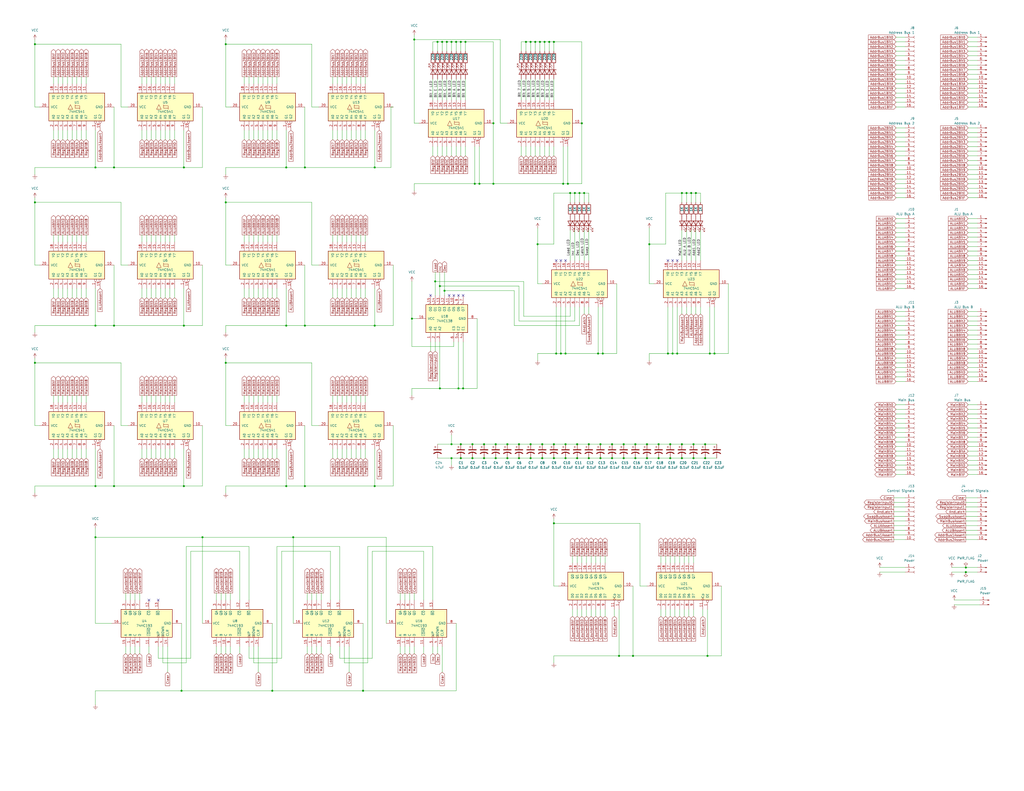
<source format=kicad_sch>
(kicad_sch (version 20230121) (generator eeschema)
  (paper "C")
  (title_block (title "16-Bit Register") (date "2022-10-29") (rev "1.0") (company "16-Bit Computer From Scratch") (comment 1 "Adam Clark (@eryjus)"))
  (junction (at 345.44 358.14))
  (junction (at 365.76 250.19))
  (junction (at 369.57 193.04))
  (junction (at 257.81 242.57))
  (junction (at 294.64 22.86))
  (junction (at 52.07 177.8))
  (junction (at 156.21 91.44))
  (junction (at 110.49 293.37))
  (junction (at 321.31 250.19))
  (junction (at 251.46 250.19))
  (junction (at 148.59 377.19))
  (junction (at 166.37 91.44))
  (junction (at 287.02 22.86))
  (junction (at 160.02 293.37))
  (junction (at 242.57 158.75))
  (junction (at 354.33 133.35))
  (junction (at 353.06 250.19))
  (junction (at 334.01 242.57))
  (junction (at 372.11 105.41))
  (junction (at 353.06 242.57))
  (junction (at 226.06 21.59))
  (junction (at 123.19 24.13))
  (junction (at 251.46 22.86))
  (junction (at 314.96 250.19))
  (junction (at 270.51 250.19))
  (junction (at 359.41 250.19))
  (junction (at 308.61 242.57))
  (junction (at 327.66 242.57))
  (junction (at 364.49 193.04))
  (junction (at 306.07 193.04))
  (junction (at 302.26 22.86))
  (junction (at 250.19 212.09))
  (junction (at 302.26 250.19))
  (junction (at 386.08 358.14))
  (junction (at 100.33 91.44))
  (junction (at 337.82 358.14))
  (junction (at 248.92 22.86))
  (junction (at 52.07 265.43))
  (junction (at 246.38 250.19))
  (junction (at 62.23 265.43))
  (junction (at 289.56 22.86))
  (junction (at 295.91 242.57))
  (junction (at 264.16 250.19))
  (junction (at 303.53 193.04))
  (junction (at 308.61 250.19))
  (junction (at 204.47 177.8))
  (junction (at 52.07 91.44))
  (junction (at 261.62 100.33))
  (junction (at 19.05 198.12))
  (junction (at 372.11 242.57))
  (junction (at 241.3 22.86))
  (junction (at 100.33 265.43))
  (junction (at 326.39 193.04))
  (junction (at 346.71 242.57))
  (junction (at 269.24 67.31))
  (junction (at 302.26 242.57))
  (junction (at 317.5 67.31))
  (junction (at 276.86 250.19))
  (junction (at 270.51 242.57))
  (junction (at 246.38 22.86))
  (junction (at 372.11 250.19))
  (junction (at 204.47 265.43))
  (junction (at 204.47 91.44))
  (junction (at 166.37 265.43))
  (junction (at 240.03 156.21))
  (junction (at 340.36 250.19))
  (junction (at 307.34 100.33))
  (junction (at 156.21 265.43))
  (junction (at 252.73 212.09))
  (junction (at 389.89 193.04))
  (junction (at 99.06 377.19))
  (junction (at 378.46 242.57))
  (junction (at 259.08 100.33))
  (junction (at 308.61 193.04))
  (junction (at 313.69 105.41))
  (junction (at 309.88 100.33))
  (junction (at 314.96 242.57))
  (junction (at 321.31 242.57))
  (junction (at 365.76 242.57))
  (junction (at 299.72 22.86))
  (junction (at 283.21 250.19))
  (junction (at 276.86 242.57))
  (junction (at 269.24 100.33))
  (junction (at 527.05 312.42))
  (junction (at 295.91 250.19))
  (junction (at 379.73 105.41))
  (junction (at 166.37 177.8))
  (junction (at 240.03 212.09))
  (junction (at 311.15 105.41))
  (junction (at 123.19 198.12))
  (junction (at 238.76 22.86))
  (junction (at 384.81 242.57))
  (junction (at 198.12 377.19))
  (junction (at 237.49 153.67))
  (junction (at 327.66 250.19))
  (junction (at 224.79 173.99))
  (junction (at 340.36 242.57))
  (junction (at 19.05 24.13))
  (junction (at 19.05 110.49))
  (junction (at 52.07 293.37))
  (junction (at 374.65 105.41))
  (junction (at 264.16 242.57))
  (junction (at 292.1 22.86))
  (junction (at 293.37 133.35))
  (junction (at 123.19 110.49))
  (junction (at 254 22.86))
  (junction (at 527.05 309.88))
  (junction (at 302.26 285.75))
  (junction (at 359.41 242.57))
  (junction (at 328.93 193.04))
  (junction (at 316.23 105.41))
  (junction (at 62.23 177.8))
  (junction (at 156.21 177.8))
  (junction (at 246.38 242.57))
  (junction (at 367.03 193.04))
  (junction (at 243.84 22.86))
  (junction (at 100.33 177.8))
  (junction (at 289.56 242.57))
  (junction (at 318.77 105.41))
  (junction (at 283.21 242.57))
  (junction (at 62.23 91.44))
  (junction (at 378.46 250.19))
  (junction (at 289.56 250.19))
  (junction (at 346.71 250.19))
  (junction (at 251.46 242.57))
  (junction (at 377.19 105.41))
  (junction (at 384.81 250.19))
  (junction (at 334.01 250.19))
  (junction (at 297.18 22.86))
  (junction (at 257.81 250.19))
  (junction (at 387.35 193.04))
  (no_connect (at 308.61 142.24))
  (no_connect (at 306.07 142.24))
  (no_connect (at 303.53 142.24))
  (no_connect (at 81.28 327.66))
  (no_connect (at 86.36 327.66))
  (no_connect (at 234.95 161.29))
  (no_connect (at 252.73 161.29))
  (no_connect (at 250.19 161.29))
  (no_connect (at 247.65 161.29))
  (no_connect (at 245.11 161.29))
  (no_connect (at 367.03 142.24))
  (no_connect (at 369.57 142.24))
  (no_connect (at 364.49 142.24))
  (wire (pts (xy 77.47 157.48) (xy 77.47 162.56)))
  (wire (pts (xy 123.19 21.59) (xy 123.19 24.13)))
  (wire (pts (xy 488.95 43.18) (xy 494.03 43.18)))
  (wire (pts (xy 528.32 74.93) (xy 533.4 74.93)))
  (wire (pts (xy 303.53 167.64) (xy 303.53 193.04)))
  (wire (pts (xy 143.51 71.12) (xy 143.51 76.2)))
  (wire (pts (xy 251.46 22.86) (xy 254 22.86)))
  (wire (pts (xy 259.08 80.01) (xy 259.08 100.33)))
  (wire (pts (xy 52.07 177.8) (xy 62.23 177.8)))
  (wire (pts (xy 327.66 332.74) (xy 327.66 336.55)))
  (wire (pts (xy 248.92 340.36) (xy 248.92 377.19)))
  (wire (pts (xy 269.24 100.33) (xy 307.34 100.33)))
  (wire (pts (xy 488.95 20.32) (xy 494.03 20.32)))
  (wire (pts (xy 528.32 80.01) (xy 533.4 80.01)))
  (wire (pts (xy 488.95 90.17) (xy 494.03 90.17)))
  (wire (pts (xy 41.91 245.11) (xy 41.91 250.19)))
  (wire (pts (xy 151.13 245.11) (xy 151.13 250.19)))
  (wire (pts (xy 151.13 128.27) (xy 151.13 132.08)))
  (wire (pts (xy 66.04 198.12) (xy 66.04 232.41)))
  (wire (pts (xy 19.05 195.58) (xy 19.05 198.12)))
  (wire (pts (xy 488.95 180.34) (xy 494.03 180.34)))
  (wire (pts (xy 299.72 22.86) (xy 302.26 22.86)))
  (wire (pts (xy 184.15 41.91) (xy 184.15 45.72)))
  (wire (pts (xy 328.93 167.64) (xy 328.93 193.04)))
  (wire (pts (xy 85.09 215.9) (xy 85.09 219.71)))
  (wire (pts (xy 189.23 41.91) (xy 189.23 45.72)))
  (wire (pts (xy 62.23 265.43) (xy 100.33 265.43)))
  (wire (pts (xy 34.29 128.27) (xy 34.29 132.08)))
  (wire (pts (xy 241.3 27.94) (xy 241.3 22.86)))
  (wire (pts (xy 528.32 246.38) (xy 533.4 246.38)))
  (wire (pts (xy 528.32 25.4) (xy 533.4 25.4)))
  (wire (pts (xy 276.86 242.57) (xy 283.21 242.57)))
  (wire (pts (xy 189.23 157.48) (xy 189.23 162.56)))
  (wire (pts (xy 151.13 71.12) (xy 151.13 76.2)))
  (wire (pts (xy 270.51 250.19) (xy 276.86 250.19)))
  (wire (pts (xy 247.65 189.23) (xy 224.79 189.23)))
  (wire (pts (xy 480.06 309.88) (xy 494.03 309.88)))
  (wire (pts (xy 146.05 245.11) (xy 146.05 250.19)))
  (wire (pts (xy 313.69 105.41) (xy 316.23 105.41)))
  (wire (pts (xy 363.22 133.35) (xy 354.33 133.35)))
  (wire (pts (xy 170.18 110.49) (xy 170.18 144.78)))
  (wire (pts (xy 326.39 167.64) (xy 326.39 193.04)))
  (wire (pts (xy 148.59 215.9) (xy 148.59 219.71)))
  (wire (pts (xy 488.95 129.54) (xy 494.03 129.54)))
  (wire (pts (xy 62.23 177.8) (xy 100.33 177.8)))
  (wire (pts (xy 251.46 242.57) (xy 257.81 242.57)))
  (wire (pts (xy 340.36 250.19) (xy 346.71 250.19)))
  (wire (pts (xy 393.7 320.04) (xy 393.7 358.14)))
  (wire (pts (xy 488.95 149.86) (xy 494.03 149.86)))
  (wire (pts (xy 135.89 245.11) (xy 135.89 250.19)))
  (wire (pts (xy 92.71 157.48) (xy 92.71 162.56)))
  (wire (pts (xy 311.15 105.41) (xy 313.69 105.41)))
  (wire (pts (xy 260.35 173.99) (xy 260.35 212.09)))
  (wire (pts (xy 349.25 320.04) (xy 353.06 320.04)))
  (wire (pts (xy 363.22 105.41) (xy 372.11 105.41)))
  (wire (pts (xy 487.68 289.56) (xy 494.03 289.56)))
  (wire (pts (xy 31.75 41.91) (xy 31.75 45.72)))
  (wire (pts (xy 289.56 27.94) (xy 289.56 22.86)))
  (wire (pts (xy 92.71 41.91) (xy 92.71 45.72)))
  (wire (pts (xy 90.17 128.27) (xy 90.17 132.08)))
  (wire (pts (xy 488.95 190.5) (xy 494.03 190.5)))
  (wire (pts (xy 316.23 105.41) (xy 318.77 105.41)))
  (wire (pts (xy 204.47 71.12) (xy 204.47 91.44)))
  (wire (pts (xy 377.19 105.41) (xy 379.73 105.41)))
  (wire (pts (xy 528.32 180.34) (xy 533.4 180.34)))
  (wire (pts (xy 309.88 80.01) (xy 309.88 100.33)))
  (wire (pts (xy 248.92 80.01) (xy 248.92 85.09)))
  (wire (pts (xy 238.76 242.57) (xy 246.38 242.57)))
  (wire (pts (xy 520.7 330.2) (xy 534.67 330.2)))
  (wire (pts (xy 293.37 193.04) (xy 293.37 196.85)))
  (wire (pts (xy 36.83 128.27) (xy 36.83 132.08)))
  (wire (pts (xy 528.32 58.42) (xy 533.4 58.42)))
  (wire (pts (xy 19.05 21.59) (xy 19.05 24.13)))
  (wire (pts (xy 29.21 128.27) (xy 29.21 132.08)))
  (wire (pts (xy 346.71 250.19) (xy 353.06 250.19)))
  (wire (pts (xy 302.26 358.14) (xy 302.26 361.95)))
  (wire (pts (xy 528.32 172.72) (xy 533.4 172.72)))
  (wire (pts (xy 218.44 353.06) (xy 218.44 356.87)))
  (wire (pts (xy 316.23 125.73) (xy 316.23 142.24)))
  (wire (pts (xy 270.51 242.57) (xy 276.86 242.57)))
  (wire (pts (xy 238.76 27.94) (xy 238.76 22.86)))
  (wire (pts (xy 156.21 245.11) (xy 156.21 265.43)))
  (wire (pts (xy 370.84 332.74) (xy 370.84 336.55)))
  (wire (pts (xy 200.66 361.95) (xy 187.96 361.95)))
  (wire (pts (xy 527.05 292.1) (xy 533.4 292.1)))
  (wire (pts (xy 520.7 327.66) (xy 534.67 327.66)))
  (wire (pts (xy 528.32 119.38) (xy 533.4 119.38)))
  (wire (pts (xy 372.11 167.64) (xy 372.11 171.45)))
  (wire (pts (xy 220.98 323.85) (xy 220.98 327.66)))
  (wire (pts (xy 44.45 128.27) (xy 44.45 132.08)))
  (wire (pts (xy 181.61 71.12) (xy 181.61 76.2)))
  (wire (pts (xy 292.1 22.86) (xy 294.64 22.86)))
  (wire (pts (xy 148.59 377.19) (xy 99.06 377.19)))
  (wire (pts (xy 186.69 128.27) (xy 186.69 132.08)))
  (wire (pts (xy 528.32 22.86) (xy 533.4 22.86)))
  (wire (pts (xy 95.25 128.27) (xy 95.25 132.08)))
  (wire (pts (xy 31.75 157.48) (xy 31.75 162.56)))
  (wire (pts (xy 384.81 250.19) (xy 391.16 250.19)))
  (wire (pts (xy 527.05 274.32) (xy 533.4 274.32)))
  (wire (pts (xy 236.22 27.94) (xy 236.22 22.86)))
  (wire (pts (xy 135.89 359.41) (xy 135.89 353.06)))
  (wire (pts (xy 77.47 71.12) (xy 77.47 76.2)))
  (wire (pts (xy 488.95 195.58) (xy 494.03 195.58)))
  (wire (pts (xy 191.77 157.48) (xy 191.77 162.56)))
  (wire (pts (xy 353.06 250.19) (xy 359.41 250.19)))
  (wire (pts (xy 488.95 53.34) (xy 494.03 53.34)))
  (wire (pts (xy 250.19 186.69) (xy 250.19 212.09)))
  (wire (pts (xy 85.09 157.48) (xy 85.09 162.56)))
  (wire (pts (xy 199.39 245.11) (xy 199.39 250.19)))
  (wire (pts (xy 135.89 327.66) (xy 135.89 298.45)))
  (wire (pts (xy 283.21 250.19) (xy 289.56 250.19)))
  (wire (pts (xy 488.95 127) (xy 494.03 127)))
  (wire (pts (xy 133.35 245.11) (xy 133.35 250.19)))
  (wire (pts (xy 384.81 242.57) (xy 391.16 242.57)))
  (wire (pts (xy 90.17 71.12) (xy 90.17 76.2)))
  (wire (pts (xy 302.26 43.18) (xy 302.26 54.61)))
  (wire (pts (xy 151.13 298.45) (xy 151.13 361.95)))
  (wire (pts (xy 234.95 186.69) (xy 234.95 191.77)))
  (wire (pts (xy 19.05 265.43) (xy 19.05 269.24)))
  (wire (pts (xy 185.42 359.41) (xy 185.42 353.06)))
  (wire (pts (xy 307.34 80.01) (xy 307.34 100.33)))
  (wire (pts (xy 39.37 41.91) (xy 39.37 45.72)))
  (wire (pts (xy 186.69 215.9) (xy 186.69 219.71)))
  (wire (pts (xy 345.44 320.04) (xy 345.44 358.14)))
  (wire (pts (xy 297.18 27.94) (xy 297.18 22.86)))
  (wire (pts (xy 487.68 281.94) (xy 494.03 281.94)))
  (wire (pts (xy 527.05 287.02) (xy 533.4 287.02)))
  (wire (pts (xy 321.31 125.73) (xy 321.31 142.24)))
  (wire (pts (xy 196.85 245.11) (xy 196.85 250.19)))
  (wire (pts (xy 519.43 309.88) (xy 527.05 309.88)))
  (wire (pts (xy 488.95 220.98) (xy 494.03 220.98)))
  (wire (pts (xy 264.16 242.57) (xy 270.51 242.57)))
  (wire (pts (xy 135.89 157.48) (xy 135.89 162.56)))
  (wire (pts (xy 488.95 33.02) (xy 494.03 33.02)))
  (wire (pts (xy 312.42 332.74) (xy 312.42 336.55)))
  (wire (pts (xy 528.32 55.88) (xy 533.4 55.88)))
  (wire (pts (xy 311.15 110.49) (xy 311.15 105.41)))
  (wire (pts (xy 283.21 242.57) (xy 289.56 242.57)))
  (wire (pts (xy 194.31 157.48) (xy 194.31 162.56)))
  (wire (pts (xy 19.05 177.8) (xy 52.07 177.8)))
  (wire (pts (xy 236.22 327.66) (xy 236.22 298.45)))
  (wire (pts (xy 259.08 100.33) (xy 261.62 100.33)))
  (wire (pts (xy 302.26 22.86) (xy 317.5 22.86)))
  (wire (pts (xy 133.35 41.91) (xy 133.35 45.72)))
  (wire (pts (xy 52.07 293.37) (xy 110.49 293.37)))
  (wire (pts (xy 123.19 110.49) (xy 123.19 144.78)))
  (wire (pts (xy 62.23 91.44) (xy 100.33 91.44)))
  (wire (pts (xy 378.46 303.53) (xy 378.46 307.34)))
  (wire (pts (xy 488.95 203.2) (xy 494.03 203.2)))
  (wire (pts (xy 52.07 91.44) (xy 62.23 91.44)))
  (wire (pts (xy 295.91 242.57) (xy 302.26 242.57)))
  (wire (pts (xy 287.02 27.94) (xy 287.02 22.86)))
  (wire (pts (xy 151.13 215.9) (xy 151.13 219.71)))
  (wire (pts (xy 252.73 212.09) (xy 260.35 212.09)))
  (wire (pts (xy 528.32 231.14) (xy 533.4 231.14)))
  (wire (pts (xy 224.79 212.09) (xy 240.03 212.09)))
  (wire (pts (xy 19.05 110.49) (xy 19.05 144.78)))
  (wire (pts (xy 363.22 105.41) (xy 363.22 133.35)))
  (wire (pts (xy 302.26 250.19) (xy 308.61 250.19)))
  (wire (pts (xy 528.32 241.3) (xy 533.4 241.3)))
  (wire (pts (xy 387.35 167.64) (xy 387.35 193.04)))
  (wire (pts (xy 345.44 358.14) (xy 386.08 358.14)))
  (wire (pts (xy 19.05 58.42) (xy 21.59 58.42)))
  (wire (pts (xy 488.95 185.42) (xy 494.03 185.42)))
  (wire (pts (xy 123.19 110.49) (xy 170.18 110.49)))
  (wire (pts (xy 82.55 245.11) (xy 82.55 250.19)))
  (wire (pts (xy 528.32 223.52) (xy 533.4 223.52)))
  (wire (pts (xy 302.26 80.01) (xy 302.26 85.09)))
  (wire (pts (xy 46.99 157.48) (xy 46.99 162.56)))
  (wire (pts (xy 488.95 50.8) (xy 494.03 50.8)))
  (wire (pts (xy 80.01 215.9) (xy 80.01 219.71)))
  (wire (pts (xy 241.3 80.01) (xy 241.3 85.09)))
  (wire (pts (xy 488.95 107.95) (xy 494.03 107.95)))
  (wire (pts (xy 276.86 250.19) (xy 283.21 250.19)))
  (wire (pts (xy 52.07 157.48) (xy 52.07 177.8)))
  (wire (pts (xy 204.47 177.8) (xy 214.63 177.8)))
  (wire (pts (xy 85.09 41.91) (xy 85.09 45.72)))
  (wire (pts (xy 46.99 71.12) (xy 46.99 76.2)))
  (wire (pts (xy 397.51 154.94) (xy 397.51 193.04)))
  (wire (pts (xy 488.95 170.18) (xy 494.03 170.18)))
  (wire (pts (xy 101.6 298.45) (xy 101.6 361.95)))
  (wire (pts (xy 243.84 22.86) (xy 246.38 22.86)))
  (wire (pts (xy 41.91 41.91) (xy 41.91 45.72)))
  (wire (pts (xy 372.11 125.73) (xy 372.11 142.24)))
  (wire (pts (xy 241.3 22.86) (xy 243.84 22.86)))
  (wire (pts (xy 365.76 250.19) (xy 372.11 250.19)))
  (wire (pts (xy 77.47 215.9) (xy 77.47 219.71)))
  (wire (pts (xy 77.47 245.11) (xy 77.47 250.19)))
  (wire (pts (xy 335.28 332.74) (xy 335.28 336.55)))
  (wire (pts (xy 311.15 125.73) (xy 311.15 142.24)))
  (wire (pts (xy 527.05 281.94) (xy 533.4 281.94)))
  (wire (pts (xy 334.01 250.19) (xy 340.36 250.19)))
  (wire (pts (xy 488.95 58.42) (xy 494.03 58.42)))
  (wire (pts (xy 528.32 132.08) (xy 533.4 132.08)))
  (wire (pts (xy 82.55 71.12) (xy 82.55 76.2)))
  (wire (pts (xy 184.15 128.27) (xy 184.15 132.08)))
  (wire (pts (xy 528.32 121.92) (xy 533.4 121.92)))
  (wire (pts (xy 36.83 71.12) (xy 36.83 76.2)))
  (wire (pts (xy 383.54 332.74) (xy 383.54 336.55)))
  (wire (pts (xy 488.95 105.41) (xy 494.03 105.41)))
  (wire (pts (xy 488.95 137.16) (xy 494.03 137.16)))
  (wire (pts (xy 166.37 177.8) (xy 204.47 177.8)))
  (wire (pts (xy 302.26 285.75) (xy 302.26 320.04)))
  (wire (pts (xy 80.01 128.27) (xy 80.01 132.08)))
  (wire (pts (xy 146.05 215.9) (xy 146.05 219.71)))
  (wire (pts (xy 138.43 41.91) (xy 138.43 45.72)))
  (wire (pts (xy 247.65 186.69) (xy 247.65 189.23)))
  (wire (pts (xy 318.77 125.73) (xy 318.77 142.24)))
  (wire (pts (xy 123.19 353.06) (xy 123.19 356.87)))
  (wire (pts (xy 100.33 245.11) (xy 100.33 265.43)))
  (wire (pts (xy 80.01 245.11) (xy 80.01 250.19)))
  (wire (pts (xy 287.02 43.18) (xy 287.02 54.61)))
  (wire (pts (xy 528.32 105.41) (xy 533.4 105.41)))
  (wire (pts (xy 172.72 353.06) (xy 172.72 356.87)))
  (wire (pts (xy 156.21 177.8) (xy 166.37 177.8)))
  (wire (pts (xy 528.32 43.18) (xy 533.4 43.18)))
  (wire (pts (xy 269.24 67.31) (xy 269.24 100.33)))
  (wire (pts (xy 303.53 193.04) (xy 306.07 193.04)))
  (wire (pts (xy 68.58 323.85) (xy 68.58 327.66)))
  (wire (pts (xy 123.19 177.8) (xy 123.19 181.61)))
  (wire (pts (xy 359.41 242.57) (xy 365.76 242.57)))
  (wire (pts (xy 199.39 157.48) (xy 199.39 162.56)))
  (wire (pts (xy 312.42 303.53) (xy 312.42 307.34)))
  (wire (pts (xy 307.34 100.33) (xy 309.88 100.33)))
  (wire (pts (xy 372.11 250.19) (xy 378.46 250.19)))
  (wire (pts (xy 238.76 80.01) (xy 238.76 85.09)))
  (wire (pts (xy 223.52 353.06) (xy 223.52 356.87)))
  (wire (pts (xy 386.08 358.14) (xy 393.7 358.14)))
  (wire (pts (xy 71.12 353.06) (xy 71.12 356.87)))
  (wire (pts (xy 528.32 77.47) (xy 533.4 77.47)))
  (wire (pts (xy 261.62 100.33) (xy 269.24 100.33)))
  (wire (pts (xy 377.19 125.73) (xy 377.19 142.24)))
  (wire (pts (xy 309.88 100.33) (xy 317.5 100.33)))
  (wire (pts (xy 251.46 43.18) (xy 251.46 54.61)))
  (wire (pts (xy 99.06 377.19) (xy 52.07 377.19)))
  (wire (pts (xy 250.19 212.09) (xy 252.73 212.09)))
  (wire (pts (xy 39.37 157.48) (xy 39.37 162.56)))
  (wire (pts (xy 246.38 237.49) (xy 246.38 242.57)))
  (wire (pts (xy 314.96 303.53) (xy 314.96 307.34)))
  (wire (pts (xy 487.68 284.48) (xy 494.03 284.48)))
  (wire (pts (xy 184.15 245.11) (xy 184.15 250.19)))
  (wire (pts (xy 123.19 177.8) (xy 156.21 177.8)))
  (wire (pts (xy 302.26 242.57) (xy 308.61 242.57)))
  (wire (pts (xy 340.36 242.57) (xy 346.71 242.57)))
  (wire (pts (xy 196.85 215.9) (xy 196.85 219.71)))
  (wire (pts (xy 311.15 172.72) (xy 311.15 167.64)))
  (wire (pts (xy 528.32 175.26) (xy 533.4 175.26)))
  (wire (pts (xy 140.97 71.12) (xy 140.97 76.2)))
  (wire (pts (xy 528.32 95.25) (xy 533.4 95.25)))
  (wire (pts (xy 66.04 232.41) (xy 69.85 232.41)))
  (wire (pts (xy 299.72 43.18) (xy 299.72 54.61)))
  (wire (pts (xy 85.09 245.11) (xy 85.09 250.19)))
  (wire (pts (xy 214.63 144.78) (xy 214.63 177.8)))
  (wire (pts (xy 314.96 242.57) (xy 321.31 242.57)))
  (wire (pts (xy 153.67 359.41) (xy 135.89 359.41)))
  (wire (pts (xy 488.95 243.84) (xy 494.03 243.84)))
  (wire (pts (xy 194.31 245.11) (xy 194.31 250.19)))
  (wire (pts (xy 19.05 232.41) (xy 21.59 232.41)))
  (wire (pts (xy 322.58 303.53) (xy 322.58 307.34)))
  (wire (pts (xy 488.95 147.32) (xy 494.03 147.32)))
  (wire (pts (xy 220.98 353.06) (xy 220.98 356.87)))
  (wire (pts (xy 528.32 177.8) (xy 533.4 177.8)))
  (wire (pts (xy 284.48 22.86) (xy 287.02 22.86)))
  (wire (pts (xy 285.75 172.72) (xy 311.15 172.72)))
  (wire (pts (xy 487.68 292.1) (xy 494.03 292.1)))
  (wire (pts (xy 170.18 24.13) (xy 170.18 58.42)))
  (wire (pts (xy 34.29 157.48) (xy 34.29 162.56)))
  (wire (pts (xy 80.01 71.12) (xy 80.01 76.2)))
  (wire (pts (xy 240.03 148.59) (xy 240.03 156.21)))
  (wire (pts (xy 31.75 128.27) (xy 31.75 132.08)))
  (wire (pts (xy 488.95 85.09) (xy 494.03 85.09)))
  (wire (pts (xy 156.21 157.48) (xy 156.21 177.8)))
  (wire (pts (xy 248.92 377.19) (xy 198.12 377.19)))
  (wire (pts (xy 527.05 312.42) (xy 533.4 312.42)))
  (wire (pts (xy 199.39 215.9) (xy 199.39 219.71)))
  (wire (pts (xy 167.64 323.85) (xy 167.64 327.66)))
  (wire (pts (xy 528.32 251.46) (xy 533.4 251.46)))
  (wire (pts (xy 334.01 242.57) (xy 340.36 242.57)))
  (wire (pts (xy 44.45 71.12) (xy 44.45 76.2)))
  (wire (pts (xy 261.62 80.01) (xy 261.62 100.33)))
  (wire (pts (xy 488.95 69.85) (xy 494.03 69.85)))
  (wire (pts (xy 346.71 242.57) (xy 353.06 242.57)))
  (wire (pts (xy 389.89 193.04) (xy 397.51 193.04)))
  (wire (pts (xy 488.95 27.94) (xy 494.03 27.94)))
  (wire (pts (xy 66.04 144.78) (xy 69.85 144.78)))
  (wire (pts (xy 104.14 300.99) (xy 104.14 359.41)))
  (wire (pts (xy 528.32 198.12) (xy 533.4 198.12)))
  (wire (pts (xy 62.23 144.78) (xy 62.23 177.8)))
  (wire (pts (xy 373.38 303.53) (xy 373.38 307.34)))
  (wire (pts (xy 519.43 312.42) (xy 527.05 312.42)))
  (wire (pts (xy 308.61 250.19) (xy 314.96 250.19)))
  (wire (pts (xy 180.34 300.99) (xy 153.67 300.99)))
  (wire (pts (xy 31.75 215.9) (xy 31.75 219.71)))
  (wire (pts (xy 92.71 128.27) (xy 92.71 132.08)))
  (wire (pts (xy 382.27 125.73) (xy 382.27 142.24)))
  (wire (pts (xy 135.89 215.9) (xy 135.89 219.71)))
  (wire (pts (xy 44.45 41.91) (xy 44.45 45.72)))
  (wire (pts (xy 308.61 193.04) (xy 326.39 193.04)))
  (wire (pts (xy 488.95 246.38) (xy 494.03 246.38)))
  (wire (pts (xy 377.19 167.64) (xy 377.19 171.45)))
  (wire (pts (xy 34.29 41.91) (xy 34.29 45.72)))
  (wire (pts (xy 41.91 71.12) (xy 41.91 76.2)))
  (wire (pts (xy 151.13 41.91) (xy 151.13 45.72)))
  (wire (pts (xy 123.19 91.44) (xy 156.21 91.44)))
  (wire (pts (xy 488.95 55.88) (xy 494.03 55.88)))
  (wire (pts (xy 488.95 233.68) (xy 494.03 233.68)))
  (wire (pts (xy 353.06 242.57) (xy 359.41 242.57)))
  (wire (pts (xy 140.97 128.27) (xy 140.97 132.08)))
  (wire (pts (xy 487.68 279.4) (xy 494.03 279.4)))
  (wire (pts (xy 349.25 285.75) (xy 349.25 320.04)))
  (wire (pts (xy 77.47 41.91) (xy 77.47 45.72)))
  (wire (pts (xy 337.82 358.14) (xy 345.44 358.14)))
  (wire (pts (xy 110.49 58.42) (xy 110.49 91.44)))
  (wire (pts (xy 76.2 323.85) (xy 76.2 327.66)))
  (wire (pts (xy 488.95 226.06) (xy 494.03 226.06)))
  (wire (pts (xy 140.97 353.06) (xy 140.97 367.03)))
  (wire (pts (xy 488.95 241.3) (xy 494.03 241.3)))
  (wire (pts (xy 528.32 90.17) (xy 533.4 90.17)))
  (wire (pts (xy 19.05 110.49) (xy 66.04 110.49)))
  (wire (pts (xy 181.61 128.27) (xy 181.61 132.08)))
  (wire (pts (xy 382.27 167.64) (xy 382.27 171.45)))
  (wire (pts (xy 156.21 71.12) (xy 156.21 91.44)))
  (wire (pts (xy 367.03 167.64) (xy 367.03 193.04)))
  (wire (pts (xy 280.67 177.8) (xy 316.23 177.8)))
  (wire (pts (xy 283.21 175.26) (xy 313.69 175.26)))
  (wire (pts (xy 133.35 157.48) (xy 133.35 162.56)))
  (wire (pts (xy 19.05 265.43) (xy 52.07 265.43)))
  (wire (pts (xy 190.5 353.06) (xy 190.5 367.03)))
  (wire (pts (xy 36.83 215.9) (xy 36.83 219.71)))
  (wire (pts (xy 363.22 303.53) (xy 363.22 307.34)))
  (wire (pts (xy 372.11 105.41) (xy 374.65 105.41)))
  (wire (pts (xy 365.76 242.57) (xy 372.11 242.57)))
  (wire (pts (xy 90.17 41.91) (xy 90.17 45.72)))
  (wire (pts (xy 311.15 105.41) (xy 302.26 105.41)))
  (wire (pts (xy 527.05 276.86) (xy 533.4 276.86)))
  (wire (pts (xy 100.33 157.48) (xy 100.33 177.8)))
  (wire (pts (xy 19.05 91.44) (xy 19.05 95.25)))
  (wire (pts (xy 120.65 353.06) (xy 120.65 356.87)))
  (wire (pts (xy 241.3 353.06) (xy 241.3 367.03)))
  (wire (pts (xy 191.77 215.9) (xy 191.77 219.71)))
  (wire (pts (xy 52.07 265.43) (xy 62.23 265.43)))
  (wire (pts (xy 488.95 121.92) (xy 494.03 121.92)))
  (wire (pts (xy 238.76 353.06) (xy 238.76 356.87)))
  (wire (pts (xy 289.56 242.57) (xy 295.91 242.57)))
  (wire (pts (xy 318.77 110.49) (xy 318.77 105.41)))
  (wire (pts (xy 488.95 208.28) (xy 494.03 208.28)))
  (wire (pts (xy 138.43 215.9) (xy 138.43 219.71)))
  (wire (pts (xy 238.76 250.19) (xy 246.38 250.19)))
  (wire (pts (xy 243.84 43.18) (xy 243.84 54.61)))
  (wire (pts (xy 528.32 205.74) (xy 533.4 205.74)))
  (wire (pts (xy 528.32 238.76) (xy 533.4 238.76)))
  (wire (pts (xy 528.32 226.06) (xy 533.4 226.06)))
  (wire (pts (xy 66.04 24.13) (xy 66.04 58.42)))
  (wire (pts (xy 326.39 193.04) (xy 328.93 193.04)))
  (wire (pts (xy 186.69 41.91) (xy 186.69 45.72)))
  (wire (pts (xy 365.76 332.74) (xy 365.76 336.55)))
  (wire (pts (xy 237.49 153.67) (xy 285.75 153.67)))
  (wire (pts (xy 528.32 248.92) (xy 533.4 248.92)))
  (wire (pts (xy 528.32 149.86) (xy 533.4 149.86)))
  (wire (pts (xy 123.19 198.12) (xy 170.18 198.12)))
  (wire (pts (xy 246.38 250.19) (xy 246.38 254)))
  (wire (pts (xy 330.2 303.53) (xy 330.2 307.34)))
  (wire (pts (xy 19.05 24.13) (xy 66.04 24.13)))
  (wire (pts (xy 199.39 41.91) (xy 199.39 45.72)))
  (wire (pts (xy 184.15 215.9) (xy 184.15 219.71)))
  (wire (pts (xy 528.32 129.54) (xy 533.4 129.54)))
  (wire (pts (xy 120.65 323.85) (xy 120.65 327.66)))
  (wire (pts (xy 488.95 200.66) (xy 494.03 200.66)))
  (wire (pts (xy 226.06 21.59) (xy 226.06 67.31)))
  (wire (pts (xy 68.58 353.06) (xy 68.58 356.87)))
  (wire (pts (xy 382.27 110.49) (xy 382.27 105.41)))
  (wire (pts (xy 246.38 250.19) (xy 251.46 250.19)))
  (wire (pts (xy 146.05 71.12) (xy 146.05 76.2)))
  (wire (pts (xy 374.65 125.73) (xy 374.65 142.24)))
  (wire (pts (xy 123.19 24.13) (xy 123.19 58.42)))
  (wire (pts (xy 110.49 144.78) (xy 110.49 177.8)))
  (wire (pts (xy 87.63 41.91) (xy 87.63 45.72)))
  (wire (pts (xy 528.32 48.26) (xy 533.4 48.26)))
  (wire (pts (xy 488.95 251.46) (xy 494.03 251.46)))
  (wire (pts (xy 170.18 58.42) (xy 173.99 58.42)))
  (wire (pts (xy 318.77 167.64) (xy 318.77 171.45)))
  (wire (pts (xy 100.33 265.43) (xy 110.49 265.43)))
  (wire (pts (xy 19.05 177.8) (xy 19.05 181.61)))
  (wire (pts (xy 488.95 82.55) (xy 494.03 82.55)))
  (wire (pts (xy 52.07 71.12) (xy 52.07 91.44)))
  (wire (pts (xy 316.23 177.8) (xy 316.23 167.64)))
  (wire (pts (xy 251.46 80.01) (xy 251.46 85.09)))
  (wire (pts (xy 527.05 309.88) (xy 533.4 309.88)))
  (wire (pts (xy 91.44 353.06) (xy 91.44 367.03)))
  (wire (pts (xy 488.95 124.46) (xy 494.03 124.46)))
  (wire (pts (xy 289.56 250.19) (xy 295.91 250.19)))
  (wire (pts (xy 95.25 215.9) (xy 95.25 219.71)))
  (wire (pts (xy 488.95 142.24) (xy 494.03 142.24)))
  (wire (pts (xy 488.95 97.79) (xy 494.03 97.79)))
  (wire (pts (xy 123.19 24.13) (xy 170.18 24.13)))
  (wire (pts (xy 34.29 71.12) (xy 34.29 76.2)))
  (wire (pts (xy 181.61 157.48) (xy 181.61 162.56)))
  (wire (pts (xy 528.32 38.1) (xy 533.4 38.1)))
  (wire (pts (xy 377.19 110.49) (xy 377.19 105.41)))
  (wire (pts (xy 317.5 332.74) (xy 317.5 336.55)))
  (wire (pts (xy 156.21 91.44) (xy 166.37 91.44)))
  (wire (pts (xy 19.05 198.12) (xy 19.05 232.41)))
  (wire (pts (xy 528.32 124.46) (xy 533.4 124.46)))
  (wire (pts (xy 86.36 359.41) (xy 86.36 353.06)))
  (wire (pts (xy 166.37 58.42) (xy 166.37 91.44)))
  (wire (pts (xy 140.97 41.91) (xy 140.97 45.72)))
  (wire (pts (xy 213.36 58.42) (xy 214.63 58.42)))
  (wire (pts (xy 185.42 327.66) (xy 185.42 298.45)))
  (wire (pts (xy 125.73 353.06) (xy 125.73 356.87)))
  (wire (pts (xy 191.77 71.12) (xy 191.77 76.2)))
  (wire (pts (xy 186.69 71.12) (xy 186.69 76.2)))
  (wire (pts (xy 189.23 245.11) (xy 189.23 250.19)))
  (wire (pts (xy 186.69 157.48) (xy 186.69 162.56)))
  (wire (pts (xy 302.26 27.94) (xy 302.26 22.86)))
  (wire (pts (xy 330.2 332.74) (xy 330.2 336.55)))
  (wire (pts (xy 180.34 327.66) (xy 180.34 300.99)))
  (wire (pts (xy 488.95 80.01) (xy 494.03 80.01)))
  (wire (pts (xy 528.32 53.34) (xy 533.4 53.34)))
  (wire (pts (xy 52.07 288.29) (xy 52.07 293.37)))
  (wire (pts (xy 87.63 128.27) (xy 87.63 132.08)))
  (wire (pts (xy 92.71 215.9) (xy 92.71 219.71)))
  (wire (pts (xy 313.69 110.49) (xy 313.69 105.41)))
  (wire (pts (xy 123.19 195.58) (xy 123.19 198.12)))
  (wire (pts (xy 354.33 193.04) (xy 354.33 196.85)))
  (wire (pts (xy 302.26 285.75) (xy 349.25 285.75)))
  (wire (pts (xy 34.29 245.11) (xy 34.29 250.19)))
  (wire (pts (xy 140.97 157.48) (xy 140.97 162.56)))
  (wire (pts (xy 246.38 43.18) (xy 246.38 54.61)))
  (wire (pts (xy 354.33 124.46) (xy 354.33 133.35)))
  (wire (pts (xy 294.64 80.01) (xy 294.64 85.09)))
  (wire (pts (xy 153.67 300.99) (xy 153.67 359.41)))
  (wire (pts (xy 302.26 105.41) (xy 302.26 133.35)))
  (wire (pts (xy 480.06 312.42) (xy 494.03 312.42)))
  (wire (pts (xy 328.93 193.04) (xy 336.55 193.04)))
  (wire (pts (xy 123.19 232.41) (xy 125.73 232.41)))
  (wire (pts (xy 336.55 154.94) (xy 336.55 193.04)))
  (wire (pts (xy 487.68 271.78) (xy 494.03 271.78)))
  (wire (pts (xy 123.19 144.78) (xy 125.73 144.78)))
  (wire (pts (xy 31.75 71.12) (xy 31.75 76.2)))
  (wire (pts (xy 138.43 128.27) (xy 138.43 132.08)))
  (wire (pts (xy 187.96 361.95) (xy 187.96 353.06)))
  (wire (pts (xy 488.95 77.47) (xy 494.03 77.47)))
  (wire (pts (xy 285.75 153.67) (xy 285.75 172.72)))
  (wire (pts (xy 488.95 259.08) (xy 494.03 259.08)))
  (wire (pts (xy 236.22 22.86) (xy 238.76 22.86)))
  (wire (pts (xy 146.05 128.27) (xy 146.05 132.08)))
  (wire (pts (xy 375.92 332.74) (xy 375.92 336.55)))
  (wire (pts (xy 293.37 133.35) (xy 293.37 154.94)))
  (wire (pts (xy 306.07 193.04) (xy 308.61 193.04)))
  (wire (pts (xy 166.37 265.43) (xy 204.47 265.43)))
  (wire (pts (xy 302.26 133.35) (xy 293.37 133.35)))
  (wire (pts (xy 224.79 153.67) (xy 224.79 173.99)))
  (wire (pts (xy 528.32 203.2) (xy 533.4 203.2)))
  (wire (pts (xy 36.83 245.11) (xy 36.83 250.19)))
  (wire (pts (xy 320.04 303.53) (xy 320.04 307.34)))
  (wire (pts (xy 488.95 248.92) (xy 494.03 248.92)))
  (wire (pts (xy 528.32 152.4) (xy 533.4 152.4)))
  (wire (pts (xy 313.69 175.26) (xy 313.69 167.64)))
  (wire (pts (xy 95.25 245.11) (xy 95.25 250.19)))
  (wire (pts (xy 487.68 276.86) (xy 494.03 276.86)))
  (wire (pts (xy 204.47 265.43) (xy 214.63 265.43)))
  (wire (pts (xy 46.99 128.27) (xy 46.99 132.08)))
  (wire (pts (xy 203.2 359.41) (xy 185.42 359.41)))
  (wire (pts (xy 186.69 245.11) (xy 186.69 250.19)))
  (wire (pts (xy 160.02 293.37) (xy 110.49 293.37)))
  (wire (pts (xy 314.96 250.19) (xy 321.31 250.19)))
  (wire (pts (xy 44.45 245.11) (xy 44.45 250.19)))
  (wire (pts (xy 488.95 144.78) (xy 494.03 144.78)))
  (wire (pts (xy 29.21 215.9) (xy 29.21 219.71)))
  (wire (pts (xy 488.95 256.54) (xy 494.03 256.54)))
  (wire (pts (xy 123.19 107.95) (xy 123.19 110.49)))
  (wire (pts (xy 527.05 271.78) (xy 533.4 271.78)))
  (wire (pts (xy 284.48 43.18) (xy 284.48 54.61)))
  (wire (pts (xy 321.31 250.19) (xy 327.66 250.19)))
  (wire (pts (xy 287.02 22.86) (xy 289.56 22.86)))
  (wire (pts (xy 123.19 58.42) (xy 125.73 58.42)))
  (wire (pts (xy 133.35 128.27) (xy 133.35 132.08)))
  (wire (pts (xy 488.95 182.88) (xy 494.03 182.88)))
  (wire (pts (xy 237.49 186.69) (xy 237.49 191.77)))
  (wire (pts (xy 317.5 303.53) (xy 317.5 307.34)))
  (wire (pts (xy 138.43 245.11) (xy 138.43 250.19)))
  (wire (pts (xy 359.41 250.19) (xy 365.76 250.19)))
  (wire (pts (xy 488.95 187.96) (xy 494.03 187.96)))
  (wire (pts (xy 488.95 198.12) (xy 494.03 198.12)))
  (wire (pts (xy 528.32 33.02) (xy 533.4 33.02)))
  (wire (pts (xy 488.95 119.38) (xy 494.03 119.38)))
  (wire (pts (xy 44.45 157.48) (xy 44.45 162.56)))
  (wire (pts (xy 488.95 38.1) (xy 494.03 38.1)))
  (wire (pts (xy 125.73 323.85) (xy 125.73 327.66)))
  (wire (pts (xy 364.49 167.64) (xy 364.49 193.04)))
  (wire (pts (xy 237.49 161.29) (xy 237.49 153.67)))
  (wire (pts (xy 76.2 353.06) (xy 76.2 356.87)))
  (wire (pts (xy 138.43 71.12) (xy 138.43 76.2)))
  (wire (pts (xy 73.66 323.85) (xy 73.66 327.66)))
  (wire (pts (xy 316.23 110.49) (xy 316.23 105.41)))
  (wire (pts (xy 46.99 41.91) (xy 46.99 45.72)))
  (wire (pts (xy 92.71 245.11) (xy 92.71 250.19)))
  (wire (pts (xy 487.68 274.32) (xy 494.03 274.32)))
  (wire (pts (xy 226.06 353.06) (xy 226.06 356.87)))
  (wire (pts (xy 100.33 91.44) (xy 110.49 91.44)))
  (wire (pts (xy 180.34 353.06) (xy 180.34 356.87)))
  (wire (pts (xy 189.23 71.12) (xy 189.23 76.2)))
  (wire (pts (xy 166.37 232.41) (xy 166.37 265.43)))
  (wire (pts (xy 123.19 265.43) (xy 156.21 265.43)))
  (wire (pts (xy 170.18 198.12) (xy 170.18 232.41)))
  (wire (pts (xy 375.92 303.53) (xy 375.92 307.34)))
  (wire (pts (xy 254 80.01) (xy 254 85.09)))
  (wire (pts (xy 488.95 223.52) (xy 494.03 223.52)))
  (wire (pts (xy 322.58 332.74) (xy 322.58 336.55)))
  (wire (pts (xy 213.36 58.42) (xy 213.36 91.44)))
  (wire (pts (xy 528.32 107.95) (xy 533.4 107.95)))
  (wire (pts (xy 379.73 125.73) (xy 379.73 142.24)))
  (wire (pts (xy 243.84 27.94) (xy 243.84 22.86)))
  (wire (pts (xy 488.95 157.48) (xy 494.03 157.48)))
  (wire (pts (xy 257.81 250.19) (xy 264.16 250.19)))
  (wire (pts (xy 257.81 242.57) (xy 264.16 242.57)))
  (wire (pts (xy 374.65 105.41) (xy 377.19 105.41)))
  (wire (pts (xy 302.26 283.21) (xy 302.26 285.75)))
  (wire (pts (xy 175.26 323.85) (xy 175.26 327.66)))
  (wire (pts (xy 289.56 22.86) (xy 292.1 22.86)))
  (wire (pts (xy 488.95 193.04) (xy 494.03 193.04)))
  (wire (pts (xy 80.01 41.91) (xy 80.01 45.72)))
  (wire (pts (xy 248.92 43.18) (xy 248.92 54.61)))
  (wire (pts (xy 527.05 294.64) (xy 533.4 294.64)))
  (wire (pts (xy 297.18 43.18) (xy 297.18 54.61)))
  (wire (pts (xy 170.18 144.78) (xy 173.99 144.78)))
  (wire (pts (xy 160.02 340.36) (xy 160.02 293.37)))
  (wire (pts (xy 198.12 377.19) (xy 148.59 377.19)))
  (wire (pts (xy 29.21 71.12) (xy 29.21 76.2)))
  (wire (pts (xy 19.05 144.78) (xy 21.59 144.78)))
  (wire (pts (xy 123.19 265.43) (xy 123.19 269.24)))
  (wire (pts (xy 189.23 128.27) (xy 189.23 132.08)))
  (wire (pts (xy 238.76 22.86) (xy 241.3 22.86)))
  (wire (pts (xy 528.32 182.88) (xy 533.4 182.88)))
  (wire (pts (xy 487.68 294.64) (xy 494.03 294.64)))
  (wire (pts (xy 138.43 157.48) (xy 138.43 162.56)))
  (wire (pts (xy 246.38 80.01) (xy 246.38 85.09)))
  (wire (pts (xy 110.49 340.36) (xy 110.49 293.37)))
  (wire (pts (xy 181.61 41.91) (xy 181.61 45.72)))
  (wire (pts (xy 214.63 232.41) (xy 214.63 265.43)))
  (wire (pts (xy 19.05 24.13) (xy 19.05 58.42)))
  (wire (pts (xy 369.57 167.64) (xy 369.57 193.04)))
  (wire (pts (xy 29.21 157.48) (xy 29.21 162.56)))
  (wire (pts (xy 71.12 323.85) (xy 71.12 327.66)))
  (wire (pts (xy 354.33 193.04) (xy 364.49 193.04)))
  (wire (pts (xy 82.55 157.48) (xy 82.55 162.56)))
  (wire (pts (xy 80.01 157.48) (xy 80.01 162.56)))
  (wire (pts (xy 181.61 215.9) (xy 181.61 219.71)))
  (wire (pts (xy 528.32 40.64) (xy 533.4 40.64)))
  (wire (pts (xy 379.73 110.49) (xy 379.73 105.41)))
  (wire (pts (xy 39.37 71.12) (xy 39.37 76.2)))
  (wire (pts (xy 146.05 41.91) (xy 146.05 45.72)))
  (wire (pts (xy 210.82 340.36) (xy 210.82 293.37)))
  (wire (pts (xy 528.32 72.39) (xy 533.4 72.39)))
  (wire (pts (xy 293.37 154.94) (xy 295.91 154.94)))
  (wire (pts (xy 488.95 102.87) (xy 494.03 102.87)))
  (wire (pts (xy 175.26 353.06) (xy 175.26 356.87)))
  (wire (pts (xy 236.22 43.18) (xy 236.22 54.61)))
  (wire (pts (xy 528.32 220.98) (xy 533.4 220.98)))
  (wire (pts (xy 378.46 242.57) (xy 384.81 242.57)))
  (wire (pts (xy 240.03 156.21) (xy 283.21 156.21)))
  (wire (pts (xy 289.56 80.01) (xy 289.56 85.09)))
  (wire (pts (xy 528.32 254) (xy 533.4 254)))
  (wire (pts (xy 293.37 124.46) (xy 293.37 133.35)))
  (wire (pts (xy 283.21 156.21) (xy 283.21 175.26)))
  (wire (pts (xy 528.32 154.94) (xy 533.4 154.94)))
  (wire (pts (xy 39.37 245.11) (xy 39.37 250.19)))
  (wire (pts (xy 292.1 43.18) (xy 292.1 54.61)))
  (wire (pts (xy 528.32 259.08) (xy 533.4 259.08)))
  (wire (pts (xy 204.47 91.44) (xy 213.36 91.44)))
  (wire (pts (xy 181.61 245.11) (xy 181.61 250.19)))
  (wire (pts (xy 368.3 332.74) (xy 368.3 336.55)))
  (wire (pts (xy 170.18 232.41) (xy 173.99 232.41)))
  (wire (pts (xy 87.63 245.11) (xy 87.63 250.19)))
  (wire (pts (xy 200.66 298.45) (xy 236.22 298.45)))
  (wire (pts (xy 143.51 245.11) (xy 143.51 250.19)))
  (wire (pts (xy 317.5 67.31) (xy 317.5 100.33)))
  (wire (pts (xy 82.55 41.91) (xy 82.55 45.72)))
  (wire (pts (xy 240.03 186.69) (xy 240.03 212.09)))
  (wire (pts (xy 41.91 215.9) (xy 41.91 219.71)))
  (wire (pts (xy 88.9 361.95) (xy 88.9 353.06)))
  (wire (pts (xy 289.56 43.18) (xy 289.56 54.61)))
  (wire (pts (xy 294.64 22.86) (xy 297.18 22.86)))
  (wire (pts (xy 299.72 27.94) (xy 299.72 22.86)))
  (wire (pts (xy 269.24 22.86) (xy 269.24 67.31)))
  (wire (pts (xy 294.64 43.18) (xy 294.64 54.61)))
  (wire (pts (xy 365.76 303.53) (xy 365.76 307.34)))
  (wire (pts (xy 240.03 161.29) (xy 240.03 156.21)))
  (wire (pts (xy 224.79 189.23) (xy 224.79 173.99)))
  (wire (pts (xy 528.32 97.79) (xy 533.4 97.79)))
  (wire (pts (xy 386.08 332.74) (xy 386.08 358.14)))
  (wire (pts (xy 66.04 110.49) (xy 66.04 144.78)))
  (wire (pts (xy 325.12 303.53) (xy 325.12 307.34)))
  (wire (pts (xy 488.95 92.71) (xy 494.03 92.71)))
  (wire (pts (xy 321.31 242.57) (xy 327.66 242.57)))
  (wire (pts (xy 528.32 27.94) (xy 533.4 27.94)))
  (wire (pts (xy 528.32 195.58) (xy 533.4 195.58)))
  (wire (pts (xy 488.95 25.4) (xy 494.03 25.4)))
  (wire (pts (xy 118.11 323.85) (xy 118.11 327.66)))
  (wire (pts (xy 143.51 215.9) (xy 143.51 219.71)))
  (wire (pts (xy 62.23 58.42) (xy 62.23 91.44)))
  (wire (pts (xy 297.18 22.86) (xy 299.72 22.86)))
  (wire (pts (xy 85.09 128.27) (xy 85.09 132.08)))
  (wire (pts (xy 372.11 110.49) (xy 372.11 105.41)))
  (wire (pts (xy 100.33 177.8) (xy 110.49 177.8)))
  (wire (pts (xy 354.33 133.35) (xy 354.33 154.94)))
  (wire (pts (xy 488.95 48.26) (xy 494.03 48.26)))
  (wire (pts (xy 118.11 353.06) (xy 118.11 356.87)))
  (wire (pts (xy 151.13 361.95) (xy 138.43 361.95)))
  (wire (pts (xy 264.16 250.19) (xy 270.51 250.19)))
  (wire (pts (xy 90.17 215.9) (xy 90.17 219.71)))
  (wire (pts (xy 148.59 128.27) (xy 148.59 132.08)))
  (wire (pts (xy 252.73 186.69) (xy 252.73 212.09)))
  (wire (pts (xy 170.18 353.06) (xy 170.18 356.87)))
  (wire (pts (xy 527.05 284.48) (xy 533.4 284.48)))
  (wire (pts (xy 364.49 193.04) (xy 367.03 193.04)))
  (wire (pts (xy 196.85 157.48) (xy 196.85 162.56)))
  (wire (pts (xy 251.46 27.94) (xy 251.46 22.86)))
  (wire (pts (xy 100.33 71.12) (xy 100.33 91.44)))
  (wire (pts (xy 528.32 137.16) (xy 533.4 137.16)))
  (wire (pts (xy 527.05 289.56) (xy 533.4 289.56)))
  (wire (pts (xy 327.66 250.19) (xy 334.01 250.19)))
  (wire (pts (xy 36.83 157.48) (xy 36.83 162.56)))
  (wire (pts (xy 226.06 100.33) (xy 226.06 104.14)))
  (wire (pts (xy 527.05 279.4) (xy 533.4 279.4)))
  (wire (pts (xy 528.32 139.7) (xy 533.4 139.7)))
  (wire (pts (xy 200.66 298.45) (xy 200.66 361.95)))
  (wire (pts (xy 138.43 361.95) (xy 138.43 353.06)))
  (wire (pts (xy 87.63 215.9) (xy 87.63 219.71)))
  (wire (pts (xy 488.95 238.76) (xy 494.03 238.76)))
  (wire (pts (xy 92.71 71.12) (xy 92.71 76.2)))
  (wire (pts (xy 379.73 105.41) (xy 382.27 105.41)))
  (wire (pts (xy 104.14 359.41) (xy 86.36 359.41)))
  (wire (pts (xy 135.89 71.12) (xy 135.89 76.2)))
  (wire (pts (xy 242.57 148.59) (xy 242.57 158.75)))
  (wire (pts (xy 488.95 231.14) (xy 494.03 231.14)))
  (wire (pts (xy 528.32 142.24) (xy 533.4 142.24)))
  (wire (pts (xy 44.45 215.9) (xy 44.45 219.71)))
  (wire (pts (xy 199.39 71.12) (xy 199.39 76.2)))
  (wire (pts (xy 488.95 139.7) (xy 494.03 139.7)))
  (wire (pts (xy 170.18 323.85) (xy 170.18 327.66)))
  (wire (pts (xy 294.64 27.94) (xy 294.64 22.86)))
  (wire (pts (xy 191.77 245.11) (xy 191.77 250.19)))
  (wire (pts (xy 52.07 377.19) (xy 52.07 384.81)))
  (wire (pts (xy 488.95 172.72) (xy 494.03 172.72)))
  (wire (pts (xy 196.85 71.12) (xy 196.85 76.2)))
  (wire (pts (xy 130.81 327.66) (xy 130.81 300.99)))
  (wire (pts (xy 95.25 41.91) (xy 95.25 45.72)))
  (wire (pts (xy 488.95 40.64) (xy 494.03 40.64)))
  (wire (pts (xy 34.29 215.9) (xy 34.29 219.71)))
  (wire (pts (xy 528.32 102.87) (xy 533.4 102.87)))
  (wire (pts (xy 85.09 71.12) (xy 85.09 76.2)))
  (wire (pts (xy 273.05 21.59) (xy 273.05 67.31)))
  (wire (pts (xy 19.05 91.44) (xy 52.07 91.44)))
  (wire (pts (xy 240.03 212.09) (xy 250.19 212.09)))
  (wire (pts (xy 360.68 303.53) (xy 360.68 307.34)))
  (wire (pts (xy 90.17 245.11) (xy 90.17 250.19)))
  (wire (pts (xy 66.04 58.42) (xy 69.85 58.42)))
  (wire (pts (xy 191.77 128.27) (xy 191.77 132.08)))
  (wire (pts (xy 210.82 293.37) (xy 160.02 293.37)))
  (wire (pts (xy 528.32 190.5) (xy 533.4 190.5)))
  (wire (pts (xy 143.51 157.48) (xy 143.51 162.56)))
  (wire (pts (xy 360.68 332.74) (xy 360.68 336.55)))
  (wire (pts (xy 123.19 198.12) (xy 123.19 232.41)))
  (wire (pts (xy 528.32 45.72) (xy 533.4 45.72)))
  (wire (pts (xy 87.63 71.12) (xy 87.63 76.2)))
  (wire (pts (xy 273.05 67.31) (xy 276.86 67.31)))
  (wire (pts (xy 354.33 154.94) (xy 356.87 154.94)))
  (wire (pts (xy 488.95 100.33) (xy 494.03 100.33)))
  (wire (pts (xy 39.37 215.9) (xy 39.37 219.71)))
  (wire (pts (xy 374.65 167.64) (xy 374.65 171.45)))
  (wire (pts (xy 488.95 22.86) (xy 494.03 22.86)))
  (wire (pts (xy 488.95 177.8) (xy 494.03 177.8)))
  (wire (pts (xy 528.32 233.68) (xy 533.4 233.68)))
  (wire (pts (xy 528.32 134.62) (xy 533.4 134.62)))
  (wire (pts (xy 528.32 127) (xy 533.4 127)))
  (wire (pts (xy 242.57 158.75) (xy 280.67 158.75)))
  (wire (pts (xy 241.3 43.18) (xy 241.3 54.61)))
  (wire (pts (xy 73.66 353.06) (xy 73.66 356.87)))
  (wire (pts (xy 224.79 173.99) (xy 227.33 173.99)))
  (wire (pts (xy 236.22 80.01) (xy 236.22 85.09)))
  (wire (pts (xy 327.66 303.53) (xy 327.66 307.34)))
  (wire (pts (xy 196.85 41.91) (xy 196.85 45.72)))
  (wire (pts (xy 488.95 74.93) (xy 494.03 74.93)))
  (wire (pts (xy 99.06 340.36) (xy 99.06 377.19)))
  (wire (pts (xy 367.03 193.04) (xy 369.57 193.04)))
  (wire (pts (xy 62.23 232.41) (xy 62.23 265.43)))
  (wire (pts (xy 46.99 245.11) (xy 46.99 250.19)))
  (wire (pts (xy 196.85 128.27) (xy 196.85 132.08)))
  (wire (pts (xy 194.31 41.91) (xy 194.31 45.72)))
  (wire (pts (xy 321.31 167.64) (xy 321.31 171.45)))
  (wire (pts (xy 488.95 95.25) (xy 494.03 95.25)))
  (wire (pts (xy 363.22 332.74) (xy 363.22 336.55)))
  (wire (pts (xy 77.47 128.27) (xy 77.47 132.08)))
  (wire (pts (xy 41.91 128.27) (xy 41.91 132.08)))
  (wire (pts (xy 528.32 228.6) (xy 533.4 228.6)))
  (wire (pts (xy 488.95 175.26) (xy 494.03 175.26)))
  (wire (pts (xy 226.06 19.05) (xy 226.06 21.59)))
  (wire (pts (xy 226.06 100.33) (xy 259.08 100.33)))
  (wire (pts (xy 226.06 67.31) (xy 228.6 67.31)))
  (wire (pts (xy 528.32 170.18) (xy 533.4 170.18)))
  (wire (pts (xy 528.32 193.04) (xy 533.4 193.04)))
  (wire (pts (xy 251.46 250.19) (xy 257.81 250.19)))
  (wire (pts (xy 87.63 157.48) (xy 87.63 162.56)))
  (wire (pts (xy 82.55 128.27) (xy 82.55 132.08)))
  (wire (pts (xy 528.32 243.84) (xy 533.4 243.84)))
  (wire (pts (xy 29.21 41.91) (xy 29.21 45.72)))
  (wire (pts (xy 488.95 35.56) (xy 494.03 35.56)))
  (wire (pts (xy 146.05 157.48) (xy 146.05 162.56)))
  (wire (pts (xy 306.07 167.64) (xy 306.07 193.04)))
  (wire (pts (xy 299.72 80.01) (xy 299.72 85.09)))
  (wire (pts (xy 488.95 152.4) (xy 494.03 152.4)))
  (wire (pts (xy 19.05 198.12) (xy 66.04 198.12)))
  (wire (pts (xy 246.38 27.94) (xy 246.38 22.86)))
  (wire (pts (xy 123.19 91.44) (xy 123.19 95.25)))
  (wire (pts (xy 19.05 107.95) (xy 19.05 110.49)))
  (wire (pts (xy 204.47 245.11) (xy 204.47 265.43)))
  (wire (pts (xy 236.22 353.06) (xy 236.22 356.87)))
  (wire (pts (xy 280.67 158.75) (xy 280.67 177.8)))
  (wire (pts (xy 36.83 41.91) (xy 36.83 45.72)))
  (wire (pts (xy 223.52 323.85) (xy 223.52 327.66)))
  (wire (pts (xy 378.46 250.19) (xy 384.81 250.19)))
  (wire (pts (xy 238.76 43.18) (xy 238.76 54.61)))
  (wire (pts (xy 302.26 320.04) (xy 304.8 320.04)))
  (wire (pts (xy 39.37 128.27) (xy 39.37 132.08)))
  (wire (pts (xy 184.15 157.48) (xy 184.15 162.56)))
  (wire (pts (xy 528.32 50.8) (xy 533.4 50.8)))
  (wire (pts (xy 172.72 323.85) (xy 172.72 327.66)))
  (wire (pts (xy 308.61 242.57) (xy 314.96 242.57)))
  (wire (pts (xy 95.25 71.12) (xy 95.25 76.2)))
  (wire (pts (xy 226.06 21.59) (xy 273.05 21.59)))
  (wire (pts (xy 488.95 72.39) (xy 494.03 72.39)))
  (wire (pts (xy 528.32 157.48) (xy 533.4 157.48)))
  (wire (pts (xy 254 22.86) (xy 269.24 22.86)))
  (wire (pts (xy 528.32 256.54) (xy 533.4 256.54)))
  (wire (pts (xy 528.32 200.66) (xy 533.4 200.66)))
  (wire (pts (xy 528.32 92.71) (xy 533.4 92.71)))
  (wire (pts (xy 31.75 245.11) (xy 31.75 250.19)))
  (wire (pts (xy 488.95 134.62) (xy 494.03 134.62)))
  (wire (pts (xy 528.32 20.32) (xy 533.4 20.32)))
  (wire (pts (xy 140.97 215.9) (xy 140.97 219.71)))
  (wire (pts (xy 237.49 148.59) (xy 237.49 153.67)))
  (wire (pts (xy 156.21 265.43) (xy 166.37 265.43)))
  (wire (pts (xy 218.44 323.85) (xy 218.44 327.66)))
  (wire (pts (xy 246.38 22.86) (xy 248.92 22.86)))
  (wire (pts (xy 148.59 157.48) (xy 148.59 162.56)))
  (wire (pts (xy 528.32 187.96) (xy 533.4 187.96)))
  (wire (pts (xy 528.32 69.85) (xy 533.4 69.85)))
  (wire (pts (xy 284.48 27.94) (xy 284.48 22.86)))
  (wire (pts (xy 254 43.18) (xy 254 54.61)))
  (wire (pts (xy 52.07 293.37) (xy 52.07 340.36)))
  (wire (pts (xy 29.21 245.11) (xy 29.21 250.19)))
  (wire (pts (xy 148.59 41.91) (xy 148.59 45.72)))
  (wire (pts (xy 373.38 332.74) (xy 373.38 336.55)))
  (wire (pts (xy 317.5 22.86) (xy 317.5 67.31)))
  (wire (pts (xy 287.02 80.01) (xy 287.02 85.09)))
  (wire (pts (xy 302.26 358.14) (xy 337.82 358.14)))
  (wire (pts (xy 528.32 100.33) (xy 533.4 100.33)))
  (wire (pts (xy 528.32 185.42) (xy 533.4 185.42)))
  (wire (pts (xy 81.28 353.06) (xy 81.28 356.87)))
  (wire (pts (xy 389.89 167.64) (xy 389.89 193.04)))
  (wire (pts (xy 292.1 27.94) (xy 292.1 22.86)))
  (wire (pts (xy 372.11 242.57) (xy 378.46 242.57)))
  (wire (pts (xy 224.79 212.09) (xy 224.79 215.9)))
  (wire (pts (xy 528.32 82.55) (xy 533.4 82.55)))
  (wire (pts (xy 246.38 242.57) (xy 251.46 242.57)))
  (wire (pts (xy 368.3 303.53) (xy 368.3 307.34)))
  (wire (pts (xy 151.13 157.48) (xy 151.13 162.56)))
  (wire (pts (xy 313.69 125.73) (xy 313.69 142.24)))
  (wire (pts (xy 148.59 340.36) (xy 148.59 377.19)))
  (wire (pts (xy 101.6 361.95) (xy 88.9 361.95)))
  (wire (pts (xy 488.95 228.6) (xy 494.03 228.6)))
  (wire (pts (xy 231.14 353.06) (xy 231.14 356.87)))
  (wire (pts (xy 231.14 327.66) (xy 231.14 300.99)))
  (wire (pts (xy 320.04 332.74) (xy 320.04 336.55)))
  (wire (pts (xy 194.31 215.9) (xy 194.31 219.71)))
  (wire (pts (xy 528.32 236.22) (xy 533.4 236.22)))
  (wire (pts (xy 297.18 80.01) (xy 297.18 85.09)))
  (wire (pts (xy 488.95 30.48) (xy 494.03 30.48)))
  (wire (pts (xy 293.37 193.04) (xy 303.53 193.04)))
  (wire (pts (xy 488.95 132.08) (xy 494.03 132.08)))
  (wire (pts (xy 226.06 323.85) (xy 226.06 327.66)))
  (wire (pts (xy 248.92 22.86) (xy 251.46 22.86)))
  (wire (pts (xy 488.95 87.63) (xy 494.03 87.63)))
  (wire (pts (xy 140.97 245.11) (xy 140.97 250.19)))
  (wire (pts (xy 487.68 287.02) (xy 494.03 287.02)))
  (wire (pts (xy 292.1 80.01) (xy 292.1 85.09)))
  (wire (pts (xy 387.35 193.04) (xy 389.89 193.04)))
  (wire (pts (xy 243.84 80.01) (xy 243.84 85.09)))
  (wire (pts (xy 95.25 157.48) (xy 95.25 162.56)))
  (wire (pts (xy 308.61 167.64) (xy 308.61 193.04)))
  (wire (pts (xy 325.12 332.74) (xy 325.12 336.55)))
  (wire (pts (xy 52.07 245.11) (xy 52.07 265.43)))
  (wire (pts (xy 148.59 245.11) (xy 148.59 250.19)))
  (wire (pts (xy 488.95 154.94) (xy 494.03 154.94)))
  (wire (pts (xy 135.89 41.91) (xy 135.89 45.72)))
  (wire (pts (xy 123.19 323.85) (xy 123.19 327.66)))
  (wire (pts (xy 488.95 236.22) (xy 494.03 236.22)))
  (wire (pts (xy 184.15 71.12) (xy 184.15 76.2)))
  (wire (pts (xy 528.32 85.09) (xy 533.4 85.09)))
  (wire (pts (xy 135.89 298.45) (xy 101.6 298.45)))
  (wire (pts (xy 488.95 205.74) (xy 494.03 205.74)))
  (wire (pts (xy 528.32 208.28) (xy 533.4 208.28)))
  (wire (pts (xy 90.17 157.48) (xy 90.17 162.56)))
  (wire (pts (xy 143.51 128.27) (xy 143.51 132.08)))
  (wire (pts (xy 242.57 161.29) (xy 242.57 158.75)))
  (wire (pts (xy 194.31 71.12) (xy 194.31 76.2)))
  (wire (pts (xy 314.96 332.74) (xy 314.96 336.55)))
  (wire (pts (xy 327.66 242.57) (xy 334.01 242.57)))
  (wire (pts (xy 528.32 87.63) (xy 533.4 87.63)))
  (wire (pts (xy 135.89 128.27) (xy 135.89 132.08)))
  (wire (pts (xy 369.57 193.04) (xy 387.35 193.04)))
  (wire (pts (xy 130.81 353.06) (xy 130.81 356.87)))
  (wire (pts (xy 528.32 147.32) (xy 533.4 147.32)))
  (wire (pts (xy 191.77 41.91) (xy 191.77 45.72)))
  (wire (pts (xy 110.49 232.41) (xy 110.49 265.43)))
  (wire (pts (xy 203.2 300.99) (xy 203.2 359.41)))
  (wire (pts (xy 248.92 27.94) (xy 248.92 22.86)))
  (wire (pts (xy 321.31 110.49) (xy 321.31 105.41)))
  (wire (pts (xy 166.37 91.44) (xy 204.47 91.44)))
  (wire (pts (xy 374.65 110.49) (xy 374.65 105.41)))
  (wire (pts (xy 194.31 128.27) (xy 194.31 132.08)))
  (wire (pts (xy 189.23 215.9) (xy 189.23 219.71)))
  (wire (pts (xy 295.91 250.19) (xy 302.26 250.19)))
  (wire (pts (xy 198.12 340.36) (xy 198.12 377.19)))
  (wire (pts (xy 378.46 332.74) (xy 378.46 336.55)))
  (wire (pts (xy 528.32 35.56) (xy 533.4 35.56)))
  (wire (pts (xy 203.2 300.99) (xy 231.14 300.99)))
  (wire (pts (xy 52.07 340.36) (xy 60.96 340.36)))
  (wire (pts (xy 204.47 157.48) (xy 204.47 177.8)))
  (wire (pts (xy 167.64 353.06) (xy 167.64 356.87)))
  (wire (pts (xy 166.37 144.78) (xy 166.37 177.8)))
  (wire (pts (xy 133.35 71.12) (xy 133.35 76.2)))
  (wire (pts (xy 46.99 215.9) (xy 46.99 219.71)))
  (wire (pts (xy 148.59 71.12) (xy 148.59 76.2)))
  (wire (pts (xy 528.32 144.78) (xy 533.4 144.78)))
  (wire (pts (xy 528.32 30.48) (xy 533.4 30.48)))
  (wire (pts (xy 370.84 303.53) (xy 370.84 307.34)))
  (wire (pts (xy 133.35 215.9) (xy 133.35 219.71)))
  (wire (pts (xy 337.82 332.74) (xy 337.82 358.14)))
  (wire (pts (xy 185.42 298.45) (xy 151.13 298.45)))
  (wire (pts (xy 379.73 167.64) (xy 379.73 171.45)))
  (wire (pts (xy 318.77 105.41) (xy 321.31 105.41)))
  (wire (pts (xy 488.95 45.72) (xy 494.03 45.72)))
  (wire (pts (xy 143.51 41.91) (xy 143.51 45.72)))
  (wire (pts (xy 82.55 215.9) (xy 82.55 219.71)))
  (wire (pts (xy 130.81 300.99) (xy 104.14 300.99)))
  (wire (pts (xy 488.95 254) (xy 494.03 254)))
  (wire (pts (xy 284.48 80.01) (xy 284.48 85.09)))
  (wire (pts (xy 41.91 157.48) (xy 41.91 162.56)))
  (wire (pts (xy 199.39 128.27) (xy 199.39 132.08)))
  (wire (pts (xy 254 27.94) (xy 254 22.86)))
  (label "Bit 5 LED" (at 289.56 53.2194 90))
  (label "Add1 LED" (at 379.73 139.7 90))
  (label "Bit F LED" (at 236.22 53.34 90))
  (label "ALU A LED" (at 374.65 139.7 90))
  (label "Bit 0 LED" (at 302.26 53.34 90))
  (label "Latch LED" (at 318.77 139.7 90))
  (label "ALU B LED" (at 377.19 139.7 90))
  (label "Swap LED" (at 321.31 139.7 90))
  (label "Bit 7 LED" (at 284.48 53.0858 90))
  (label "Bit 3 LED" (at 294.64 53.2194 90))
  (label "Bit 8 LED" (at 254 53.34 90))
  (label "Bit C LED" (at 243.84 53.34 90))
  (label "Bit B LED" (at 246.38 53.2194 90))
  (label "Add2 LED" (at 382.27 139.7 90))
  (label "Bit 1 LED" (at 299.72 53.34 90))
  (label "Inc LED" (at 313.69 139.7 90))
  (label "Main LED" (at 372.11 139.7 90))
  (label "Dec LED" (at 316.23 139.7 90))
  (label "Bit A LED" (at 248.92 53.2194 90))
  (label "Bit 2 LED" (at 297.18 53.2194 90))
  (label "Bit 6 LED" (at 287.02 53.2194 90))
  (label "Load LED" (at 311.15 139.7 90))
  (label "Bit E LED" (at 238.76 53.34 90))
  (label "Bit D LED" (at 241.3 53.34 90))
  (label "Bit 9 LED" (at 251.46 53.34 90))
  (label "Bit 4 LED" (at 292.1 53.2194 90))
  (global_label "RegBit9" (shape input) (at 148.59 250.19 270) (property "Intersheetrefs" "${INTERSHEET_REFS}" (effects hide)))
  (global_label "MainBitA" (shape output) (at 194.31 215.9 90) (property "Intersheetrefs" "${INTERSHEET_REFS}" (effects hide)))
  (global_label "MainBit8" (shape input) (at 118.11 356.87 270) (property "Intersheetrefs" "${INTERSHEET_REFS}" (effects hide)))
  (global_label "AddrBus1BitE" (shape input) (at 488.95 55.88 180) (property "Intersheetrefs" "${INTERSHEET_REFS}" (effects hide)))
  (global_label "AddrBus1Bit4" (shape input) (at 488.95 30.48 180) (property "Intersheetrefs" "${INTERSHEET_REFS}" (effects hide)))
  (global_label "RegBitD" (shape input) (at 138.43 250.19 270) (property "Intersheetrefs" "${INTERSHEET_REFS}" (effects hide)))
  (global_label "CounterBit0" (shape output) (at 218.44 323.85 90) (property "Intersheetrefs" "${INTERSHEET_REFS}" (effects hide)))
  (global_label "CounterBit3" (shape input) (at 370.84 336.55 270) (property "Intersheetrefs" "${INTERSHEET_REFS}" (effects hide)))
  (global_label "AddrBus1Bit9" (shape input) (at 488.95 43.18 180) (property "Intersheetrefs" "${INTERSHEET_REFS}" (effects hide)))
  (global_label "AddrBus2Bit8" (shape output) (at 151.13 41.91 90) (property "Intersheetrefs" "${INTERSHEET_REFS}" (effects hide)))
  (global_label "RegBit9" (shape input) (at 44.45 76.2 270) (property "Intersheetrefs" "${INTERSHEET_REFS}" (effects hide)))
  (global_label "MainBit2" (shape output) (at 90.17 215.9 90) (property "Intersheetrefs" "${INTERSHEET_REFS}" (effects hide)))
  (global_label "AddrBus1Bit0" (shape input) (at 488.95 20.32 180) (property "Intersheetrefs" "${INTERSHEET_REFS}" (effects hide)))
  (global_label "MainBitE" (shape input) (at 73.66 356.87 270) (property "Intersheetrefs" "${INTERSHEET_REFS}" (effects hide)))
  (global_label "RegBitC" (shape input) (at 36.83 250.19 270) (property "Intersheetrefs" "${INTERSHEET_REFS}" (effects hide)))
  (global_label "MainBit3" (shape bidirectional) (at 488.95 228.6 180) (property "Intersheetrefs" "${INTERSHEET_REFS}" (effects hide)))
  (global_label "MainBitB" (shape output) (at 191.77 215.9 90) (property "Intersheetrefs" "${INTERSHEET_REFS}" (effects hide)))
  (global_label "RegBitF" (shape input) (at 29.21 162.56 270) (property "Intersheetrefs" "${INTERSHEET_REFS}" (effects hide)))
  (global_label "MainBitF" (shape input) (at 76.2 356.87 270) (property "Intersheetrefs" "${INTERSHEET_REFS}" (effects hide)))
  (global_label "RegBit2" (shape input) (at 297.18 85.09 270) (property "Intersheetrefs" "${INTERSHEET_REFS}" (effects hide)))
  (global_label "ALUBBitD" (shape input) (at 528.32 203.2 180) (property "Intersheetrefs" "${INTERSHEET_REFS}" (effects hide)))
  (global_label "AddrBus1Bit2" (shape input) (at 488.95 25.4 180) (property "Intersheetrefs" "${INTERSHEET_REFS}" (effects hide)))
  (global_label "CounterBitE" (shape input) (at 314.96 336.55 270) (property "Intersheetrefs" "${INTERSHEET_REFS}" (effects hide)))
  (global_label "AddrBus2BitD" (shape input) (at 528.32 102.87 180) (property "Intersheetrefs" "${INTERSHEET_REFS}" (effects hide)))
  (global_label "RegBitF" (shape input) (at 133.35 250.19 270) (property "Intersheetrefs" "${INTERSHEET_REFS}" (effects hide)))
  (global_label "RegBit5" (shape input) (at 82.55 250.19 270) (property "Intersheetrefs" "${INTERSHEET_REFS}" (effects hide)))
  (global_label "AddrBus2Bit4" (shape input) (at 528.32 80.01 180) (property "Intersheetrefs" "${INTERSHEET_REFS}" (effects hide)))
  (global_label "MainBitF" (shape bidirectional) (at 528.32 259.08 180) (property "Intersheetrefs" "${INTERSHEET_REFS}" (effects hide)))
  (global_label "RegBit9" (shape output) (at 327.66 303.53 90) (property "Intersheetrefs" "${INTERSHEET_REFS}" (effects hide)))
  (global_label "ALUBBit6" (shape input) (at 488.95 185.42 180) (property "Intersheetrefs" "${INTERSHEET_REFS}" (effects hide)))
  (global_label "CounterBitC" (shape output) (at 68.58 323.85 90) (property "Intersheetrefs" "${INTERSHEET_REFS}" (effects hide)))
  (global_label "RegBit5" (shape input) (at 289.56 85.09 270) (property "Intersheetrefs" "${INTERSHEET_REFS}" (effects hide)))
  (global_label "ALUABit7" (shape input) (at 528.32 137.16 180) (property "Intersheetrefs" "${INTERSHEET_REFS}" (effects hide)))
  (global_label "MainBit1" (shape input) (at 220.98 356.87 270) (property "Intersheetrefs" "${INTERSHEET_REFS}" (effects hide)))
  (global_label "ALUBBit0" (shape output) (at 199.39 128.27 90) (property "Intersheetrefs" "${INTERSHEET_REFS}" (effects hide)))
  (global_label "RegBitD" (shape input) (at 241.3 85.09 270) (property "Intersheetrefs" "${INTERSHEET_REFS}" (effects hide)))
  (global_label "AddrBus2Bit0" (shape output) (at 199.39 41.91 90) (property "Intersheetrefs" "${INTERSHEET_REFS}" (effects hide)))
  (global_label "RegBitB" (shape input) (at 39.37 250.19 270) (property "Intersheetrefs" "${INTERSHEET_REFS}" (effects hide)))
  (global_label "CounterBitD" (shape input) (at 317.5 336.55 270) (property "Intersheetrefs" "${INTERSHEET_REFS}" (effects hide)))
  (global_label "RegBit3" (shape input) (at 191.77 76.2 270) (property "Intersheetrefs" "${INTERSHEET_REFS}" (effects hide)))
  (global_label "AddrBus2Bit7" (shape output) (at 181.61 41.91 90) (property "Intersheetrefs" "${INTERSHEET_REFS}" (effects hide)))
  (global_label "ALUABit1" (shape input) (at 528.32 121.92 180) (property "Intersheetrefs" "${INTERSHEET_REFS}" (effects hide)))
  (global_label "MainBit9" (shape output) (at 196.85 215.9 90) (property "Intersheetrefs" "${INTERSHEET_REFS}" (effects hide)))
  (global_label "RegBitB" (shape input) (at 143.51 162.56 270) (property "Intersheetrefs" "${INTERSHEET_REFS}" (effects hide)))
  (global_label "ALUBBit5" (shape output) (at 186.69 128.27 90) (property "Intersheetrefs" "${INTERSHEET_REFS}" (effects hide)))
  (global_label "RegBit7" (shape input) (at 77.47 250.19 270) (property "Intersheetrefs" "${INTERSHEET_REFS}" (effects hide)))
  (global_label "ALUABit9" (shape input) (at 528.32 142.24 180) (property "Intersheetrefs" "${INTERSHEET_REFS}" (effects hide)))
  (global_label "Dec" (shape output) (at 242.57 148.59 90) (property "Intersheetrefs" "${INTERSHEET_REFS}" (effects hide)))
  (global_label "MainBit4" (shape bidirectional) (at 488.95 231.14 180) (property "Intersheetrefs" "${INTERSHEET_REFS}" (effects hide)))
  (global_label "Inc" (shape output) (at 240.03 148.59 90) (property "Intersheetrefs" "${INTERSHEET_REFS}" (effects hide)))
  (global_label "RegBit1" (shape input) (at 92.71 162.56 270) (property "Intersheetrefs" "${INTERSHEET_REFS}" (effects hide)))
  (global_label "Load" (shape input) (at 81.28 356.87 270) (property "Intersheetrefs" "${INTERSHEET_REFS}" (effects hide)))
  (global_label "ALUABitF" (shape input) (at 488.95 157.48 180) (property "Intersheetrefs" "${INTERSHEET_REFS}" (effects hide)))
  (global_label "CounterBit9" (shape output) (at 120.65 323.85 90) (property "Intersheetrefs" "${INTERSHEET_REFS}" (effects hide)))
  (global_label "AddrBus1BitA" (shape output) (at 41.91 41.91 90) (property "Intersheetrefs" "${INTERSHEET_REFS}" (effects hide)))
  (global_label "RegBit1" (shape input) (at 92.71 250.19 270) (property "Intersheetrefs" "${INTERSHEET_REFS}" (effects hide)))
  (global_label "MainBusAssert" (shape output) (at 487.68 284.48 180) (property "Intersheetrefs" "${INTERSHEET_REFS}" (effects hide)))
  (global_label "ALUABit7" (shape input) (at 488.95 137.16 180) (property "Intersheetrefs" "${INTERSHEET_REFS}" (effects hide)))
  (global_label "AddrBus1BitD" (shape input) (at 488.95 53.34 180) (property "Intersheetrefs" "${INTERSHEET_REFS}" (effects hide)))
  (global_label "RegBitC" (shape input) (at 243.84 85.09 270) (property "Intersheetrefs" "${INTERSHEET_REFS}" (effects hide)))
  (global_label "RegBitE" (shape input) (at 238.76 85.09 270) (property "Intersheetrefs" "${INTERSHEET_REFS}" (effects hide)))
  (global_label "ALUABit2" (shape output) (at 90.17 128.27 90) (property "Intersheetrefs" "${INTERSHEET_REFS}" (effects hide)))
  (global_label "MainBit2" (shape output) (at 146.05 215.9 90) (property "Intersheetrefs" "${INTERSHEET_REFS}" (effects hide)))
  (global_label "RegBit3" (shape input) (at 87.63 76.2 270) (property "Intersheetrefs" "${INTERSHEET_REFS}" (effects hide)))
  (global_label "RegBitC" (shape input) (at 140.97 250.19 270) (property "Intersheetrefs" "${INTERSHEET_REFS}" (effects hide)))
  (global_label "ALUABitB" (shape input) (at 528.32 147.32 180) (property "Intersheetrefs" "${INTERSHEET_REFS}" (effects hide)))
  (global_label "MainBitE" (shape output) (at 31.75 215.9 90) (property "Intersheetrefs" "${INTERSHEET_REFS}" (effects hide)))
  (global_label "CounterBit6" (shape output) (at 172.72 323.85 90) (property "Intersheetrefs" "${INTERSHEET_REFS}" (effects hide)))
  (global_label "AddrBus2Bit6" (shape input) (at 528.32 85.09 180) (property "Intersheetrefs" "${INTERSHEET_REFS}" (effects hide)))
  (global_label "Load" (shape input) (at 130.81 356.87 270) (property "Intersheetrefs" "${INTERSHEET_REFS}" (effects hide)))
  (global_label "AddrBus1Assert" (shape output) (at 487.68 292.1 180) (property "Intersheetrefs" "${INTERSHEET_REFS}" (effects hide)))
  (global_label "AddrBus2BitD" (shape output) (at 138.43 41.91 90) (property "Intersheetrefs" "${INTERSHEET_REFS}" (effects hide)))
  (global_label "MainBit9" (shape input) (at 120.65 356.87 270) (property "Intersheetrefs" "${INTERSHEET_REFS}" (effects hide)))
  (global_label "Clear" (shape input) (at 140.97 367.03 270) (property "Intersheetrefs" "${INTERSHEET_REFS}" (effects hide)))
  (global_label "AddrBus2BitF" (shape input) (at 488.95 107.95 180) (property "Intersheetrefs" "${INTERSHEET_REFS}" (effects hide)))
  (global_label "RegBit6" (shape input) (at 184.15 250.19 270) (property "Intersheetrefs" "${INTERSHEET_REFS}" (effects hide)))
  (global_label "ALUBBitA" (shape output) (at 146.05 128.27 90) (property "Intersheetrefs" "${INTERSHEET_REFS}" (effects hide)))
  (global_label "ALUABit6" (shape input) (at 488.95 134.62 180) (property "Intersheetrefs" "${INTERSHEET_REFS}" (effects hide)))
  (global_label "MainBitD" (shape input) (at 71.12 356.87 270) (property "Intersheetrefs" "${INTERSHEET_REFS}" (effects hide)))
  (global_label "RegBitE" (shape output) (at 314.96 303.53 90) (property "Intersheetrefs" "${INTERSHEET_REFS}" (effects hide)))
  (global_label "RegBitE" (shape input) (at 31.75 162.56 270) (property "Intersheetrefs" "${INTERSHEET_REFS}" (effects hide)))
  (global_label "RegBit3" (shape input) (at 294.64 85.09 270) (property "Intersheetrefs" "${INTERSHEET_REFS}" (effects hide)))
  (global_label "ALUBBit5" (shape input) (at 488.95 182.88 180) (property "Intersheetrefs" "${INTERSHEET_REFS}" (effects hide)))
  (global_label "ALUABitA" (shape input) (at 528.32 144.78 180) (property "Intersheetrefs" "${INTERSHEET_REFS}" (effects hide)))
  (global_label "RegBit1" (shape input) (at 196.85 76.2 270) (property "Intersheetrefs" "${INTERSHEET_REFS}" (effects hide)))
  (global_label "AddrBus1BitC" (shape input) (at 488.95 50.8 180) (property "Intersheetrefs" "${INTERSHEET_REFS}" (effects hide)))
  (global_label "ALUABit1" (shape output) (at 92.71 128.27 90) (property "Intersheetrefs" "${INTERSHEET_REFS}" (effects hide)))
  (global_label "SwapBusAssert" (shape output) (at 487.68 281.94 180) (property "Intersheetrefs" "${INTERSHEET_REFS}" (effects hide)))
  (global_label "RegBit8" (shape input) (at 151.13 162.56 270) (property "Intersheetrefs" "${INTERSHEET_REFS}" (effects hide)))
  (global_label "CounterBit0" (shape input) (at 378.46 336.55 270) (property "Intersheetrefs" "${INTERSHEET_REFS}" (effects hide)))
  (global_label "MainBit9" (shape bidirectional) (at 488.95 243.84 180) (property "Intersheetrefs" "${INTERSHEET_REFS}" (effects hide)))
  (global_label "AddrBus1Bit9" (shape input) (at 528.32 43.18 180) (property "Intersheetrefs" "${INTERSHEET_REFS}" (effects hide)))
  (global_label "RegBit7" (shape input) (at 77.47 162.56 270) (property "Intersheetrefs" "${INTERSHEET_REFS}" (effects hide)))
  (global_label "AddrBus2BitA" (shape input) (at 488.95 95.25 180) (property "Intersheetrefs" "${INTERSHEET_REFS}" (effects hide)))
  (global_label "CounterBit1" (shape input) (at 375.92 336.55 270) (property "Intersheetrefs" "${INTERSHEET_REFS}" (effects hide)))
  (global_label "RegBit1" (shape input) (at 92.71 76.2 270) (property "Intersheetrefs" "${INTERSHEET_REFS}" (effects hide)))
  (global_label "RegBit0" (shape input) (at 95.25 162.56 270) (property "Intersheetrefs" "${INTERSHEET_REFS}" (effects hide)))
  (global_label "AddrBus2BitA" (shape input) (at 528.32 95.25 180) (property "Intersheetrefs" "${INTERSHEET_REFS}" (effects hide)))
  (global_label "MainBit7" (shape input) (at 175.26 356.87 270) (property "Intersheetrefs" "${INTERSHEET_REFS}" (effects hide)))
  (global_label "MainBit8" (shape bidirectional) (at 488.95 241.3 180) (property "Intersheetrefs" "${INTERSHEET_REFS}" (effects hide)))
  (global_label "AddrBus2Bit1" (shape input) (at 528.32 72.39 180) (property "Intersheetrefs" "${INTERSHEET_REFS}" (effects hide)))
  (global_label "ALUABitC" (shape output) (at 36.83 128.27 90) (property "Intersheetrefs" "${INTERSHEET_REFS}" (effects hide)))
  (global_label "RegisterInput0" (shape output) (at 527.05 274.32 180) (property "Intersheetrefs" "${INTERSHEET_REFS}" (effects hide)))
  (global_label "CounterBitA" (shape output) (at 123.19 323.85 90) (property "Intersheetrefs" "${INTERSHEET_REFS}" (effects hide)))
  (global_label "AddrBus1Assert" (shape input) (at 379.73 171.45 270) (property "Intersheetrefs" "${INTERSHEET_REFS}" (effects hide)))
  (global_label "AddrBus2Bit3" (shape output) (at 191.77 41.91 90) (property "Intersheetrefs" "${INTERSHEET_REFS}" (effects hide)))
  (global_label "RegBit5" (shape output) (at 365.76 303.53 90) (property "Intersheetrefs" "${INTERSHEET_REFS}" (effects hide)))
  (global_label "AddrBus1Bit4" (shape input) (at 528.32 30.48 180) (property "Intersheetrefs" "${INTERSHEET_REFS}" (effects hide)))
  (global_label "RegBitD" (shape input) (at 34.29 162.56 270) (property "Intersheetrefs" "${INTERSHEET_REFS}" (effects hide)))
  (global_label "AddrBus2Bit6" (shape output) (at 184.15 41.91 90) (property "Intersheetrefs" "${INTERSHEET_REFS}" (effects hide)))
  (global_label "RegBit5" (shape input) (at 186.69 76.2 270) (property "Intersheetrefs" "${INTERSHEET_REFS}" (effects hide)))
  (global_label "ALUBBit7" (shape input) (at 488.95 187.96 180) (property "Intersheetrefs" "${INTERSHEET_REFS}" (effects hide)))
  (global_label "ALUABit9" (shape output) (at 44.45 128.27 90) (property "Intersheetrefs" "${INTERSHEET_REFS}" (effects hide)))
  (global_label "MainBitB" (shape output) (at 39.37 215.9 90) (property "Intersheetrefs" "${INTERSHEET_REFS}" (effects hide)))
  (global_label "AddrBus1Bit2" (shape input) (at 528.32 25.4 180) (property "Intersheetrefs" "${INTERSHEET_REFS}" (effects hide)))
  (global_label "CounterBitF" (shape output) (at 76.2 323.85 90) (property "Intersheetrefs" "${INTERSHEET_REFS}" (effects hide)))
  (global_label "MainBusAssert" (shape input) (at 102.87 245.11 270) (property "Intersheetrefs" "${INTERSHEET_REFS}" (effects hide)))
  (global_label "ALUABit6" (shape input) (at 528.32 134.62 180) (property "Intersheetrefs" "${INTERSHEET_REFS}" (effects hide)))
  (global_label "RegBitB" (shape input) (at 246.38 85.09 270) (property "Intersheetrefs" "${INTERSHEET_REFS}" (effects hide)))
  (global_label "RegBitA" (shape input) (at 41.91 250.19 270) (property "Intersheetrefs" "${INTERSHEET_REFS}" (effects hide)))
  (global_label "Clear" (shape output) (at 527.05 271.78 180) (property "Intersheetrefs" "${INTERSHEET_REFS}" (effects hide)))
  (global_label "RegBit1" (shape input) (at 299.72 85.09 270) (property "Intersheetrefs" "${INTERSHEET_REFS}" (effects hide)))
  (global_label "ALUABitC" (shape input) (at 528.32 149.86 180) (property "Intersheetrefs" "${INTERSHEET_REFS}" (effects hide)))
  (global_label "ALUABit5" (shape input) (at 528.32 132.08 180) (property "Intersheetrefs" "${INTERSHEET_REFS}" (effects hide)))
  (global_label "RegBit0" (shape input) (at 302.26 85.09 270) (property "Intersheetrefs" "${INTERSHEET_REFS}" (effects hide)))
  (global_label "RegBit0" (shape output) (at 378.46 303.53 90) (property "Intersheetrefs" "${INTERSHEET_REFS}" (effects hide)))
  (global_label "ALUABitD" (shape input) (at 528.32 152.4 180) (property "Intersheetrefs" "${INTERSHEET_REFS}" (effects hide)))
  (global_label "RegBit6" (shape input) (at 80.01 162.56 270) (property "Intersheetrefs" "${INTERSHEET_REFS}" (effects hide)))
  (global_label "RegBit0" (shape input) (at 95.25 76.2 270) (property "Intersheetrefs" "${INTERSHEET_REFS}" (effects hide)))
  (global_label "RegBitE" (shape input) (at 31.75 250.19 270) (property "Intersheetrefs" "${INTERSHEET_REFS}" (effects hide)))
  (global_label "MainBit0" (shape bidirectional) (at 528.32 220.98 180) (property "Intersheetrefs" "${INTERSHEET_REFS}" (effects hide)))
  (global_label "RegBitD" (shape input) (at 34.29 76.2 270) (property "Intersheetrefs" "${INTERSHEET_REFS}" (effects hide)))
  (global_label "ALUBBit8" (shape output) (at 151.13 128.27 90) (property "Intersheetrefs" "${INTERSHEET_REFS}" (effects hide)))
  (global_label "ALUBBit5" (shape input) (at 528.32 182.88 180) (property "Intersheetrefs" "${INTERSHEET_REFS}" (effects hide)))
  (global_label "ALUABitF" (shape output) (at 29.21 128.27 90) (property "Intersheetrefs" "${INTERSHEET_REFS}" (effects hide)))
  (global_label "MainBit0" (shape bidirectional) (at 488.95 220.98 180) (property "Intersheetrefs" "${INTERSHEET_REFS}" (effects hide)))
  (global_label "RegBitA" (shape input) (at 41.91 162.56 270) (property "Intersheetrefs" "${INTERSHEET_REFS}" (effects hide)))
  (global_label "ALUABitE" (shape input) (at 488.95 154.94 180) (property "Intersheetrefs" "${INTERSHEET_REFS}" (effects hide)))
  (global_label "AddrBus1BitB" (shape input) (at 488.95 48.26 180) (property "Intersheetrefs" "${INTERSHEET_REFS}" (effects hide)))
  (global_label "MainBit6" (shape bidirectional) (at 488.95 236.22 180) (property "Intersheetrefs" "${INTERSHEET_REFS}" (effects hide)))
  (global_label "RegBitC" (shape input) (at 36.83 162.56 270) (property "Intersheetrefs" "${INTERSHEET_REFS}" (effects hide)))
  (global_label "RegBit9" (shape input) (at 251.46 85.09 270) (property "Intersheetrefs" "${INTERSHEET_REFS}" (effects hide)))
  (global_label "RegBit2" (shape output) (at 373.38 303.53 90) (property "Intersheetrefs" "${INTERSHEET_REFS}" (effects hide)))
  (global_label "ALUBBit0" (shape input) (at 528.32 170.18 180) (property "Intersheetrefs" "${INTERSHEET_REFS}" (effects hide)))
  (global_label "RegBit5" (shape input) (at 186.69 162.56 270) (property "Intersheetrefs" "${INTERSHEET_REFS}" (effects hide)))
  (global_label "AddrBus1Bit6" (shape input) (at 488.95 35.56 180) (property "Intersheetrefs" "${INTERSHEET_REFS}" (effects hide)))
  (global_label "AddrBus1BitD" (shape input) (at 528.32 53.34 180) (property "Intersheetrefs" "${INTERSHEET_REFS}" (effects hide)))
  (global_label "RegBit4" (shape input) (at 292.1 85.09 270) (property "Intersheetrefs" "${INTERSHEET_REFS}" (effects hide)))
  (global_label "Clear" (shape input) (at 91.44 367.03 270) (property "Intersheetrefs" "${INTERSHEET_REFS}" (effects hide)))
  (global_label "AddrBus1BitD" (shape output) (at 34.29 41.91 90) (property "Intersheetrefs" "${INTERSHEET_REFS}" (effects hide)))
  (global_label "AndLatch" (shape output) (at 487.68 279.4 180) (property "Intersheetrefs" "${INTERSHEET_REFS}" (effects hide)))
  (global_label "ALUBBit0" (shape input) (at 488.95 170.18 180) (property "Intersheetrefs" "${INTERSHEET_REFS}" (effects hide)))
  (global_label "AddrBus1BitA" (shape input) (at 528.32 45.72 180) (property "Intersheetrefs" "${INTERSHEET_REFS}" (effects hide)))
  (global_label "AddrBus1Bit1" (shape input) (at 528.32 22.86 180) (property "Intersheetrefs" "${INTERSHEET_REFS}" (effects hide)))
  (global_label "AddrBus1BitA" (shape input) (at 488.95 45.72 180) (property "Intersheetrefs" "${INTERSHEET_REFS}" (effects hide)))
  (global_label "ALUABit0" (shape input) (at 528.32 119.38 180) (property "Intersheetrefs" "${INTERSHEET_REFS}" (effects hide)))
  (global_label "ALUBBitF" (shape input) (at 488.95 208.28 180) (property "Intersheetrefs" "${INTERSHEET_REFS}" (effects hide)))
  (global_label "ALUABitD" (shape input) (at 488.95 152.4 180) (property "Intersheetrefs" "${INTERSHEET_REFS}" (effects hide)))
  (global_label "CounterBit4" (shape input) (at 368.3 336.55 270) (property "Intersheetrefs" "${INTERSHEET_REFS}" (effects hide)))
  (global_label "AddrBus2Bit6" (shape input) (at 488.95 85.09 180) (property "Intersheetrefs" "${INTERSHEET_REFS}" (effects hide)))
  (global_label "RegBitB" (shape input) (at 143.51 250.19 270) (property "Intersheetrefs" "${INTERSHEET_REFS}" (effects hide)))
  (global_label "ALUAAssert" (shape input) (at 102.87 157.48 270) (property "Intersheetrefs" "${INTERSHEET_REFS}" (effects hide)))
  (global_label "RegBitF" (shape input) (at 133.35 76.2 270) (property "Intersheetrefs" "${INTERSHEET_REFS}" (effects hide)))
  (global_label "CounterBit7" (shape input) (at 360.68 336.55 270) (property "Intersheetrefs" "${INTERSHEET_REFS}" (effects hide)))
  (global_label "ALUABit4" (shape input) (at 528.32 129.54 180) (property "Intersheetrefs" "${INTERSHEET_REFS}" (effects hide)))
  (global_label "MainBit4" (shape input) (at 167.64 356.87 270) (property "Intersheetrefs" "${INTERSHEET_REFS}" (effects hide)))
  (global_label "RegBit2" (shape input) (at 194.31 76.2 270) (property "Intersheetrefs" "${INTERSHEET_REFS}" (effects hide)))
  (global_label "ALUBBitB" (shape input) (at 528.32 198.12 180) (property "Intersheetrefs" "${INTERSHEET_REFS}" (effects hide)))
  (global_label "ALUBBitC" (shape input) (at 528.32 200.66 180) (property "Intersheetrefs" "${INTERSHEET_REFS}" (effects hide)))
  (global_label "CounterBit8" (shape output) (at 118.11 323.85 90) (property "Intersheetrefs" "${INTERSHEET_REFS}" (effects hide)))
  (global_label "RegisterInput1" (shape output) (at 487.68 276.86 180) (property "Intersheetrefs" "${INTERSHEET_REFS}" (effects hide)))
  (global_label "RegBit9" (shape input) (at 44.45 162.56 270) (property "Intersheetrefs" "${INTERSHEET_REFS}" (effects hide)))
  (global_label "MainBit3" (shape input) (at 226.06 356.87 270) (property "Intersheetrefs" "${INTERSHEET_REFS}" (effects hide)))
  (global_label "RegBit2" (shape input) (at 194.31 250.19 270) (property "Intersheetrefs" "${INTERSHEET_REFS}" (effects hide)))
  (global_label "MainBitB" (shape input) (at 125.73 356.87 270) (property "Intersheetrefs" "${INTERSHEET_REFS}" (effects hide)))
  (global_label "Inc" (shape input) (at 236.22 356.87 270) (property "Intersheetrefs" "${INTERSHEET_REFS}" (effects hide)))
  (global_label "AddrBus1Bit1" (shape input) (at 488.95 22.86 180) (property "Intersheetrefs" "${INTERSHEET_REFS}" (effects hide)))
  (global_label "AddrBus2Bit3" (shape input) (at 488.95 77.47 180) (property "Intersheetrefs" "${INTERSHEET_REFS}" (effects hide)))
  (global_label "AddrBus1Bit2" (shape output) (at 90.17 41.91 90) (property "Intersheetrefs" "${INTERSHEET_REFS}" (effects hide)))
  (global_label "ALUBBit6" (shape input) (at 528.32 185.42 180) (property "Intersheetrefs" "${INTERSHEET_REFS}" (effects hide)))
  (global_label "MainBitC" (shape bidirectional) (at 528.32 251.46 180) (property "Intersheetrefs" "${INTERSHEET_REFS}" (effects hide)))
  (global_label "ALUAAssert" (shape input) (at 374.65 171.45 270) (property "Intersheetrefs" "${INTERSHEET_REFS}" (effects hide)))
  (global_label "RegBit3" (shape input) (at 191.77 250.19 270) (property "Intersheetrefs" "${INTERSHEET_REFS}" (effects hide)))
  (global_label "MainBitD" (shape output) (at 186.69 215.9 90) (property "Intersheetrefs" "${INTERSHEET_REFS}" (effects hide)))
  (global_label "ALUBAssert" (shape input) (at 377.19 171.45 270) (property "Intersheetrefs" "${INTERSHEET_REFS}" (effects hide)))
  (global_label "ALUBBitF" (shape input) (at 528.32 208.28 180) (property "Intersheetrefs" "${INTERSHEET_REFS}" (effects hide)))
  (global_label "AddrBus2Bit3" (shape input) (at 528.32 77.47 180) (property "Intersheetrefs" "${INTERSHEET_REFS}" (effects hide)))
  (global_label "MainBitE" (shape output) (at 184.15 215.9 90) (property "Intersheetrefs" "${INTERSHEET_REFS}" (effects hide)))
  (global_label "RegisterInput1" (shape input) (at 237.49 191.77 270) (property "Intersheetrefs" "${INTERSHEET_REFS}" (effects hide)))
  (global_label "AddrBus2Bit9" (shape input) (at 488.95 92.71 180) (property "Intersheetrefs" "${INTERSHEET_REFS}" (effects hide)))
  (global_label "SwapBusAssert" (shape output) (at 527.05 281.94 180) (property "Intersheetrefs" "${INTERSHEET_REFS}" (effects hide)))
  (global_label "MainBit0" (shape output) (at 95.25 215.9 90) (property "Intersheetrefs" "${INTERSHEET_REFS}" (effects hide)))
  (global_label "RegBit5" (shape input) (at 186.69 250.19 270) (property "Intersheetrefs" "${INTERSHEET_REFS}" (effects hide)))
  (global_label "ALUBBit1" (shape input) (at 488.95 172.72 180) (property "Intersheetrefs" "${INTERSHEET_REFS}" (effects hide)))
  (global_label "RegBit7" (shape input) (at 284.48 85.09 270) (property "Intersheetrefs" "${INTERSHEET_REFS}" (effects hide)))
  (global_label "RegBit4" (shape input) (at 85.09 76.2 270) (property "Intersheetrefs" "${INTERSHEET_REFS}" (effects hide)))
  (global_label "ALUBBitF" (shape output) (at 133.35 128.27 90) (property "Intersheetrefs" "${INTERSHEET_REFS}" (effects hide)))
  (global_label "AddrBus2Bit5" (shape input) (at 488.95 82.55 180) (property "Intersheetrefs" "${INTERSHEET_REFS}" (effects hide)))
  (global_label "ALUBBitE" (shape output) (at 135.89 128.27 90) (property "Intersheetrefs" "${INTERSHEET_REFS}" (effects hide)))
  (global_label "RegBit5" (shape input) (at 82.55 76.2 270) (property "Intersheetrefs" "${INTERSHEET_REFS}" (effects hide)))
  (global_label "MainBit6" (shape bidirectional) (at 528.32 236.22 180) (property "Intersheetrefs" "${INTERSHEET_REFS}" (effects hide)))
  (global_label "MainBitD" (shape bidirectional) (at 528.32 254 180) (property "Intersheetrefs" "${INTERSHEET_REFS}" (effects hide)))
  (global_label "CounterBitC" (shape input) (at 320.04 336.55 270) (property "Intersheetrefs" "${INTERSHEET_REFS}" (effects hide)))
  (global_label "RegBit0" (shape input) (at 199.39 250.19 270) (property "Intersheetrefs" "${INTERSHEET_REFS}" (effects hide)))
  (global_label "RegBitA" (shape input) (at 146.05 250.19 270) (property "Intersheetrefs" "${INTERSHEET_REFS}" (effects hide)))
  (global_label "ALUABitA" (shape input) (at 488.95 144.78 180) (property "Intersheetrefs" "${INTERSHEET_REFS}" (effects hide)))
  (global_label "RegBit4" (shape input) (at 85.09 162.56 270) (property "Intersheetrefs" "${INTERSHEET_REFS}" (effects hide)))
  (global_label "RegBit9" (shape input) (at 148.59 162.56 270) (property "Intersheetrefs" "${INTERSHEET_REFS}" (effects hide)))
  (global_label "ALUABitD" (shape output) (at 34.29 128.27 90) (property "Intersheetrefs" "${INTERSHEET_REFS}" (effects hide)))
  (global_label "AddrBus1BitB" (shape output) (at 39.37 41.91 90) (property "Intersheetrefs" "${INTERSHEET_REFS}" (effects hide)))
  (global_label "AddrBus2Bit7" (shape input) (at 528.32 87.63 180) (property "Intersheetrefs" "${INTERSHEET_REFS}" (effects hide)))
  (global_label "RegBit8" (shape input) (at 46.99 162.56 270) (property "Intersheetrefs" "${INTERSHEET_REFS}" (effects hide)))
  (global_label "ALUABit7" (shape output) (at 77.47 128.27 90) (property "Intersheetrefs" "${INTERSHEET_REFS}" (effects hide)))
  (global_label "ALUBBit9" (shape output) (at 148.59 128.27 90) (property "Intersheetrefs" "${INTERSHEET_REFS}" (effects hide)))
  (global_label "AddrBus2Assert" (shape input) (at 158.75 71.12 270) (property "Intersheetrefs" "${INTERSHEET_REFS}" (effects hide)))
  (global_label "MainBit5" (shape bidirectional) (at 488.95 233.68 180) (property "Intersheetrefs" "${INTERSHEET_REFS}" (effects hide)))
  (global_label "ALUBBitD" (shape output) (at 138.43 128.27 90) (property "Intersheetrefs" "${INTERSHEET_REFS}" (effects hide)))
  (global_label "ALUBBitE" (shape input) (at 488.95 205.74 180) (property "Intersheetrefs" "${INTERSHEET_REFS}" (effects hide)))
  (global_label "ALUBBitB" (shape input) (at 488.95 198.12 180) (property "Intersheetrefs" "${INTERSHEET_REFS}" (effects hide)))
  (global_label "AddrBus2Bit8" (shape input) (at 528.32 90.17 180) (property "Intersheetrefs" "${INTERSHEET_REFS}" (effects hide)))
  (global_label "AddrBus2BitB" (shape output) (at 143.51 41.91 90) (property "Intersheetrefs" "${INTERSHEET_REFS}" (effects hide)))
  (global_label "AndLatch" (shape input) (at 383.54 336.55 270) (property "Intersheetrefs" "${INTERSHEET_REFS}" (effects hide)))
  (global_label "ALUBAssert" (shape output) (at 527.05 289.56 180) (property "Intersheetrefs" "${INTERSHEET_REFS}" (effects hide)))
  (global_label "CounterBitA" (shape input) (at 325.12 336.55 270) (property "Intersheetrefs" "${INTERSHEET_REFS}" (effects hide)))
  (global_label "ALUABit8" (shape input) (at 488.95 139.7 180) (property "Intersheetrefs" "${INTERSHEET_REFS}" (effects hide)))
  (global_label "MainBit6" (shape output) (at 80.01 215.9 90) (property "Intersheetrefs" "${INTERSHEET_REFS}" (effects hide)))
  (global_label "SwapBusAssert" (shape input) (at 321.31 171.45 270) (property "Intersheetrefs" "${INTERSHEET_REFS}" (effects hide)))
  (global_label "MainBitC" (shape input) (at 68.58 356.87 270) (property "Intersheetrefs" "${INTERSHEET_REFS}" (effects hide)))
  (global_label "RegBit6" (shape output) (at 363.22 303.53 90) (property "Intersheetrefs" "${INTERSHEET_REFS}" (effects hide)))
  (global_label "AddrBus2Bit4" (shape input) (at 488.95 80.01 180) (property "Intersheetrefs" "${INTERSHEET_REFS}" (effects hide)))
  (global_label "RegBitE" (shape input) (at 31.75 76.2 270) (property "Intersheetrefs" "${INTERSHEET_REFS}" (effects hide)))
  (global_label "ALUABit8" (shape output) (at 46.99 128.27 90) (property "Intersheetrefs" "${INTERSHEET_REFS}" (effects hide)))
  (global_label "ALUBBit1" (shape output) (at 196.85 128.27 90) (property "Intersheetrefs" "${INTERSHEET_REFS}" (effects hide)))
  (global_label "ALUABitE" (shape output) (at 31.75 128.27 90) (property "Intersheetrefs" "${INTERSHEET_REFS}" (effects hide)))
  (global_label "AddrBus2Bit9" (shape input) (at 528.32 92.71 180) (property "Intersheetrefs" "${INTERSHEET_REFS}" (effects hide)))
  (global_label "MainBitA" (shape output) (at 41.91 215.9 90) (property "Intersheetrefs" "${INTERSHEET_REFS}" (effects hide)))
  (global_label "ALUABit3" (shape output) (at 87.63 128.27 90) (property "Intersheetrefs" "${INTERSHEET_REFS}" (effects hide)))
  (global_label "MainBitF" (shape bidirectional) (at 488.95 259.08 180) (property "Intersheetrefs" "${INTERSHEET_REFS}" (effects hide)))
  (global_label "ALUBBit7" (shape output) (at 181.61 128.27 90) (property "Intersheetrefs" "${INTERSHEET_REFS}" (effects hide)))
  (global_label "MainBit9" (shape bidirectional) (at 528.32 243.84 180) (property "Intersheetrefs" "${INTERSHEET_REFS}" (effects hide)))
  (global_label "AddrBus2Bit1" (shape input) (at 488.95 72.39 180) (property "Intersheetrefs" "${INTERSHEET_REFS}" (effects hide)))
  (global_label "RegBit9" (shape input) (at 148.59 76.2 270) (property "Intersheetrefs" "${INTERSHEET_REFS}" (effects hide)))
  (global_label "AddrBus2Bit7" (shape input) (at 488.95 87.63 180) (property "Intersheetrefs" "${INTERSHEET_REFS}" (effects hide)))
  (global_label "RegBit4" (shape input) (at 189.23 250.19 270) (property "Intersheetrefs" "${INTERSHEET_REFS}" (effects hide)))
  (global_label "AddrBus2BitB" (shape input) (at 488.95 97.79 180) (property "Intersheetrefs" "${INTERSHEET_REFS}" (effects hide)))
  (global_label "ALUABitB" (shape output) (at 39.37 128.27 90) (property "Intersheetrefs" "${INTERSHEET_REFS}" (effects hide)))
  (global_label "Dec" (shape input) (at 238.76 356.87 270) (property "Intersheetrefs" "${INTERSHEET_REFS}" (effects hide)))
  (global_label "AddrBus1BitC" (shape output) (at 36.83 41.91 90) (property "Intersheetrefs" "${INTERSHEET_REFS}" (effects hide)))
  (global_label "RegBit8" (shape input) (at 151.13 76.2 270) (property "Intersheetrefs" "${INTERSHEET_REFS}" (effects hide)))
  (global_label "AddrBus1Bit8" (shape input) (at 488.95 40.64 180) (property "Intersheetrefs" "${INTERSHEET_REFS}" (effects hide)))
  (global_label "Load" (shape input) (at 231.14 356.87 270) (property "Intersheetrefs" "${INTERSHEET_REFS}" (effects hide)))
  (global_label "AddrBus2BitE" (shape input) (at 528.32 105.41 180) (property "Intersheetrefs" "${INTERSHEET_REFS}" (effects hide)))
  (global_label "RegBitB" (shape input) (at 39.37 76.2 270) (property "Intersheetrefs" "${INTERSHEET_REFS}" (effects hide)))
  (global_label "RegBitD" (shape output) (at 317.5 303.53 90) (property "Intersheetrefs" "${INTERSHEET_REFS}" (effects hide)))
  (global_label "AddrBus1BitE" (shape input) (at 528.32 55.88 180) (property "Intersheetrefs" "${INTERSHEET_REFS}" (effects hide)))
  (global_label "MainBitA" (shape bidirectional) (at 488.95 246.38 180) (property "Intersheetrefs" "${INTERSHEET_REFS}" (effects hide)))
  (global_label "CounterBitB" (shape output) (at 125.73 323.85 90) (property "Intersheetrefs" "${INTERSHEET_REFS}" (effects hide)))
  (global_label "ALUBBit4" (shape output) (at 189.23 128.27 90) (property "Intersheetrefs" "${INTERSHEET_REFS}" (effects hide)))
  (global_label "AddrBus2BitD" (shape input) (at 488.95 102.87 180) (property "Intersheetrefs" "${INTERSHEET_REFS}" (effects hide)))
  (global_label "AddrBus1BitE" (shape output) (at 31.75 41.91 90) (property "Intersheetrefs" "${INTERSHEET_REFS}" (effects hide)))
  (global_label "MainBit6" (shape input) (at 172.72 356.87 270) (property "Intersheetrefs" "${INTERSHEET_REFS}" (effects hide)))
  (global_label "ALUABit4" (shape output) (at 85.09 128.27 90) (property "Intersheetrefs" "${INTERSHEET_REFS}" (effects hide)))
  (global_label "MainBit2" (shape bidirectional) (at 488.95 226.06 180) (property "Intersheetrefs" "${INTERSHEET_REFS}" (effects hide)))
  (global_label "AddrBus1Bit0" (shape input) (at 528.32 20.32 180) (property "Intersheetrefs" "${INTERSHEET_REFS}" (effects hide)))
  (global_label "MainBit8" (shape output) (at 199.39 215.9 90) (property "Intersheetrefs" "${INTERSHEET_REFS}" (effects hide)))
  (global_label "ALUABit2" (shape input) (at 528.32 124.46 180) (property "Intersheetrefs" "${INTERSHEET_REFS}" (effects hide)))
  (global_label "ALUBBit9" (shape input) (at 528.32 193.04 180) (property "Intersheetrefs" "${INTERSHEET_REFS}" (effects hide)))
  (global_label "AddrBus2Bit5" (shape input) (at 528.32 82.55 180) (property "Intersheetrefs" "${INTERSHEET_REFS}" (effects hide)))
  (global_label "RegBitB" (shape input) (at 143.51 76.2 270) (property "Intersheetrefs" "${INTERSHEET_REFS}" (effects hide)))
  (global_label "ALUABit0" (shape input) (at 488.95 119.38 180) (property "Intersheetrefs" "${INTERSHEET_REFS}" (effects hide)))
  (global_label "RegBit4" (shape input) (at 189.23 76.2 270) (property "Intersheetrefs" "${INTERSHEET_REFS}" (effects hide)))
  (global_label "RegBitF" (shape input) (at 29.21 76.2 270) (property "Intersheetrefs" "${INTERSHEET_REFS}" (effects hide)))
  (global_label "AddrBus1Bit5" (shape output) (at 82.55 41.91 90) (property "Intersheetrefs" "${INTERSHEET_REFS}" (effects hide)))
  (global_label "AddrBus2Assert" (shape input) (at 207.01 71.12 270) (property "Intersheetrefs" "${INTERSHEET_REFS}" (effects hide)))
  (global_label "RegBitD" (shape input) (at 138.43 76.2 270) (property "Intersheetrefs" "${INTERSHEET_REFS}" (effects hide)))
  (global_label "AddrBus1BitF" (shape input) (at 528.32 58.42 180) (property "Intersheetrefs" "${INTERSHEET_REFS}" (effects hide)))
  (global_label "AddrBus1Bit5" (shape input) (at 488.95 33.02 180) (property "Intersheetrefs" "${INTERSHEET_REFS}" (effects hide)))
  (global_label "RegBit6" (shape input) (at 184.15 76.2 270) (property "Intersheetrefs" "${INTERSHEET_REFS}" (effects hide)))
  (global_label "RegBit4" (shape output) (at 368.3 303.53 90) (property "Intersheetrefs" "${INTERSHEET_REFS}" (effects hide)))
  (global_label "ALUABitC" (shape input) (at 488.95 149.86 180) (property "Intersheetrefs" "${INTERSHEET_REFS}" (effects hide)))
  (global_label "CounterBitD" (shape output) (at 71.12 323.85 90) (property "Intersheetrefs" "${INTERSHEET_REFS}" (effects hide)))
  (global_label "SwapBusAssert" (shape input) (at 207.01 245.11 270) (property "Intersheetrefs" "${INTERSHEET_REFS}" (effects hide)))
  (global_label "CounterBit9" (shape input) (at 327.66 336.55 270) (property "Intersheetrefs" "${INTERSHEET_REFS}" (effects hide)))
  (global_label "AddrBus2Bit9" (shape output) (at 148.59 41.91 90) (property "Intersheetrefs" "${INTERSHEET_REFS}" (effects hide)))
  (global_label "RegBit3" (shape output) (at 370.84 303.53 90) (property "Intersheetrefs" "${INTERSHEET_REFS}" (effects hide)))
  (global_label "ALUABit9" (shape input) (at 488.95 142.24 180) (property "Intersheetrefs" "${INTERSHEET_REFS}" (effects hide)))
  (global_label "ALUABit2" (shape input) (at 488.95 124.46 180) (property "Intersheetrefs" "${INTERSHEET_REFS}" (effects hide)))
  (global_label "AddrBus1BitC" (shape input) (at 528.32 50.8 180) (property "Intersheetrefs" "${INTERSHEET_REFS}" (effects hide)))
  (global_label "AddrBus2BitE" (shape output) (at 135.89 41.91 90) (property "Intersheetrefs" "${INTERSHEET_REFS}" (effects hide)))
  (global_label "AddrBus2Bit2" (shape input) (at 528.32 74.93 180) (property "Intersheetrefs" "${INTERSHEET_REFS}" (effects hide)))
  (global_label "RegBitF" (shape input) (at 236.22 85.09 270) (property "Intersheetrefs" "${INTERSHEET_REFS}" (effects hide)))
  (global_label "MainBit7" (shape bidirectional) (at 488.95 238.76 180) (property "Intersheetrefs" "${INTERSHEET_REFS}" (effects hide)))
  (global_label "AddrBus1BitF" (shape input) (at 488.95 58.42 180) (property "Intersheetrefs" "${INTERSHEET_REFS}" (effects hide)))
  (global_label "CounterBit4" (shape output) (at 167.64 323.85 90) (property "Intersheetrefs" "${INTERSHEET_REFS}" (effects hide)))
  (global_label "RegBit7" (shape input) (at 181.61 76.2 270) (property "Intersheetrefs" "${INTERSHEET_REFS}" (effects hide)))
  (global_label "RegBit8" (shape output) (at 330.2 303.53 90) (property "Intersheetrefs" "${INTERSHEET_REFS}" (effects hide)))
  (global_label "AddrBus2Bit0" (shape input) (at 488.95 69.85 180) (property "Intersheetrefs" "${INTERSHEET_REFS}" (effects hide)))
  (global_label "AddrBus1Bit7" (shape input) (at 528.32 38.1 180) (property "Intersheetrefs" "${INTERSHEET_REFS}" (effects hide)))
  (global_label "AddrBus1Bit7" (shape output) (at 77.47 41.91 90) (property "Intersheetrefs" "${INTERSHEET_REFS}" (effects hide)))
  (global_label "CounterBitF" (shape input) (at 312.42 336.55 270) (property "Intersheetrefs" "${INTERSHEET_REFS}" (effects hide)))
  (global_label "ALUBBitA" (shape input) (at 528.32 195.58 180) (property "Intersheetrefs" "${INTERSHEET_REFS}" (effects hide)))
  (global_label "Clear" (shape output) (at 487.68 271.78 180) (property "Intersheetrefs" "${INTERSHEET_REFS}" (effects hide)))
  (global_label "RegBitA" (shape output) (at 325.12 303.53 90) (property "Intersheetrefs" "${INTERSHEET_REFS}" (effects hide)))
  (global_label "AndLatch" (shape output) (at 527.05 279.4 180) (property "Intersheetrefs" "${INTERSHEET_REFS}" (effects hide)))
  (global_label "CounterBit5" (shape input) (at 365.76 336.55 270) (property "Intersheetrefs" "${INTERSHEET_REFS}" (effects hide)))
  (global_label "RegBitD" (shape input) (at 34.29 250.19 270) (property "Intersheetrefs" "${INTERSHEET_REFS}" (effects hide)))
  (global_label "AddrBus2BitF" (shape input) (at 528.32 107.95 180) (property "Intersheetrefs" "${INTERSHEET_REFS}" (effects hide)))
  (global_label "AddrBus1Bit6" (shape output) (at 80.01 41.91 90) (property "Intersheetrefs" "${INTERSHEET_REFS}" (effects hide)))
  (global_label "MainBusAssert" (shape output) (at 527.05 284.48 180) (property "Intersheetrefs" "${INTERSHEET_REFS}" (effects hide)))
  (global_label "AddrBus1Bit3" (shape input) (at 528.32 27.94 180) (property "Intersheetrefs" "${INTERSHEET_REFS}" (effects hide)))
  (global_label "CounterBit7" (shape output) (at 175.26 323.85 90) (property "Intersheetrefs" "${INTERSHEET_REFS}" (effects hide)))
  (global_label "RegBit2" (shape input) (at 90.17 76.2 270) (property "Intersheetrefs" "${INTERSHEET_REFS}" (effects hide)))
  (global_label "MainBit4" (shape output) (at 140.97 215.9 90) (property "Intersheetrefs" "${INTERSHEET_REFS}" (effects hide)))
  (global_label "RegBit3" (shape input) (at 87.63 250.19 270) (property "Intersheetrefs" "${INTERSHEET_REFS}" (effects hide)))
  (global_label "MainBitA" (shape bidirectional) (at 528.32 246.38 180) (property "Intersheetrefs" "${INTERSHEET_REFS}" (effects hide)))
  (global_label "RegBitA" (shape input) (at 146.05 76.2 270) (property "Intersheetrefs" "${INTERSHEET_REFS}" (effects hide)))
  (global_label "RegBitE" (shape input) (at 135.89 250.19 270) (property "Intersheetrefs" "${INTERSHEET_REFS}" (effects hide)))
  (global_label "MainBitC" (shape bidirectional) (at 488.95 251.46 180) (property "Intersheetrefs" "${INTERSHEET_REFS}" (effects hide)))
  (global_label "Load" (shape input) (at 180.34 356.87 270) (property "Intersheetrefs" "${INTERSHEET_REFS}" (effects hide)))
  (global_label "MainBit7" (shape output) (at 77.47 215.9 90) (property "Intersheetrefs" "${INTERSHEET_REFS}" (effects hide)))
  (global_label "CounterBit8" (shape input) (at 330.2 336.55 270) (property "Intersheetrefs" "${INTERSHEET_REFS}" (effects hide)))
  (global_label "RegisterInput0" (shape output) (at 487.68 274.32 180) (property "Intersheetrefs" "${INTERSHEET_REFS}" (effects hide)))
  (global_label "MainBit5" (shape bidirectional) (at 528.32 233.68 180) (property "Intersheetrefs" "${INTERSHEET_REFS}" (effects hide)))
  (global_label "ALUBBitC" (shape output) (at 140.97 128.27 90) (property "Intersheetrefs" "${INTERSHEET_REFS}" (effects hide)))
  (global_label "MainBit3" (shape output) (at 143.51 215.9 90) (property "Intersheetrefs" "${INTERSHEET_REFS}" (effects hide)))
  (global_label "ALUBBitD" (shape input) (at 488.95 203.2 180) (property "Intersheetrefs" "${INTERSHEET_REFS}" (effects hide)))
  (global_label "RegBit4" (shape input) (at 85.09 250.19 270) (property "Intersheetrefs" "${INTERSHEET_REFS}" (effects hide)))
  (global_label "AddrBus1BitB" (shape input) (at 528.32 48.26 180) (property "Intersheetrefs" "${INTERSHEET_REFS}" (effects hide)))
  (global_label "RegBitA" (shape input) (at 248.92 85.09 270) (property "Intersheetrefs" "${INTERSHEET_REFS}" (effects hide)))
  (global_label "MainBit8" (shape output) (at 46.99 215.9 90) (property "Intersheetrefs" "${INTERSHEET_REFS}" (effects hide)))
  (global_label "AddrBus2Assert" (shape output) (at 527.05 294.64 180) (property "Intersheetrefs" "${INTERSHEET_REFS}" (effects hide)))
  (global_label "RegBit5" (shape input) (at 82.55 162.56 270) (property "Intersheetrefs" "${INTERSHEET_REFS}" (effects hide)))
  (global_label "AddrBus2Bit2" (shape input) (at 488.95 74.93 180) (property "Intersheetrefs" "${INTERSHEET_REFS}" (effects hide)))
  (global_label "CounterBit3" (shape output) (at 226.06 323.85 90) (property "Intersheetrefs" "${INTERSHEET_REFS}" (effects hide)))
  (global_label "AddrBus2Assert" (shape output) (at 487.68 294.64 180) (property "Intersheetrefs" "${INTERSHEET_REFS}" (effects hide)))
  (global_label "ALUBBitC" (shape input) (at 488.95 200.66 180) (property "Intersheetrefs" "${INTERSHEET_REFS}" (effects hide)))
  (global_label "ALUBBit4" (shape input) (at 528.32 180.34 180) (property "Intersheetrefs" "${INTERSHEET_REFS}" (effects hide)))
  (global_label "Clear" (shape input) (at 241.3 367.03 270) (property "Intersheetrefs" "${INTERSHEET_REFS}" (effects hide)))
  (global_label "RegBitE" (shape input) (at 135.89 162.56 270) (property "Intersheetrefs" "${INTERSHEET_REFS}" (effects hide)))
  (global_label "AddrBus1Bit3" (shape output) (at 87.63 41.91 90) (property "Intersheetrefs" "${INTERSHEET_REFS}" (effects hide)))
  (global_label "ALUAAssert" (shape input) (at 54.61 157.48 270) (property "Intersheetrefs" "${INTERSHEET_REFS}" (effects hide)))
  (global_label "Load" (shape output) (at 237.49 148.59 90) (property "Intersheetrefs" "${INTERSHEET_REFS}" (effects hide)))
  (global_label "CounterBit2" (shape output) (at 223.52 323.85 90) (property "Intersheetrefs" "${INTERSHEET_REFS}" (effects hide)))
  (global_label "AddrBus1Bit8" (shape input) (at 528.32 40.64 180) (property "Intersheetrefs" "${INTERSHEET_REFS}" (effects hide)))
  (global_label "ALUABitE" (shape input) (at 528.32 154.94 180) (property "Intersheetrefs" "${INTERSHEET_REFS}" (effects hide)))
  (global_label "ALUBBitE" (shape input) (at 528.32 205.74 180) (property "Intersheetrefs" "${INTERSHEET_REFS}" (effects hide)))
  (global_label "CounterBitE" (shape output) (at 73.66 323.85 90) (property "Intersheetrefs" "${INTERSHEET_REFS}" (effects hide)))
  (global_label "RegisterInput1" (shape output) (at 527.05 276.86 180) (property "Intersheetrefs" "${INTERSHEET_REFS}" (effects hide)))
  (global_label "Clear" (shape input) (at 190.5 367.03 270) (property "Intersheetrefs" "${INTERSHEET_REFS}" (effects hide)))
  (global_label "AddrBus1Bit4" (shape output) (at 85.09 41.91 90) (property "Intersheetrefs" "${INTERSHEET_REFS}" (effects hide)))
  (global_label "RegBitD" (shape input) (at 138.43 162.56 270) (property "Intersheetrefs" "${INTERSHEET_REFS}" (effects hide)))
  (global_label "RegBit8" (shape input) (at 46.99 76.2 270) (property "Intersheetrefs" "${INTERSHEET_REFS}" (effects hide)))
  (global_label "MainBit6" (shape output) (at 135.89 215.9 90) (property "Intersheetrefs" "${INTERSHEET_REFS}" (effects hide)))
  (global_label "MainBitE" (shape bidirectional) (at 528.32 256.54 180) (property "Intersheetrefs" "${INTERSHEET_REFS}" (effects hide)))
  (global_label "RegBit8" (shape input) (at 46.99 250.19 270) (property "Intersheetrefs" "${INTERSHEET_REFS}" (effects hide)))
  (global_label "AddrBus2BitC" (shape output) (at 140.97 41.91 90) (property "Intersheetrefs" "${INTERSHEET_REFS}" (effects hide)))
  (global_label "RegBit7" (shape output) (at 360.68 303.53 90) (property "Intersheetrefs" "${INTERSHEET_REFS}" (effects hide)))
  (global_label "AddrBus1Bit9" (shape output) (at 44.45 41.91 90) (property "Intersheetrefs" "${INTERSHEET_REFS}" (effects hide)))
  (global_label "ALUAAssert" (shape output) (at 487.68 287.02 180) (property "Intersheetrefs" "${INTERSHEET_REFS}" (effects hide)))
  (global_label "MainBusAssert" (shape input) (at 372.11 171.45 270) (property "Intersheetrefs" "${INTERSHEET_REFS}" (effects hide)))
  (global_label "MainBit1" (shape output) (at 92.71 215.9 90) (property "Intersheetrefs" "${INTERSHEET_REFS}" (effects hide)))
  (global_label "AddrBus1Bit6" (shape input) (at 528.32 35.56 180) (property "Intersheetrefs" "${INTERSHEET_REFS}" (effects hide)))
  (global_label "ALUBBit8" (shape input) (at 528.32 190.5 180) (property "Intersheetrefs" "${INTERSHEET_REFS}" (effects hide)))
  (global_label "MainBitD" (shape bidirectional) (at 488.95 254 180) (property "Intersheetrefs" "${INTERSHEET_REFS}" (effects hide)))
  (global_label "RegBit6" (shape input) (at 287.02 85.09 270) (property "Intersheetrefs" "${INTERSHEET_REFS}" (effects hide)))
  (global_label "RegBit7" (shape input) (at 77.47 76.2 270) (property "Intersheetrefs" "${INTERSHEET_REFS}" (effects hide)))
  (global_label "ALUBBit1" (shape input) (at 528.32 172.72 180) (property "Intersheetrefs" "${INTERSHEET_REFS}" (effects hide)))
  (global_label "MainBit5" (shape input) (at 170.18 356.87 270) (property "Intersheetrefs" "${INTERSHEET_REFS}" (effects hide)))
  (global_label "RegBitF" (shape input) (at 29.21 250.19 270) (property "Intersheetrefs" "${INTERSHEET_REFS}" (effects hide)))
  (global_label "MainBit2" (shape bidirectional) (at 528.32 226.06 180) (property "Intersheetrefs" "${INTERSHEET_REFS}" (effects hide)))
  (global_label "MainBitB" (shape bidirectional) (at 488.95 248.92 180) (property "Intersheetrefs" "${INTERSHEET_REFS}" (effects hide)))
  (global_label "ALUBBit2" (shape input) (at 488.95 175.26 180) (property "Intersheetrefs" "${INTERSHEET_REFS}" (effects hide)))
  (global_label "AddrBus2BitE" (shape input) (at 488.95 105.41 180) (property "Intersheetrefs" "${INTERSHEET_REFS}" (effects hide)))
  (global_label "AddrBus2Bit4" (shape output) (at 189.23 41.91 90) (property "Intersheetrefs" "${INTERSHEET_REFS}" (effects hide)))
  (global_label "MainBit4" (shape output) (at 85.09 215.9 90) (property "Intersheetrefs" "${INTERSHEET_REFS}" (effects hide)))
  (global_label "AndLatch" (shape input) (at 335.28 336.55 270) (property "Intersheetrefs" "${INTERSHEET_REFS}" (effects hide)))
  (global_label "RegBit1" (shape input) (at 196.85 162.56 270) (property "Intersheetrefs" "${INTERSHEET_REFS}" (effects hide)))
  (global_label "RegBit0" (shape input) (at 199.39 76.2 270) (property "Intersheetrefs" "${INTERSHEET_REFS}" (effects hide)))
  (global_label "MainBit7" (shape bidirectional) (at 528.32 238.76 180) (property "Intersheetrefs" "${INTERSHEET_REFS}" (effects hide)))
  (global_label "RegBitB" (shape output) (at 322.58 303.53 90) (property "Intersheetrefs" "${INTERSHEET_REFS}" (effects hide)))
  (global_label "MainBit8" (shape bidirectional) (at 528.32 241.3 180) (property "Intersheetrefs" "${INTERSHEET_REFS}" (effects hide)))
  (global_label "ALUABitF" (shape input) (at 528.32 157.48 180) (property "Intersheetrefs" "${INTERSHEET_REFS}" (effects hide)))
  (global_label "ALUABit8" (shape input) (at 528.32 139.7 180) (property "Intersheetrefs" "${INTERSHEET_REFS}" (effects hide)))
  (global_label "RegBit2" (shape input) (at 90.17 162.56 270) (property "Intersheetrefs" "${INTERSHEET_REFS}" (effects hide)))
  (global_label "ALUBBit4" (shape input) (at 488.95 180.34 180) (property "Intersheetrefs" "${INTERSHEET_REFS}" (effects hide)))
  (global_label "MainBitF" (shape output) (at 29.21 215.9 90) (property "Intersheetrefs" "${INTERSHEET_REFS}" (effects hide)))
  (global_label "RegBit0" (shape input) (at 95.25 250.19 270) (property "Intersheetrefs" "${INTERSHEET_REFS}" (effects hide)))
  (global_label "ALUABit3" (shape input) (at 528.32 127 180) (property "Intersheetrefs" "${INTERSHEET_REFS}" (effects hide)))
  (global_label "ALUBBit2" (shape output) (at 194.31 128.27 90) (property "Intersheetrefs" "${INTERSHEET_REFS}" (effects hide)))
  (global_label "CounterBit5" (shape output) (at 170.18 323.85 90) (property "Intersheetrefs" "${INTERSHEET_REFS}" (effects hide)))
  (global_label "AddrBus1Assert" (shape input) (at 102.87 71.12 270) (property "Intersheetrefs" "${INTERSHEET_REFS}" (effects hide)))
  (global_label "AddrBus1Bit0" (shape output) (at 95.25 41.91 90) (property "Intersheetrefs" "${INTERSHEET_REFS}" (effects hide)))
  (global_label "RegBit6" (shape input) (at 184.15 162.56 270) (property "Intersheetrefs" "${INTERSHEET_REFS}" (effects hide)))
  (global_label "ALUBAssert" (shape input) (at 207.01 157.48 270) (property "Intersheetrefs" "${INTERSHEET_REFS}" (effects hide)))
  (global_label "RegBit3" (shape input) (at 87.63 162.56 270) (property "Intersheetrefs" "${INTERSHEET_REFS}" (effects hide)))
  (global_label "ALUBBitB" (shape output) (at 143.51 128.27 90) (property "Intersheetrefs" "${INTERSHEET_REFS}" (effects hide)))
  (global_label "RegBit2" (shape input) (at 194.31 162.56 270) (property "Intersheetrefs" "${INTERSHEET_REFS}" (effects hide)))
  (global_label "ALUABit3" (shape input) (at 488.95 127 180) (property "Intersheetrefs" "${INTERSHEET_REFS}" (effects hide)))
  (global_label "RegBitC" (shape output) (at 320.04 303.53 90) (property "Intersheetrefs" "${INTERSHEET_REFS}" (effects hide)))
  (global_label "RegBit4" (shape input) (at 189.23 162.56 270) (property "Intersheetrefs" "${INTERSHEET_REFS}" (effects hide)))
  (global_label "ALUABit4" (shape input) (at 488.95 129.54 180) (property "Intersheetrefs" "${INTERSHEET_REFS}" (effects hide)))
  (global_label "MainBit1" (shape output) (at 148.59 215.9 90) (property "Intersheetrefs" "${INTERSHEET_REFS}" (effects hide)))
  (global_label "RegBitC" (shape input) (at 140.97 76.2 270) (property "Intersheetrefs" "${INTERSHEET_REFS}" (effects hide)))
  (global_label "RegBit3" (shape input) (at 191.77 162.56 270) (property "Intersheetrefs" "${INTERSHEET_REFS}" (effects hide)))
  (global_label "MainBit0" (shape input) (at 218.44 356.87 270) (property "Intersheetrefs" "${INTERSHEET_REFS}" (effects hide)))
  (global_label "RegBit6" (shape input) (at 80.01 76.2 270) (property "Intersheetrefs" "${INTERSHEET_REFS}" (effects hide)))
  (global_label "MainBitE" (shape bidirectional) (at 488.95 256.54 180) (property "Intersheetrefs" "${INTERSHEET_REFS}" (effects hide)))
  (global_label "MainBit1" (shape bidirectional) (at 528.32 223.52 180) (property "Intersheetrefs" "${INTERSHEET_REFS}" (effects hide)))
  (global_label "RegBitF" (shape input) (at 133.35 162.56 270) (property "Intersheetrefs" "${INTERSHEET_REFS}" (effects hide)))
  (global_label "ALUBBit3" (shape input) (at 528.32 177.8 180) (property "Intersheetrefs" "${INTERSHEET_REFS}" (effects hide)))
  (global_label "ALUBBit8" (shape input) (at 488.95 190.5 180) (property "Intersheetrefs" "${INTERSHEET_REFS}" (effects hide)))
  (global_label "AddrBus2Bit2" (shape output) (at 194.31 41.91 90) (property "Intersheetrefs" "${INTERSHEET_REFS}" (effects hide)))
  (global_label "MainBit3" (shape bidirectional) (at 528.32 228.6 180) (property "Intersheetrefs" "${INTERSHEET_REFS}" (effects hide)))
  (global_label "RegBit8" (shape input) (at 254 85.09 270) (property "Intersheetrefs" "${INTERSHEET_REFS}" (effects hide)))
  (global_label "RegBit1" (shape input) (at 196.85 250.19 270) (property "Intersheetrefs" "${INTERSHEET_REFS}" (effects hide)))
  (global_label "RegBitC" (shape input) (at 140.97 162.56 270) (property "Intersheetrefs" "${INTERSHEET_REFS}" (effects hide)))
  (global_label "MainBitC" (shape output) (at 36.83 215.9 90) (property "Intersheetrefs" "${INTERSHEET_REFS}" (effects hide)))
  (global_label "AddrBus2BitA" (shape output) (at 146.05 41.91 90) (property "Intersheetrefs" "${INTERSHEET_REFS}" (effects hide)))
  (global_label "MainBit1" (shape bidirectional) (at 488.95 223.52 180) (property "Intersheetrefs" "${INTERSHEET_REFS}" (effects hide)))
  (global_label "ALUABit1" (shape input) (at 488.95 121.92 180) (property "Intersheetrefs" "${INTERSHEET_REFS}" (effects hide)))
  (global_label "MainBitF" (shape output) (at 181.61 215.9 90) (property "Intersheetrefs" "${INTERSHEET_REFS}" (effects hide)))
  (global_label "AddrBus1Bit5" (shape input) (at 528.32 33.02 180) (property "Intersheetrefs" "${INTERSHEET_REFS}" (effects hide)))
  (global_label "RegBitA" (shape input) (at 41.91 76.2 270) (property "Intersheetrefs" "${INTERSHEET_REFS}" (effects hide)))
  (global_label "ALUBAssert" (shape output) (at 487.68 289.56 180) (property "Intersheetrefs" "${INTERSHEET_REFS}" (effects hide)))
  (global_label "ALUABit6" (shape output) (at 80.01 128.27 90) (property "Intersheetrefs" "${INTERSHEET_REFS}" (effects hide)))
  (global_label "MainBitD" (shape output) (at 34.29 215.9 90) (property "Intersheetrefs" "${INTERSHEET_REFS}" (effects hide)))
  (global_label "AddrBus1Bit8" (shape output) (at 46.99 41.91 90) (property "Intersheetrefs" "${INTERSHEET_REFS}" (effects hide)))
  (global_label "RegBitA" (shape input) (at 146.05 162.56 270) (property "Intersheetrefs" "${INTERSHEET_REFS}" (effects hide)))
  (global_label "AddrBus2Bit1" (shape output) (at 196.85 41.91 90) (property "Intersheetrefs" "${INTERSHEET_REFS}" (effects hide)))
  (global_label "AddrBus1Bit3" (shape input) (at 488.95 27.94 180) (property "Intersheetrefs" "${INTERSHEET_REFS}" (effects hide)))
  (global_label "MainBit2" (shape input) (at 223.52 356.87 270) (property "Intersheetrefs" "${INTERSHEET_REFS}" (effects hide)))
  (global_label "ALUBBit3" (shape input) (at 488.95 177.8 180) (property "Intersheetrefs" "${INTERSHEET_REFS}" (effects hide)))
  (global_label "MainBit3" (shape output) (at 87.63 215.9 90) (property "Intersheetrefs" "${INTERSHEET_REFS}" (effects hide)))
  (global_label "MainBit7" (shape output) (at 133.35 215.9 90) (property "Intersheetrefs" "${INTERSHEET_REFS}" (effects hide)))
  (global_label "RegBit6" (shape input) (at 80.01 250.19 270) (property "Intersheetrefs" "${INTERSHEET_REFS}" (effects hide)))
  (global_label "AddrBus2BitB" (shape input) (at 528.32 97.79 180) (property "Intersheetrefs" "${INTERSHEET_REFS}" (effects hide)))
  (global_label "ALUBBit7" (shape input) (at 528.32 187.96 180) (property "Intersheetrefs" "${INTERSHEET_REFS}" (effects hide)))
  (global_label "AddrBus2Bit5" (shape output) (at 186.69 41.91 90) (property "Intersheetrefs" "${INTERSHEET_REFS}" (effects hide)))
  (global_label "ALUABit5" (shape output) (at 82.55 128.27 90) (property "Intersheetrefs" "${INTERSHEET_REFS}" (effects hide)))
  (global_label "ALUBBit6" (shape output) (at 184.15 128.27 90) (property "Intersheetrefs" "${INTERSHEET_REFS}" (effects hide)))
  (global_label "RegBit1" (shape output) (at 375.92 303.53 90) (property "Intersheetrefs" "${INTERSHEET_REFS}" (effects hide)))
  (global_label "ALUABit5" (shape input) (at 488.95 132.08 180) (property "Intersheetrefs" "${INTERSHEET_REFS}" (effects hide)))
  (global_label "RegBit7" (shape input) (at 181.61 162.56 270) (property "Intersheetrefs" "${INTERSHEET_REFS}" (effects hide)))
  (global_label "ALUBBitA" (shape input) (at 488.95 195.58 180) (property "Intersheetrefs" "${INTERSHEET_REFS}" (effects hide)))
  (global_label "RegBitC" (shape input) (at 36.83 76.2 270) (property "Intersheetrefs" "${INTERSHEET_REFS}" (effects hide)))
  (global_label "CounterBit6" (shape input) (at 363.22 336.55 270) (property "Intersheetrefs" "${INTERSHEET_REFS}" (effects hide)))
  (global_label "RegBit8" (shape input) (at 151.13 250.19 270) (property "Intersheetrefs" "${INTERSHEET_REFS}" (effects hide)))
  (global_label "RegBit0" (shape input) (at 199.39 162.56 270) (property "Intersheetrefs" "${INTERSHEET_REFS}" (effects hide)))
  (global_label "RegBit2" (shape input) (at 90.17 250.19 270) (property "Intersheetrefs" "${INTERSHEET_REFS}" (effects hide)))
  (global_label "SwapBusAssert" (shape input) (at 158.75 245.11 270) (property "Intersheetrefs" "${INTERSHEET_REFS}" (effects hide)))
  (global_label "AddrBus1Bit1" (shape output) (at 92.71 41.91 90) (property "Intersheetrefs" "${INTERSHEET_REFS}" (effects hide)))
  (global_label "ALUBAssert" (shape input) (at 158.75 157.48 270) (property "Intersheetrefs" "${INTERSHEET_REFS}" (effects hide)))
  (global_label "MainBit5" (shape output) (at 138.43 215.9 90) (property "Intersheetrefs" "${INTERSHEET_REFS}" (effects hide)))
  (global_label "ALUBBit9" (shape input) (at 488.95 193.04 180) (property "Intersheetrefs" "${INTERSHEET_REFS}" (effects hide)))
  (global_label "AddrBus1Assert" (shape input) (at 54.61 71.12 270) (property "Intersheetrefs" "${INTERSHEET_REFS}" (effects hide)))
  (global_label "RegBit7" (shape input) (at 181.61 250.19 270) (property "Intersheetrefs" "${INTERSHEET_REFS}" (effects hide)))
  (global_label "ALUAAssert" (shape output) (at 527.05 287.02 180) (property "Intersheetrefs" "${INTERSHEET_REFS}" (effects hide)))
  (global_label "AddrBus2Bit0" (shape input) (at 528.32 69.85 180) (property "Intersheetrefs" "${INTERSHEET_REFS}" (effects hide)))
  (global_label "AndLatch" (shape input) (at 318.77 171.45 270) (property "Intersheetrefs" "${INTERSHEET_REFS}" (effects hide)))
  (global_label "ALUBBit2" (shape input) (at 528.32 175.26 180) (property "Intersheetrefs" "${INTERSHEET_REFS}" (effects hide)))
  (global_label "MainBit4" (shape bidirectional) (at 528.32 231.14 180) (property "Intersheetrefs" "${INTERSHEET_REFS}" (effects hide)))
  (global_label "AddrBus1BitF" (shape output) (at 29.21 41.91 90) (property "Intersheetrefs" "${INTERSHEET_REFS}" (effects hide)))
  (global_label "AddrBus1Assert" (shape output) (at 527.05 292.1 180) (property "Intersheetrefs" "${INTERSHEET_REFS}" (effects hide)))
  (global_label "CounterBit2" (shape input) (at 373.38 336.55 270) (property "Intersheetrefs" "${INTERSHEET_REFS}" (effects hide)))
  (global_label "AddrBus2Bit8" (shape input) (at 488.95 90.17 180) (property "Intersheetrefs" "${INTERSHEET_REFS}" (effects hide)))
  (global_label "ALUABit0" (shape output) (at 95.25 128.27 90) (property "Intersheetrefs" "${INTERSHEET_REFS}" (effects hide)))
  (global_label "AddrBus2BitC" (shape input) (at 528.32 100.33 180) (property "Intersheetrefs" "${INTERSHEET_REFS}" (effects hide)))
  (global_label "MainBit5" (shape output) (at 82.55 215.9 90) (property "Intersheetrefs" "${INTERSHEET_REFS}" (effects hide)))
  (global_label "RegBit9" (shape input) (at 44.45 250.19 270) (property "Intersheetrefs" "${INTERSHEET_REFS}" (effects hide)))
  (global_label "ALUABitB" (shape input) (at 488.95 147.32 180) (property "Intersheetrefs" "${INTERSHEET_REFS}" (effects hide)))
  (global_label "AddrBus2BitF" (shape output) (at 133.35 41.91 90) (property "Intersheetrefs" "${INTERSHEET_REFS}" (effects hide)))
  (global_label "MainBit0" (shape output) (at 151.13 215.9 90) (property "Intersheetrefs" "${INTERSHEET_REFS}" (effects hide)))
  (global_label "ALUABitA" (shape output) (at 41.91 128.27 90) (property "Intersheetrefs" "${INTERSHEET_REFS}" (effects hide)))
  (global_label "MainBitC" (shape output) (at 189.23 215.9 90) (property "Intersheetrefs" "${INTERSHEET_REFS}" (effects hide)))
  (global_label "MainBitA" (shape input) (at 123.19 356.87 270) (property "Intersheetrefs" "${INTERSHEET_REFS}" (effects hide)))
  (global_label "AddrBus1Bit7" (shape input) (at 488.95 38.1 180) (property "Intersheetrefs" "${INTERSHEET_REFS}" (effects hide)))
  (global_label "MainBitB" (shape bidirectional) (at 528.32 248.92 180) (property "Intersheetrefs" "${INTERSHEET_REFS}" (effects hide)))
  (global_label "AddrBus2BitC" (shape input) (at 488.95 100.33 180) (property "Intersheetrefs" "${INTERSHEET_REFS}" (effects hide)))
  (global_label "RegBitF" (shape output) (at 312.42 303.53 90) (property "Intersheetrefs" "${INTERSHEET_REFS}" (effects hide)))
  (global_label "MainBusAssert" (shape input) (at 54.61 245.11 270) (property "Intersheetrefs" "${INTERSHEET_REFS}" (effects hide)))
  (global_label "CounterBit1" (shape output) (at 220.98 323.85 90) (property "Intersheetrefs" "${INTERSHEET_REFS}" (effects hide)))
  (global_label "RegisterInput0" (shape input) (at 234.95 191.77 270) (property "Intersheetrefs" "${INTERSHEET_REFS}" (effects hide)))
  (global_label "AddrBus2Assert" (shape input) (at 382.27 171.45 270) (property "Intersheetrefs" "${INTERSHEET_REFS}" (effects hide)))
  (global_label "RegBitE" (shape input) (at 135.89 76.2 270) (property "Intersheetrefs" "${INTERSHEET_REFS}" (effects hide)))
  (global_label "ALUBBit3" (shape output) (at 191.77 128.27 90) (property "Intersheetrefs" "${INTERSHEET_REFS}" (effects hide)))
  (global_label "RegBitB" (shape input) (at 39.37 162.56 270) (property "Intersheetrefs" "${INTERSHEET_REFS}" (effects hide)))
  (global_label "MainBit9" (shape output) (at 44.45 215.9 90) (property "Intersheetrefs" "${INTERSHEET_REFS}" (effects hide)))
  (global_label "CounterBitB" (shape input) (at 322.58 336.55 270) (property "Intersheetrefs" "${INTERSHEET_REFS}" (effects hide)))
  (symbol (lib_id "Connector:Conn_01x16_Pin") (at 538.48 137.16 0) (mirror y) (unit 1)
    (property "Reference" "J1" (at 520.7 114.3 0) (effects (justify right)))
    (property "Value" "ALU Bus A" (at 520.7 116.84 0) (effects (justify right)))
    (property "Footprint" "Connector_PinHeader_2.54mm:PinHeader_1x16_P2.54mm_Vertical" (effects hide))
  )
  (symbol (lib_id "power:VCC") (at 123.19 107.95 0) (unit 1)
    (property "Reference" "#PWR0117" (effects hide))
    (property "Value" "VCC" (at 123.19 102.87 0))
  )
  (symbol (lib_id "Device:LED") (at 311.15 121.92 90) (unit 1)
    (property "Reference" "D17" (effects hide))
    (property "Value" "Red" (effects hide))
    (property "Footprint" "LED_SMD:LED_1206_3216Metric_Pad1.42x1.75mm_HandSolder" (effects hide))
  )
  (symbol (lib_id "Connector:Conn_01x10_Socket") (at 499.11 281.94 0) (unit 1)
    (property "Reference" "J13" (at 499.11 265.43 0) (effects (justify right)))
    (property "Value" "Control Signals" (at 499.11 267.97 0) (effects (justify right)))
    (property "Footprint" "Connector_PinSocket_2.54mm:PinSocket_1x10_P2.54mm_Vertical" (effects hide))
  )
  (symbol (lib_id "power:VCC") (at 123.19 195.58 0) (unit 1)
    (property "Reference" "#PWR0121" (effects hide))
    (property "Value" "VCC" (at 123.19 190.5 0))
  )
  (symbol (lib_id "power:GNDREF") (at 480.06 312.42 0) (unit 1)
    (property "Reference" "#PWR02" (effects hide))
    (property "Value" "GNDREF" (effects hide))
  )
  (symbol (lib_id "power:VCC") (at 224.79 153.67 0) (unit 1)
    (property "Reference" "#PWR0111" (effects hide))
    (property "Value" "VCC" (at 224.79 148.59 0))
  )
  (symbol (lib_id "Device:C_Polarized_US") (at 302.26 246.38 0) (unit 1)
    (property "Reference" "C9" (at 300.99 252.73 0) (effects (justify left)))
    (property "Value" "0.1uF" (at 300.99 255.27 0) (effects (justify left)))
    (property "Footprint" "Capacitor_SMD:C_1206_3216Metric_Pad1.33x1.80mm_HandSolder" (effects hide))
  )
  (symbol (lib_id "Device:C_Polarized_US") (at 238.76 246.38 0) (unit 1)
    (property "Reference" "C24" (at 237.49 252.73 0) (effects (justify left)))
    (property "Value" "47uF" (at 237.49 255.27 0) (effects (justify left)))
    (property "Footprint" "Capacitor_SMD:C_1206_3216Metric_Pad1.33x1.80mm_HandSolder" (effects hide))
  )
  (symbol (lib_id "Device:C_Polarized_US") (at 251.46 246.38 0) (unit 1)
    (property "Reference" "C1" (at 250.19 252.73 0) (effects (justify left)))
    (property "Value" "0.1uF" (at 250.19 255.27 0) (effects (justify left)))
    (property "Footprint" "Capacitor_SMD:C_1206_3216Metric_Pad1.33x1.80mm_HandSolder" (effects hide))
  )
  (symbol (lib_id "Device:C_Polarized_US") (at 346.71 246.38 0) (unit 1)
    (property "Reference" "C16" (at 345.44 252.73 0) (effects (justify left)))
    (property "Value" "0.1uF" (at 345.44 255.27 0) (effects (justify left)))
    (property "Footprint" "Capacitor_SMD:C_1206_3216Metric_Pad1.33x1.80mm_HandSolder" (effects hide))
  )
  (symbol (lib_id "Device:C_Polarized_US") (at 308.61 246.38 0) (unit 1)
    (property "Reference" "C10" (at 307.34 252.73 0) (effects (justify left)))
    (property "Value" "0.1uF" (at 307.34 255.27 0) (effects (justify left)))
    (property "Footprint" "Capacitor_SMD:C_1206_3216Metric_Pad1.33x1.80mm_HandSolder" (effects hide))
  )
  (symbol (lib_id "Device:R") (at 236.22 31.75 0) (unit 1)
    (property "Reference" "R1" (effects hide))
    (property "Value" "220" (at 236.22 33.02 90) (effects (justify left)))
    (property "Footprint" "Resistor_SMD:R_1206_3216Metric_Pad1.30x1.75mm_HandSolder" (effects hide))
  )
  (symbol (lib_id "eryjus:74AHC541") (at 146.05 232.41 90) (unit 1)
    (property "Reference" "U11" (at 146.05 229.87 90))
    (property "Value" "74HC541" (at 146.05 234.95 90))
    (property "Footprint" "Package_SO:SOIC-20W_7.5x12.8mm_P1.27mm" (effects hide))
    (property "Datasheet" "https://www.ti.com/lit/ds/symlink/sn74ahc541.pdf" (effects hide))
  )
  (symbol (lib_id "Connector:Conn_01x16_Pin") (at 538.48 87.63 0) (mirror y) (unit 1)
    (property "Reference" "J5" (at 520.7 64.77 0) (effects (justify right)))
    (property "Value" "Address Bus 2" (at 520.7 67.31 0) (effects (justify right)))
    (property "Footprint" "Connector_PinHeader_2.54mm:PinHeader_1x16_P2.54mm_Vertical" (effects hide))
  )
  (symbol (lib_id "power:VCC") (at 519.43 309.88 0) (unit 1)
    (property "Reference" "#PWR0101" (effects hide))
    (property "Value" "VCC" (at 519.43 304.8 0))
  )
  (symbol (lib_id "Device:LED") (at 284.48 39.37 270) (unit 1)
    (property "Reference" "D9" (effects hide))
    (property "Value" "Green" (effects hide))
    (property "Footprint" "LED_SMD:LED_1206_3216Metric_Pad1.42x1.75mm_HandSolder" (effects hide))
  )
  (symbol (lib_id "power:VCC") (at 123.19 21.59 0) (unit 1)
    (property "Reference" "#PWR0118" (effects hide))
    (property "Value" "VCC" (at 123.19 16.51 0))
  )
  (symbol (lib_id "power:VCC") (at 293.37 124.46 0) (unit 1)
    (property "Reference" "#PWR0105" (effects hide))
    (property "Value" "VCC" (at 293.37 119.38 0))
  )
  (symbol (lib_id "eryjus:74AHC541") (at 297.18 67.31 90) (unit 1)
    (property "Reference" "U20" (at 297.18 64.77 90))
    (property "Value" "74HC541" (at 297.18 69.85 90))
    (property "Footprint" "Package_SO:SOIC-20W_7.5x12.8mm_P1.27mm" (effects hide))
    (property "Datasheet" "https://www.ti.com/lit/ds/symlink/sn74ahc541.pdf" (effects hide))
  )
  (symbol (lib_id "eryjus:74HC193") (at 228.6 340.36 90) (unit 1)
    (property "Reference" "U16" (at 228.6 339.09 90))
    (property "Value" "74HC193" (at 228.6 341.63 90))
    (property "Footprint" "Package_SO:SOIC-16_3.9x9.9mm_P1.27mm" (effects hide))
    (property "Datasheet" "https://www.ti.com/lit/ds/symlink/cd74hc192.pdf" (effects hide))
  )
  (symbol (lib_id "eryjus:74AHC541") (at 248.92 67.31 90) (unit 1)
    (property "Reference" "U17" (at 248.92 64.77 90))
    (property "Value" "74HC541" (at 248.92 69.85 90))
    (property "Footprint" "Package_SO:SOIC-20W_7.5x12.8mm_P1.27mm" (effects hide))
    (property "Datasheet" "https://www.ti.com/lit/ds/symlink/sn74ahc541.pdf" (effects hide))
  )
  (symbol (lib_id "Device:LED") (at 254 39.37 270) (unit 1)
    (property "Reference" "D8" (effects hide))
    (property "Value" "Green" (effects hide))
    (property "Footprint" "LED_SMD:LED_1206_3216Metric_Pad1.42x1.75mm_HandSolder" (effects hide))
  )
  (symbol (lib_id "Device:R") (at 299.72 31.75 0) (unit 1)
    (property "Reference" "R15" (effects hide))
    (property "Value" "220" (at 299.72 33.02 90) (effects (justify left)))
    (property "Footprint" "Resistor_SMD:R_1206_3216Metric_Pad1.30x1.75mm_HandSolder" (effects hide))
  )
  (symbol (lib_id "power:VCC") (at 302.26 283.21 0) (unit 1)
    (property "Reference" "#PWR0112" (effects hide))
    (property "Value" "VCC" (at 302.26 278.13 0))
  )
  (symbol (lib_id "Device:LED") (at 316.23 121.92 90) (unit 1)
    (property "Reference" "D19" (effects hide))
    (property "Value" "Red" (effects hide))
    (property "Footprint" "LED_SMD:LED_1206_3216Metric_Pad1.42x1.75mm_HandSolder" (effects hide))
  )
  (symbol (lib_id "Device:LED") (at 243.84 39.37 270) (unit 1)
    (property "Reference" "D4" (effects hide))
    (property "Value" "Green" (effects hide))
    (property "Footprint" "LED_SMD:LED_1206_3216Metric_Pad1.42x1.75mm_HandSolder" (effects hide))
  )
  (symbol (lib_id "power:GNDREF") (at 19.05 181.61 0) (unit 1)
    (property "Reference" "#PWR0124" (effects hide))
    (property "Value" "GNDREF" (effects hide))
  )
  (symbol (lib_id "Device:C_Polarized_US") (at 353.06 246.38 0) (unit 1)
    (property "Reference" "C17" (at 351.79 252.73 0) (effects (justify left)))
    (property "Value" "0.1uF" (at 351.79 255.27 0) (effects (justify left)))
    (property "Footprint" "Capacitor_SMD:C_1206_3216Metric_Pad1.33x1.80mm_HandSolder" (effects hide))
  )
  (symbol (lib_id "Device:C_Polarized_US") (at 321.31 246.38 0) (unit 1)
    (property "Reference" "C12" (at 320.04 252.73 0) (effects (justify left)))
    (property "Value" "0.1uF" (at 320.04 255.27 0) (effects (justify left)))
    (property "Footprint" "Capacitor_SMD:C_1206_3216Metric_Pad1.33x1.80mm_HandSolder" (effects hide))
  )
  (symbol (lib_id "Device:LED") (at 246.38 39.37 270) (unit 1)
    (property "Reference" "D5" (effects hide))
    (property "Value" "Green" (effects hide))
    (property "Footprint" "LED_SMD:LED_1206_3216Metric_Pad1.42x1.75mm_HandSolder" (effects hide))
  )
  (symbol (lib_id "Device:R") (at 294.64 31.75 0) (unit 1)
    (property "Reference" "R13" (effects hide))
    (property "Value" "220" (at 294.64 33.02 90) (effects (justify left)))
    (property "Footprint" "Resistor_SMD:R_1206_3216Metric_Pad1.30x1.75mm_HandSolder" (effects hide))
  )
  (symbol (lib_id "Connector:Conn_01x16_Pin") (at 538.48 38.1 0) (mirror y) (unit 1)
    (property "Reference" "J6" (at 520.7 15.24 0) (effects (justify right)))
    (property "Value" "Address Bus 1" (at 520.7 17.78 0) (effects (justify right)))
    (property "Footprint" "Connector_PinHeader_2.54mm:PinHeader_1x16_P2.54mm_Vertical" (effects hide))
  )
  (symbol (lib_id "Device:C_Polarized_US") (at 276.86 246.38 0) (unit 1)
    (property "Reference" "C5" (at 275.59 252.73 0) (effects (justify left)))
    (property "Value" "0.1uF" (at 275.59 255.27 0) (effects (justify left)))
    (property "Footprint" "Capacitor_SMD:C_1206_3216Metric_Pad1.33x1.80mm_HandSolder" (effects hide))
  )
  (symbol (lib_id "Connector:Conn_01x02_Pin") (at 539.75 327.66 0) (mirror y) (unit 1)
    (property "Reference" "J15" (at 534.67 321.31 0) (effects (justify right)))
    (property "Value" "Power" (at 534.67 323.85 0) (effects (justify right)))
    (property "Footprint" "Connector_PinHeader_2.54mm:PinHeader_1x02_P2.54mm_Vertical" (effects hide))
  )
  (symbol (lib_id "Connector:Conn_01x16_Socket") (at 499.11 238.76 0) (unit 1)
    (property "Reference" "J12" (at 499.11 215.9 0) (effects (justify right)))
    (property "Value" "Main Bus" (at 499.11 218.44 0) (effects (justify right)))
    (property "Footprint" "Connector_PinSocket_2.54mm:PinSocket_1x16_P2.54mm_Vertical" (effects hide))
  )
  (symbol (lib_id "Device:R") (at 292.1 31.75 0) (unit 1)
    (property "Reference" "R12" (effects hide))
    (property "Value" "220" (at 292.1 33.02 90) (effects (justify left)))
    (property "Footprint" "Resistor_SMD:R_1206_3216Metric_Pad1.30x1.75mm_HandSolder" (effects hide))
  )
  (symbol (lib_id "Connector:Conn_01x16_Socket") (at 499.11 38.1 0) (unit 1)
    (property "Reference" "J8" (at 499.11 15.24 0) (effects (justify right)))
    (property "Value" "Address Bus 1" (at 499.11 17.78 0) (effects (justify right)))
    (property "Footprint" "Connector_PinSocket_2.54mm:PinSocket_1x16_P2.54mm_Vertical" (effects hide))
  )
  (symbol (lib_id "eryjus:74HC193") (at 177.8 340.36 90) (unit 1)
    (property "Reference" "U12" (at 177.8 339.09 90))
    (property "Value" "74HC193" (at 177.8 341.63 90))
    (property "Footprint" "Package_SO:SOIC-16_3.9x9.9mm_P1.27mm" (effects hide))
    (property "Datasheet" "https://www.ti.com/lit/ds/symlink/cd74hc192.pdf" (effects hide))
  )
  (symbol (lib_id "Device:R") (at 374.65 114.3 0) (unit 1)
    (property "Reference" "R23" (effects hide))
    (property "Value" "1K" (at 374.65 115.57 90) (effects (justify left)))
    (property "Footprint" "Resistor_SMD:R_1206_3216Metric_Pad1.30x1.75mm_HandSolder" (effects hide))
  )
  (symbol (lib_id "power:PWR_FLAG") (at 527.05 309.88 0) (unit 1)
    (property "Reference" "#FLG0101" (effects hide))
    (property "Value" "PWR_FLAG" (at 527.05 304.8 0))
  )
  (symbol (lib_id "Device:C_Polarized_US") (at 340.36 246.38 0) (unit 1)
    (property "Reference" "C15" (at 339.09 252.73 0) (effects (justify left)))
    (property "Value" "0.1uF" (at 339.09 255.27 0) (effects (justify left)))
    (property "Footprint" "Capacitor_SMD:C_1206_3216Metric_Pad1.33x1.80mm_HandSolder" (effects hide))
  )
  (symbol (lib_id "power:VCC") (at 354.33 124.46 0) (unit 1)
    (property "Reference" "#PWR0106" (effects hide))
    (property "Value" "VCC" (at 354.33 119.38 0))
  )
  (symbol (lib_id "Device:LED") (at 297.18 39.37 270) (unit 1)
    (property "Reference" "D14" (effects hide))
    (property "Value" "Green" (effects hide))
    (property "Footprint" "LED_SMD:LED_1206_3216Metric_Pad1.42x1.75mm_HandSolder" (effects hide))
  )
  (symbol (lib_id "power:VCC") (at 19.05 21.59 0) (unit 1)
    (property "Reference" "#PWR0116" (effects hide))
    (property "Value" "VCC" (at 19.05 16.51 0))
  )
  (symbol (lib_id "eryjus:74AHC541") (at 41.91 232.41 90) (unit 1)
    (property "Reference" "U3" (at 41.91 229.87 90))
    (property "Value" "74HC541" (at 41.91 234.95 90))
    (property "Footprint" "Package_SO:SOIC-20W_7.5x12.8mm_P1.27mm" (effects hide))
    (property "Datasheet" "https://www.ti.com/lit/ds/symlink/sn74ahc541.pdf" (effects hide))
  )
  (symbol (lib_id "Device:LED") (at 289.56 39.37 270) (unit 1)
    (property "Reference" "D11" (effects hide))
    (property "Value" "Green" (effects hide))
    (property "Footprint" "LED_SMD:LED_1206_3216Metric_Pad1.42x1.75mm_HandSolder" (effects hide))
  )
  (symbol (lib_id "Device:R") (at 297.18 31.75 0) (unit 1)
    (property "Reference" "R14" (effects hide))
    (property "Value" "220" (at 297.18 33.02 90) (effects (justify left)))
    (property "Footprint" "Resistor_SMD:R_1206_3216Metric_Pad1.30x1.75mm_HandSolder" (effects hide))
  )
  (symbol (lib_id "Device:R") (at 321.31 114.3 0) (unit 1)
    (property "Reference" "R21" (effects hide))
    (property "Value" "1K" (at 321.31 115.57 90) (effects (justify left)))
    (property "Footprint" "Resistor_SMD:R_1206_3216Metric_Pad1.30x1.75mm_HandSolder" (effects hide))
  )
  (symbol (lib_id "Device:LED") (at 236.22 39.37 270) (unit 1)
    (property "Reference" "D1" (effects hide))
    (property "Value" "Green" (effects hide))
    (property "Footprint" "LED_SMD:LED_1206_3216Metric_Pad1.42x1.75mm_HandSolder" (effects hide))
  )
  (symbol (lib_id "Device:R") (at 248.92 31.75 0) (unit 1)
    (property "Reference" "R6" (effects hide))
    (property "Value" "220" (at 248.92 33.02 90) (effects (justify left)))
    (property "Footprint" "Resistor_SMD:R_1206_3216Metric_Pad1.30x1.75mm_HandSolder" (effects hide))
  )
  (symbol (lib_id "power:GNDREF") (at 224.79 215.9 0) (unit 1)
    (property "Reference" "#PWR0110" (effects hide))
    (property "Value" "GNDREF" (effects hide))
  )
  (symbol (lib_id "Device:LED") (at 294.64 39.37 270) (unit 1)
    (property "Reference" "D13" (effects hide))
    (property "Value" "Green" (effects hide))
    (property "Footprint" "LED_SMD:LED_1206_3216Metric_Pad1.42x1.75mm_HandSolder" (effects hide))
  )
  (symbol (lib_id "power:GNDREF") (at 354.33 196.85 0) (unit 1)
    (property "Reference" "#PWR0109" (effects hide))
    (property "Value" "GNDREF" (effects hide))
  )
  (symbol (lib_id "Device:C_Polarized_US") (at 365.76 246.38 0) (unit 1)
    (property "Reference" "C19" (at 364.49 252.73 0) (effects (justify left)))
    (property "Value" "0.1uF" (at 364.49 255.27 0) (effects (justify left)))
    (property "Footprint" "Capacitor_SMD:C_1206_3216Metric_Pad1.33x1.80mm_HandSolder" (effects hide))
  )
  (symbol (lib_id "power:GNDREF") (at 123.19 95.25 0) (unit 1)
    (property "Reference" "#PWR0119" (effects hide))
    (property "Value" "GNDREF" (effects hide))
  )
  (symbol (lib_id "eryjus:74HC193") (at 78.74 340.36 90) (unit 1)
    (property "Reference" "U4" (at 78.74 339.09 90))
    (property "Value" "74HC193" (at 78.74 341.63 90))
    (property "Footprint" "Package_SO:SOIC-16_3.9x9.9mm_P1.27mm" (effects hide))
    (property "Datasheet" "https://www.ti.com/lit/ds/symlink/cd74hc192.pdf" (effects hide))
  )
  (symbol (lib_id "power:VCC") (at 520.7 327.66 0) (unit 1)
    (property "Reference" "#PWR03" (effects hide))
    (property "Value" "VCC" (at 520.7 322.58 0))
  )
  (symbol (lib_id "Connector:Conn_01x10_Pin") (at 538.48 281.94 0) (mirror y) (unit 1)
    (property "Reference" "J4" (at 524.51 265.43 0) (effects (justify right)))
    (property "Value" "Control Signals" (at 524.51 267.97 0) (effects (justify right)))
    (property "Footprint" "Connector_PinHeader_2.54mm:PinHeader_1x10_P2.54mm_Vertical" (effects hide))
  )
  (symbol (lib_id "eryjus:74AHC541") (at 90.17 144.78 90) (unit 1)
    (property "Reference" "U6" (at 90.17 142.24 90))
    (property "Value" "74HC541" (at 90.17 147.32 90))
    (property "Footprint" "Package_SO:SOIC-20W_7.5x12.8mm_P1.27mm" (effects hide))
    (property "Datasheet" "https://www.ti.com/lit/ds/symlink/sn74ahc541.pdf" (effects hide))
  )
  (symbol (lib_id "Device:R") (at 377.19 114.3 0) (unit 1)
    (property "Reference" "R24" (effects hide))
    (property "Value" "1K" (at 377.19 115.57 90) (effects (justify left)))
    (property "Footprint" "Resistor_SMD:R_1206_3216Metric_Pad1.30x1.75mm_HandSolder" (effects hide))
  )
  (symbol (lib_id "Device:C_Polarized_US") (at 391.16 246.38 0) (unit 1)
    (property "Reference" "C23" (at 389.89 252.73 0) (effects (justify left)))
    (property "Value" "0.1uF" (at 389.89 255.27 0) (effects (justify left)))
    (property "Footprint" "Capacitor_SMD:C_1206_3216Metric_Pad1.33x1.80mm_HandSolder" (effects hide))
  )
  (symbol (lib_id "eryjus:74AHC541") (at 146.05 58.42 90) (unit 1)
    (property "Reference" "U9" (at 146.05 55.88 90))
    (property "Value" "74HC541" (at 146.05 60.96 90))
    (property "Footprint" "Package_SO:SOIC-20W_7.5x12.8mm_P1.27mm" (effects hide))
    (property "Datasheet" "https://www.ti.com/lit/ds/symlink/sn74ahc541.pdf" (effects hide))
  )
  (symbol (lib_id "eryjus:74AHC541") (at 90.17 58.42 90) (unit 1)
    (property "Reference" "U5" (at 90.17 55.88 90))
    (property "Value" "74HC541" (at 90.17 60.96 90))
    (property "Footprint" "Package_SO:SOIC-20W_7.5x12.8mm_P1.27mm" (effects hide))
    (property "Datasheet" "https://www.ti.com/lit/ds/symlink/sn74ahc541.pdf" (effects hide))
  )
  (symbol (lib_id "power:GNDREF") (at 519.43 312.42 0) (unit 1)
    (property "Reference" "#PWR0102" (effects hide))
    (property "Value" "GNDREF" (effects hide))
  )
  (symbol (lib_id "Device:C_Polarized_US") (at 334.01 246.38 0) (unit 1)
    (property "Reference" "C14" (at 332.74 252.73 0) (effects (justify left)))
    (property "Value" "0.1uF" (at 332.74 255.27 0) (effects (justify left)))
    (property "Footprint" "Capacitor_SMD:C_1206_3216Metric_Pad1.33x1.80mm_HandSolder" (effects hide))
  )
  (symbol (lib_id "Device:LED") (at 299.72 39.37 270) (unit 1)
    (property "Reference" "D15" (effects hide))
    (property "Value" "Green" (effects hide))
    (property "Footprint" "LED_SMD:LED_1206_3216Metric_Pad1.42x1.75mm_HandSolder" (effects hide))
  )
  (symbol (lib_id "Device:R") (at 313.69 114.3 0) (unit 1)
    (property "Reference" "R18" (effects hide))
    (property "Value" "1K" (at 313.69 115.57 90) (effects (justify left)))
    (property "Footprint" "Resistor_SMD:R_1206_3216Metric_Pad1.30x1.75mm_HandSolder" (effects hide))
  )
  (symbol (lib_id "Device:LED") (at 374.65 121.92 90) (unit 1)
    (property "Reference" "D23" (effects hide))
    (property "Value" "Red" (effects hide))
    (property "Footprint" "LED_SMD:LED_1206_3216Metric_Pad1.42x1.75mm_HandSolder" (effects hide))
  )
  (symbol (lib_id "Connector:Conn_01x02_Pin") (at 538.48 309.88 0) (mirror y) (unit 1)
    (property "Reference" "J2" (at 533.4 303.53 0) (effects (justify right)))
    (property "Value" "Power" (at 533.4 306.07 0) (effects (justify right)))
    (property "Footprint" "Connector_PinHeader_2.54mm:PinHeader_1x02_P2.54mm_Vertical" (effects hide))
  )
  (symbol (lib_id "Device:R") (at 254 31.75 0) (unit 1)
    (property "Reference" "R8" (effects hide))
    (property "Value" "220" (at 254 33.02 90) (effects (justify left)))
    (property "Footprint" "Resistor_SMD:R_1206_3216Metric_Pad1.30x1.75mm_HandSolder" (effects hide))
  )
  (symbol (lib_id "Device:C_Polarized_US") (at 372.11 246.38 0) (unit 1)
    (property "Reference" "C20" (at 370.84 252.73 0) (effects (justify left)))
    (property "Value" "0.1uF" (at 370.84 255.27 0) (effects (justify left)))
    (property "Footprint" "Capacitor_SMD:C_1206_3216Metric_Pad1.33x1.80mm_HandSolder" (effects hide))
  )
  (symbol (lib_id "power:GNDREF") (at 520.7 330.2 0) (unit 1)
    (property "Reference" "#PWR04" (effects hide))
    (property "Value" "GNDREF" (effects hide))
  )
  (symbol (lib_id "Device:R") (at 241.3 31.75 0) (unit 1)
    (property "Reference" "R3" (effects hide))
    (property "Value" "220" (at 241.3 33.02 90) (effects (justify left)))
    (property "Footprint" "Resistor_SMD:R_1206_3216Metric_Pad1.30x1.75mm_HandSolder" (effects hide))
  )
  (symbol (lib_id "Device:LED") (at 287.02 39.37 270) (unit 1)
    (property "Reference" "D10" (effects hide))
    (property "Value" "Green" (effects hide))
    (property "Footprint" "LED_SMD:LED_1206_3216Metric_Pad1.42x1.75mm_HandSolder" (effects hide))
  )
  (symbol (lib_id "eryjus:74AHC541") (at 377.19 154.94 90) (unit 1)
    (property "Reference" "U23" (at 377.19 152.4 90))
    (property "Value" "74HC541" (at 377.19 157.48 90))
    (property "Footprint" "Package_SO:SOIC-20W_7.5x12.8mm_P1.27mm" (effects hide))
    (property "Datasheet" "https://www.ti.com/lit/ds/symlink/sn74ahc541.pdf" (effects hide))
  )
  (symbol (lib_id "Device:C_Polarized_US") (at 384.81 246.38 0) (unit 1)
    (property "Reference" "C22" (at 383.54 252.73 0) (effects (justify left)))
    (property "Value" "0.1uF" (at 383.54 255.27 0) (effects (justify left)))
    (property "Footprint" "Capacitor_SMD:C_1206_3216Metric_Pad1.33x1.80mm_HandSolder" (effects hide))
  )
  (symbol (lib_id "Connector:Conn_01x16_Pin") (at 538.48 187.96 0) (mirror y) (unit 1)
    (property "Reference" "J3" (at 520.7 165.1 0) (effects (justify right)))
    (property "Value" "ALU Bus B" (at 520.7 167.64 0) (effects (justify right)))
    (property "Footprint" "Connector_PinHeader_2.54mm:PinHeader_1x16_P2.54mm_Vertical" (effects hide))
  )
  (symbol (lib_id "Connector:Conn_01x16_Socket") (at 499.11 187.96 0) (unit 1)
    (property "Reference" "J11" (at 499.11 165.1 0) (effects (justify right)))
    (property "Value" "ALU Bus B" (at 499.11 167.64 0) (effects (justify right)))
    (property "Footprint" "Connector_PinSocket_2.54mm:PinSocket_1x16_P2.54mm_Vertical" (effects hide))
  )
  (symbol (lib_id "Device:LED") (at 238.76 39.37 270) (unit 1)
    (property "Reference" "D2" (effects hide))
    (property "Value" "Green" (effects hide))
    (property "Footprint" "LED_SMD:LED_1206_3216Metric_Pad1.42x1.75mm_HandSolder" (effects hide))
  )
  (symbol (lib_id "eryjus:74AHC541") (at 90.17 232.41 90) (unit 1)
    (property "Reference" "U7" (at 90.17 229.87 90))
    (property "Value" "74HC541" (at 90.17 234.95 90))
    (property "Footprint" "Package_SO:SOIC-20W_7.5x12.8mm_P1.27mm" (effects hide))
    (property "Datasheet" "https://www.ti.com/lit/ds/symlink/sn74ahc541.pdf" (effects hide))
  )
  (symbol (lib_id "eryjus:74AHC541") (at 194.31 144.78 90) (unit 1)
    (property "Reference" "U14" (at 194.31 142.24 90))
    (property "Value" "74HC541" (at 194.31 147.32 90))
    (property "Footprint" "Package_SO:SOIC-20W_7.5x12.8mm_P1.27mm" (effects hide))
    (property "Datasheet" "https://www.ti.com/lit/ds/symlink/sn74ahc541.pdf" (effects hide))
  )
  (symbol (lib_id "eryjus:74AHC541") (at 146.05 144.78 90) (unit 1)
    (property "Reference" "U10" (at 146.05 142.24 90))
    (property "Value" "74HC541" (at 146.05 147.32 90))
    (property "Footprint" "Package_SO:SOIC-20W_7.5x12.8mm_P1.27mm" (effects hide))
    (property "Datasheet" "https://www.ti.com/lit/ds/symlink/sn74ahc541.pdf" (effects hide))
  )
  (symbol (lib_id "Device:C_Polarized_US") (at 264.16 246.38 0) (unit 1)
    (property "Reference" "C3" (at 262.89 252.73 0) (effects (justify left)))
    (property "Value" "0.1uF" (at 262.89 255.27 0) (effects (justify left)))
    (property "Footprint" "Capacitor_SMD:C_1206_3216Metric_Pad1.33x1.80mm_HandSolder" (effects hide))
  )
  (symbol (lib_id "Device:C_Polarized_US") (at 378.46 246.38 0) (unit 1)
    (property "Reference" "C21" (at 377.19 252.73 0) (effects (justify left)))
    (property "Value" "0.1uF" (at 377.19 255.27 0) (effects (justify left)))
    (property "Footprint" "Capacitor_SMD:C_1206_3216Metric_Pad1.33x1.80mm_HandSolder" (effects hide))
  )
  (symbol (lib_id "power:GNDREF") (at 226.06 104.14 0) (unit 1)
    (property "Reference" "#PWR0104" (effects hide))
    (property "Value" "GNDREF" (effects hide))
  )
  (symbol (lib_id "power:GNDREF") (at 123.19 269.24 0) (unit 1)
    (property "Reference" "#PWR0125" (effects hide))
    (property "Value" "GNDREF" (effects hide))
  )
  (symbol (lib_id "Device:C_Polarized_US") (at 270.51 246.38 0) (unit 1)
    (property "Reference" "C4" (at 269.24 252.73 0) (effects (justify left)))
    (property "Value" "0.1uF" (at 269.24 255.27 0) (effects (justify left)))
    (property "Footprint" "Capacitor_SMD:C_1206_3216Metric_Pad1.33x1.80mm_HandSolder" (effects hide))
  )
  (symbol (lib_id "Device:C_Polarized_US") (at 257.81 246.38 0) (unit 1)
    (property "Reference" "C2" (at 256.54 252.73 0) (effects (justify left)))
    (property "Value" "0.1uF" (at 256.54 255.27 0) (effects (justify left)))
    (property "Footprint" "Capacitor_SMD:C_1206_3216Metric_Pad1.33x1.80mm_HandSolder" (effects hide))
  )
  (symbol (lib_id "Device:R") (at 316.23 114.3 0) (unit 1)
    (property "Reference" "R19" (effects hide))
    (property "Value" "1K" (at 316.23 115.57 90) (effects (justify left)))
    (property "Footprint" "Resistor_SMD:R_1206_3216Metric_Pad1.30x1.75mm_HandSolder" (effects hide))
  )
  (symbol (lib_id "Connector:Conn_01x16_Socket") (at 499.11 87.63 0) (unit 1)
    (property "Reference" "J9" (at 499.11 64.77 0) (effects (justify right)))
    (property "Value" "Address Bus 2" (at 499.11 67.31 0) (effects (justify right)))
    (property "Footprint" "Connector_PinSocket_2.54mm:PinSocket_1x16_P2.54mm_Vertical" (effects hide))
  )
  (symbol (lib_id "Device:R") (at 318.77 114.3 0) (unit 1)
    (property "Reference" "R20" (effects hide))
    (property "Value" "1K" (at 318.77 115.57 90) (effects (justify left)))
    (property "Footprint" "Resistor_SMD:R_1206_3216Metric_Pad1.30x1.75mm_HandSolder" (effects hide))
  )
  (symbol (lib_id "eryjus:74AHC138") (at 242.57 173.99 90) (unit 1)
    (property "Reference" "U18" (at 242.57 172.72 90))
    (property "Value" "74HC138" (at 242.57 175.26 90))
    (property "Footprint" "Package_SO:SOIC-16_3.9x9.9mm_P1.27mm" (effects hide))
    (property "Datasheet" "https://www.ti.com/lit/ds/symlink/sn74ahc138.pdf" (effects hide))
  )
  (symbol (lib_id "Device:LED") (at 382.27 121.92 90) (unit 1)
    (property "Reference" "D26" (effects hide))
    (property "Value" "Red" (effects hide))
    (property "Footprint" "LED_SMD:LED_1206_3216Metric_Pad1.42x1.75mm_HandSolder" (effects hide))
  )
  (symbol (lib_id "Device:R") (at 311.15 114.3 0) (unit 1)
    (property "Reference" "R17" (effects hide))
    (property "Value" "1K" (at 311.15 115.57 90) (effects (justify left)))
    (property "Footprint" "Resistor_SMD:R_1206_3216Metric_Pad1.30x1.75mm_HandSolder" (effects hide))
  )
  (symbol (lib_id "power:GNDREF") (at 302.26 361.95 0) (unit 1)
    (property "Reference" "#PWR0107" (effects hide))
    (property "Value" "GNDREF" (effects hide))
  )
  (symbol (lib_id "power:PWR_FLAG") (at 527.05 312.42 180) (unit 1)
    (property "Reference" "#FLG0102" (effects hide))
    (property "Value" "PWR_FLAG" (at 527.05 317.5 0))
  )
  (symbol (lib_id "Device:R") (at 284.48 31.75 0) (unit 1)
    (property "Reference" "R9" (effects hide))
    (property "Value" "220" (at 284.48 33.02 90) (effects (justify left)))
    (property "Footprint" "Resistor_SMD:R_1206_3216Metric_Pad1.30x1.75mm_HandSolder" (effects hide))
  )
  (symbol (lib_id "power:VCC") (at 246.38 237.49 0) (unit 1)
    (property "Reference" "#PWR0113" (effects hide))
    (property "Value" "VCC" (at 246.38 232.41 0))
  )
  (symbol (lib_id "eryjus:74AHC574") (at 325.12 320.04 90) (unit 1)
    (property "Reference" "U19" (at 325.12 318.77 90))
    (property "Value" "74HC574" (at 325.12 321.31 90))
    (property "Footprint" "Package_SO:SOIC-20W_7.5x12.8mm_P1.27mm" (effects hide))
    (property "Datasheet" "https://www.ti.com/lit/ds/symlink/sn74ahc574.pdf" (effects hide))
  )
  (symbol (lib_id "Device:R") (at 238.76 31.75 0) (unit 1)
    (property "Reference" "R2" (effects hide))
    (property "Value" "220" (at 238.76 33.02 90) (effects (justify left)))
    (property "Footprint" "Resistor_SMD:R_1206_3216Metric_Pad1.30x1.75mm_HandSolder" (effects hide))
  )
  (symbol (lib_id "power:GNDREF") (at 52.07 384.81 0) (unit 1)
    (property "Reference" "#PWR0127" (effects hide))
    (property "Value" "GNDREF" (effects hide))
  )
  (symbol (lib_id "power:VCC") (at 52.07 288.29 0) (unit 1)
    (property "Reference" "#PWR0126" (effects hide))
    (property "Value" "VCC" (at 52.07 283.21 0))
  )
  (symbol (lib_id "Connector:Conn_01x16_Pin") (at 538.48 238.76 0) (mirror y) (unit 1)
    (property "Reference" "J7" (at 520.7 215.9 0) (effects (justify right)))
    (property "Value" "Main Bus" (at 520.7 218.44 0) (effects (justify right)))
    (property "Footprint" "Connector_PinHeader_2.54mm:PinHeader_1x16_P2.54mm_Vertical" (effects hide))
  )
  (symbol (lib_id "eryjus:74AHC574") (at 373.38 320.04 90) (unit 1)
    (property "Reference" "U21" (at 373.38 318.77 90))
    (property "Value" "74HC574" (at 373.38 321.31 90))
    (property "Footprint" "Package_SO:SOIC-20W_7.5x12.8mm_P1.27mm" (effects hide))
    (property "Datasheet" "https://www.ti.com/lit/ds/symlink/sn74ahc574.pdf" (effects hide))
  )
  (symbol (lib_id "Device:LED") (at 379.73 121.92 90) (unit 1)
    (property "Reference" "D25" (effects hide))
    (property "Value" "Red" (effects hide))
    (property "Footprint" "LED_SMD:LED_1206_3216Metric_Pad1.42x1.75mm_HandSolder" (effects hide))
  )
  (symbol (lib_id "Device:LED") (at 372.11 121.92 90) (unit 1)
    (property "Reference" "D22" (effects hide))
    (property "Value" "Red" (effects hide))
    (property "Footprint" "LED_SMD:LED_1206_3216Metric_Pad1.42x1.75mm_HandSolder" (effects hide))
  )
  (symbol (lib_id "Device:LED") (at 248.92 39.37 270) (unit 1)
    (property "Reference" "D6" (effects hide))
    (property "Value" "Green" (effects hide))
    (property "Footprint" "LED_SMD:LED_1206_3216Metric_Pad1.42x1.75mm_HandSolder" (effects hide))
  )
  (symbol (lib_id "eryjus:74AHC541") (at 194.31 58.42 90) (unit 1)
    (property "Reference" "U13" (at 194.31 55.88 90))
    (property "Value" "74HC541" (at 194.31 60.96 90))
    (property "Footprint" "Package_SO:SOIC-20W_7.5x12.8mm_P1.27mm" (effects hide))
    (property "Datasheet" "https://www.ti.com/lit/ds/symlink/sn74ahc541.pdf" (effects hide))
  )
  (symbol (lib_id "Device:LED") (at 292.1 39.37 270) (unit 1)
    (property "Reference" "D12" (effects hide))
    (property "Value" "Green" (effects hide))
    (property "Footprint" "LED_SMD:LED_1206_3216Metric_Pad1.42x1.75mm_HandSolder" (effects hide))
  )
  (symbol (lib_id "Device:C_Polarized_US") (at 327.66 246.38 0) (unit 1)
    (property "Reference" "C13" (at 326.39 252.73 0) (effects (justify left)))
    (property "Value" "0.1uF" (at 326.39 255.27 0) (effects (justify left)))
    (property "Footprint" "Capacitor_SMD:C_1206_3216Metric_Pad1.33x1.80mm_HandSolder" (effects hide))
  )
  (symbol (lib_id "Device:R") (at 302.26 31.75 0) (unit 1)
    (property "Reference" "R16" (effects hide))
    (property "Value" "220" (at 302.26 33.02 90) (effects (justify left)))
    (property "Footprint" "Resistor_SMD:R_1206_3216Metric_Pad1.30x1.75mm_HandSolder" (effects hide))
  )
  (symbol (lib_id "Connector:Conn_01x02_Socket") (at 499.11 309.88 0) (unit 1)
    (property "Reference" "J14" (at 499.11 303.53 0) (effects (justify right)))
    (property "Value" "Power" (at 499.11 306.07 0) (effects (justify right)))
    (property "Footprint" "Connector_PinSocket_2.54mm:PinSocket_1x02_P2.54mm_Vertical" (effects hide))
  )
  (symbol (lib_id "eryjus:74AHC541") (at 41.91 58.42 90) (unit 1)
    (property "Reference" "U1" (at 41.91 55.88 90))
    (property "Value" "74HC541" (at 41.91 60.96 90))
    (property "Footprint" "Package_SO:SOIC-20W_7.5x12.8mm_P1.27mm" (effects hide))
    (property "Datasheet" "https://www.ti.com/lit/ds/symlink/sn74ahc541.pdf" (effects hide))
  )
  (symbol (lib_id "Device:LED") (at 241.3 39.37 270) (unit 1)
    (property "Reference" "D3" (effects hide))
    (property "Value" "Green" (effects hide))
    (property "Footprint" "LED_SMD:LED_1206_3216Metric_Pad1.42x1.75mm_HandSolder" (effects hide))
  )
  (symbol (lib_id "power:GNDREF") (at 19.05 269.24 0) (unit 1)
    (property "Reference" "#PWR0122" (effects hide))
    (property "Value" "GNDREF" (effects hide))
  )
  (symbol (lib_id "eryjus:74AHC541") (at 41.91 144.78 90) (unit 1)
    (property "Reference" "U2" (at 41.91 142.24 90))
    (property "Value" "74HC541" (at 41.91 147.32 90))
    (property "Footprint" "Package_SO:SOIC-20W_7.5x12.8mm_P1.27mm" (effects hide))
    (property "Datasheet" "https://www.ti.com/lit/ds/symlink/sn74ahc541.pdf" (effects hide))
  )
  (symbol (lib_id "Device:C_Polarized_US") (at 283.21 246.38 0) (unit 1)
    (property "Reference" "C6" (at 281.94 252.73 0) (effects (justify left)))
    (property "Value" "0.1uF" (at 281.94 255.27 0) (effects (justify left)))
    (property "Footprint" "Capacitor_SMD:C_1206_3216Metric_Pad1.33x1.80mm_HandSolder" (effects hide))
  )
  (symbol (lib_id "Device:C_Polarized_US") (at 314.96 246.38 0) (unit 1)
    (property "Reference" "C11" (at 313.69 252.73 0) (effects (justify left)))
    (property "Value" "0.1uF" (at 313.69 255.27 0) (effects (justify left)))
    (property "Footprint" "Capacitor_SMD:C_1206_3216Metric_Pad1.33x1.80mm_HandSolder" (effects hide))
  )
  (symbol (lib_id "power:VCC") (at 19.05 195.58 0) (unit 1)
    (property "Reference" "#PWR0123" (effects hide))
    (property "Value" "VCC" (at 19.05 190.5 0))
  )
  (symbol (lib_id "Device:LED") (at 321.31 121.92 90) (unit 1)
    (property "Reference" "D21" (effects hide))
    (property "Value" "Red" (effects hide))
    (property "Footprint" "LED_SMD:LED_1206_3216Metric_Pad1.42x1.75mm_HandSolder" (effects hide))
  )
  (symbol (lib_id "power:VCC") (at 226.06 19.05 0) (unit 1)
    (property "Reference" "#PWR0103" (effects hide))
    (property "Value" "VCC" (at 226.06 13.97 0))
  )
  (symbol (lib_id "power:VCC") (at 480.06 309.88 0) (unit 1)
    (property "Reference" "#PWR01" (effects hide))
    (property "Value" "VCC" (at 480.06 304.8 0))
  )
  (symbol (lib_id "Device:LED") (at 377.19 121.92 90) (unit 1)
    (property "Reference" "D24" (effects hide))
    (property "Value" "Red" (effects hide))
    (property "Footprint" "LED_SMD:LED_1206_3216Metric_Pad1.42x1.75mm_HandSolder" (effects hide))
  )
  (symbol (lib_id "Device:R") (at 287.02 31.75 0) (unit 1)
    (property "Reference" "R10" (effects hide))
    (property "Value" "220" (at 287.02 33.02 90) (effects (justify left)))
    (property "Footprint" "Resistor_SMD:R_1206_3216Metric_Pad1.30x1.75mm_HandSolder" (effects hide))
  )
  (symbol (lib_id "power:GNDREF") (at 293.37 196.85 0) (unit 1)
    (property "Reference" "#PWR0108" (effects hide))
    (property "Value" "GNDREF" (effects hide))
  )
  (symbol (lib_id "Device:R") (at 243.84 31.75 0) (unit 1)
    (property "Reference" "R4" (effects hide))
    (property "Value" "220" (at 243.84 33.02 90) (effects (justify left)))
    (property "Footprint" "Resistor_SMD:R_1206_3216Metric_Pad1.30x1.75mm_HandSolder" (effects hide))
  )
  (symbol (lib_id "Device:C_Polarized_US") (at 359.41 246.38 0) (unit 1)
    (property "Reference" "C18" (at 358.14 252.73 0) (effects (justify left)))
    (property "Value" "0.1uF" (at 358.14 255.27 0) (effects (justify left)))
    (property "Footprint" "Capacitor_SMD:C_1206_3216Metric_Pad1.33x1.80mm_HandSolder" (effects hide))
  )
  (symbol (lib_id "power:VCC") (at 19.05 107.95 0) (unit 1)
    (property "Reference" "#PWR0115" (effects hide))
    (property "Value" "VCC" (at 19.05 102.87 0))
  )
  (symbol (lib_id "Device:LED") (at 318.77 121.92 90) (unit 1)
    (property "Reference" "D20" (effects hide))
    (property "Value" "Red" (effects hide))
    (property "Footprint" "LED_SMD:LED_1206_3216Metric_Pad1.42x1.75mm_HandSolder" (effects hide))
  )
  (symbol (lib_id "Device:LED") (at 302.26 39.37 270) (unit 1)
    (property "Reference" "D16" (effects hide))
    (property "Value" "Green" (effects hide))
    (property "Footprint" "LED_SMD:LED_1206_3216Metric_Pad1.42x1.75mm_HandSolder" (effects hide))
  )
  (symbol (lib_id "eryjus:74AHC541") (at 316.23 154.94 90) (unit 1)
    (property "Reference" "U22" (at 316.23 152.4 90))
    (property "Value" "74HC541" (at 316.23 157.48 90))
    (property "Footprint" "Package_SO:SOIC-20W_7.5x12.8mm_P1.27mm" (effects hide))
    (property "Datasheet" "https://www.ti.com/lit/ds/symlink/sn74ahc541.pdf" (effects hide))
  )
  (symbol (lib_id "Device:R") (at 379.73 114.3 0) (unit 1)
    (property "Reference" "R25" (effects hide))
    (property "Value" "1K" (at 379.73 115.57 90) (effects (justify left)))
    (property "Footprint" "Resistor_SMD:R_1206_3216Metric_Pad1.30x1.75mm_HandSolder" (effects hide))
  )
  (symbol (lib_id "Device:LED") (at 313.69 121.92 90) (unit 1)
    (property "Reference" "D18" (effects hide))
    (property "Value" "Red" (effects hide))
    (property "Footprint" "LED_SMD:LED_1206_3216Metric_Pad1.42x1.75mm_HandSolder" (effects hide))
  )
  (symbol (lib_id "Device:R") (at 251.46 31.75 0) (unit 1)
    (property "Reference" "R7" (effects hide))
    (property "Value" "220" (at 251.46 33.02 90) (effects (justify left)))
    (property "Footprint" "Resistor_SMD:R_1206_3216Metric_Pad1.30x1.75mm_HandSolder" (effects hide))
  )
  (symbol (lib_id "eryjus:74HC193") (at 128.27 340.36 90) (unit 1)
    (property "Reference" "U8" (at 128.27 339.09 90))
    (property "Value" "74HC193" (at 128.27 341.63 90))
    (property "Footprint" "Package_SO:SOIC-16_3.9x9.9mm_P1.27mm" (effects hide))
    (property "Datasheet" "https://www.ti.com/lit/ds/symlink/cd74hc192.pdf" (effects hide))
  )
  (symbol (lib_id "eryjus:74AHC541") (at 194.31 232.41 90) (unit 1)
    (property "Reference" "U15" (at 194.31 229.87 90))
    (property "Value" "74HC541" (at 194.31 234.95 90))
    (property "Footprint" "Package_SO:SOIC-20W_7.5x12.8mm_P1.27mm" (effects hide))
    (property "Datasheet" "https://www.ti.com/lit/ds/symlink/sn74ahc541.pdf" (effects hide))
  )
  (symbol (lib_id "Device:LED") (at 251.46 39.37 270) (unit 1)
    (property "Reference" "D7" (effects hide))
    (property "Value" "Green" (effects hide))
    (property "Footprint" "LED_SMD:LED_1206_3216Metric_Pad1.42x1.75mm_HandSolder" (effects hide))
  )
  (symbol (lib_id "Device:R") (at 289.56 31.75 0) (unit 1)
    (property "Reference" "R11" (effects hide))
    (property "Value" "220" (at 289.56 33.02 90) (effects (justify left)))
    (property "Footprint" "Resistor_SMD:R_1206_3216Metric_Pad1.30x1.75mm_HandSolder" (effects hide))
  )
  (symbol (lib_id "Device:C_Polarized_US") (at 295.91 246.38 0) (unit 1)
    (property "Reference" "C8" (at 294.64 252.73 0) (effects (justify left)))
    (property "Value" "0.1uF" (at 294.64 255.27 0) (effects (justify left)))
    (property "Footprint" "Capacitor_SMD:C_1206_3216Metric_Pad1.33x1.80mm_HandSolder" (effects hide))
  )
  (symbol (lib_id "power:GNDREF") (at 123.19 181.61 0) (unit 1)
    (property "Reference" "#PWR0120" (effects hide))
    (property "Value" "GNDREF" (effects hide))
  )
  (symbol (lib_id "Device:R") (at 382.27 114.3 0) (unit 1)
    (property "Reference" "R26" (effects hide))
    (property "Value" "1K" (at 382.27 115.57 90) (effects (justify left)))
    (property "Footprint" "Resistor_SMD:R_1206_3216Metric_Pad1.30x1.75mm_HandSolder" (effects hide))
  )
  (symbol (lib_id "power:GNDREF") (at 19.05 95.25 0) (unit 1)
    (property "Reference" "#PWR0114" (effects hide))
    (property "Value" "GNDREF" (effects hide))
  )
  (symbol (lib_id "Device:R") (at 372.11 114.3 0) (unit 1)
    (property "Reference" "R22" (effects hide))
    (property "Value" "1K" (at 372.11 115.57 90) (effects (justify left)))
    (property "Footprint" "Resistor_SMD:R_1206_3216Metric_Pad1.30x1.75mm_HandSolder" (effects hide))
  )
  (symbol (lib_id "Device:R") (at 246.38 31.75 0) (unit 1)
    (property "Reference" "R5" (effects hide))
    (property "Value" "220" (at 246.38 33.02 90) (effects (justify left)))
    (property "Footprint" "Resistor_SMD:R_1206_3216Metric_Pad1.30x1.75mm_HandSolder" (effects hide))
  )
  (symbol (lib_id "Connector:Conn_01x16_Socket") (at 499.11 137.16 0) (unit 1)
    (property "Reference" "J10" (at 499.11 114.3 0) (effects (justify right)))
    (property "Value" "ALU Bus A" (at 499.11 116.84 0) (effects (justify right)))
    (property "Footprint" "Connector_PinSocket_2.54mm:PinSocket_1x16_P2.54mm_Vertical" (effects hide))
  )
  (symbol (lib_id "Device:C_Polarized_US") (at 289.56 246.38 0) (unit 1)
    (property "Reference" "C7" (at 288.29 252.73 0) (effects (justify left)))
    (property "Value" "0.1uF" (at 288.29 255.27 0) (effects (justify left)))
    (property "Footprint" "Capacitor_SMD:C_1206_3216Metric_Pad1.33x1.80mm_HandSolder" (effects hide))
  )
  (symbol (lib_id "power:GNDREF") (at 246.38 254 0) (unit 1)
    (property "Reference" "#PWR0128" (effects hide))
    (property "Value" "GNDREF" (effects hide))
  )
)
</source>
